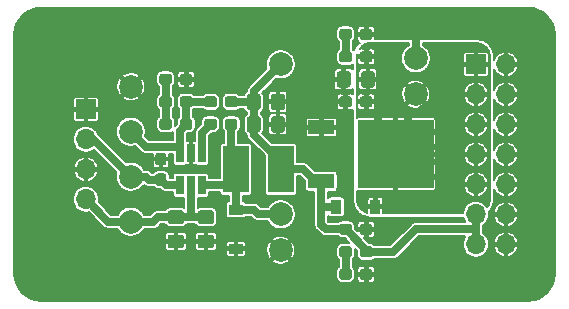
<source format=gbr>
%TF.GenerationSoftware,KiCad,Pcbnew,(5.1.2-1)-1*%
%TF.CreationDate,2019-06-22T13:14:17-07:00*%
%TF.ProjectId,Buck Converter SubBoard 0-2,4275636b-2043-46f6-9e76-657274657220,rev?*%
%TF.SameCoordinates,Original*%
%TF.FileFunction,Copper,L1,Top*%
%TF.FilePolarity,Positive*%
%FSLAX46Y46*%
G04 Gerber Fmt 4.6, Leading zero omitted, Abs format (unit mm)*
G04 Created by KiCad (PCBNEW (5.1.2-1)-1) date 2019-06-22 13:14:17*
%MOMM*%
%LPD*%
G04 APERTURE LIST*
%ADD10C,0.100000*%
%ADD11C,1.150000*%
%ADD12C,0.950000*%
%ADD13R,1.200000X0.900000*%
%ADD14R,1.700000X1.700000*%
%ADD15O,1.700000X1.700000*%
%ADD16R,2.200000X3.900000*%
%ADD17C,2.000000*%
%ADD18R,0.650000X1.560000*%
%ADD19R,2.200000X1.200000*%
%ADD20R,6.400000X5.800000*%
%ADD21R,0.900000X1.200000*%
%ADD22C,0.800000*%
%ADD23C,0.600000*%
%ADD24C,0.635000*%
%ADD25C,0.152400*%
G04 APERTURE END LIST*
D10*
G36*
X98264505Y-106351204D02*
G01*
X98288773Y-106354804D01*
X98312572Y-106360765D01*
X98335671Y-106369030D01*
X98357850Y-106379520D01*
X98378893Y-106392132D01*
X98398599Y-106406747D01*
X98416777Y-106423223D01*
X98433253Y-106441401D01*
X98447868Y-106461107D01*
X98460480Y-106482150D01*
X98470970Y-106504329D01*
X98479235Y-106527428D01*
X98485196Y-106551227D01*
X98488796Y-106575495D01*
X98490000Y-106599999D01*
X98490000Y-107250001D01*
X98488796Y-107274505D01*
X98485196Y-107298773D01*
X98479235Y-107322572D01*
X98470970Y-107345671D01*
X98460480Y-107367850D01*
X98447868Y-107388893D01*
X98433253Y-107408599D01*
X98416777Y-107426777D01*
X98398599Y-107443253D01*
X98378893Y-107457868D01*
X98357850Y-107470480D01*
X98335671Y-107480970D01*
X98312572Y-107489235D01*
X98288773Y-107495196D01*
X98264505Y-107498796D01*
X98240001Y-107500000D01*
X97339999Y-107500000D01*
X97315495Y-107498796D01*
X97291227Y-107495196D01*
X97267428Y-107489235D01*
X97244329Y-107480970D01*
X97222150Y-107470480D01*
X97201107Y-107457868D01*
X97181401Y-107443253D01*
X97163223Y-107426777D01*
X97146747Y-107408599D01*
X97132132Y-107388893D01*
X97119520Y-107367850D01*
X97109030Y-107345671D01*
X97100765Y-107322572D01*
X97094804Y-107298773D01*
X97091204Y-107274505D01*
X97090000Y-107250001D01*
X97090000Y-106599999D01*
X97091204Y-106575495D01*
X97094804Y-106551227D01*
X97100765Y-106527428D01*
X97109030Y-106504329D01*
X97119520Y-106482150D01*
X97132132Y-106461107D01*
X97146747Y-106441401D01*
X97163223Y-106423223D01*
X97181401Y-106406747D01*
X97201107Y-106392132D01*
X97222150Y-106379520D01*
X97244329Y-106369030D01*
X97267428Y-106360765D01*
X97291227Y-106354804D01*
X97315495Y-106351204D01*
X97339999Y-106350000D01*
X98240001Y-106350000D01*
X98264505Y-106351204D01*
X98264505Y-106351204D01*
G37*
D11*
X97790000Y-106925000D03*
D10*
G36*
X98264505Y-108401204D02*
G01*
X98288773Y-108404804D01*
X98312572Y-108410765D01*
X98335671Y-108419030D01*
X98357850Y-108429520D01*
X98378893Y-108442132D01*
X98398599Y-108456747D01*
X98416777Y-108473223D01*
X98433253Y-108491401D01*
X98447868Y-108511107D01*
X98460480Y-108532150D01*
X98470970Y-108554329D01*
X98479235Y-108577428D01*
X98485196Y-108601227D01*
X98488796Y-108625495D01*
X98490000Y-108649999D01*
X98490000Y-109300001D01*
X98488796Y-109324505D01*
X98485196Y-109348773D01*
X98479235Y-109372572D01*
X98470970Y-109395671D01*
X98460480Y-109417850D01*
X98447868Y-109438893D01*
X98433253Y-109458599D01*
X98416777Y-109476777D01*
X98398599Y-109493253D01*
X98378893Y-109507868D01*
X98357850Y-109520480D01*
X98335671Y-109530970D01*
X98312572Y-109539235D01*
X98288773Y-109545196D01*
X98264505Y-109548796D01*
X98240001Y-109550000D01*
X97339999Y-109550000D01*
X97315495Y-109548796D01*
X97291227Y-109545196D01*
X97267428Y-109539235D01*
X97244329Y-109530970D01*
X97222150Y-109520480D01*
X97201107Y-109507868D01*
X97181401Y-109493253D01*
X97163223Y-109476777D01*
X97146747Y-109458599D01*
X97132132Y-109438893D01*
X97119520Y-109417850D01*
X97109030Y-109395671D01*
X97100765Y-109372572D01*
X97094804Y-109348773D01*
X97091204Y-109324505D01*
X97090000Y-109300001D01*
X97090000Y-108649999D01*
X97091204Y-108625495D01*
X97094804Y-108601227D01*
X97100765Y-108577428D01*
X97109030Y-108554329D01*
X97119520Y-108532150D01*
X97132132Y-108511107D01*
X97146747Y-108491401D01*
X97163223Y-108473223D01*
X97181401Y-108456747D01*
X97201107Y-108442132D01*
X97222150Y-108429520D01*
X97244329Y-108419030D01*
X97267428Y-108410765D01*
X97291227Y-108404804D01*
X97315495Y-108401204D01*
X97339999Y-108400000D01*
X98240001Y-108400000D01*
X98264505Y-108401204D01*
X98264505Y-108401204D01*
G37*
D11*
X97790000Y-108975000D03*
D10*
G36*
X95724505Y-106351204D02*
G01*
X95748773Y-106354804D01*
X95772572Y-106360765D01*
X95795671Y-106369030D01*
X95817850Y-106379520D01*
X95838893Y-106392132D01*
X95858599Y-106406747D01*
X95876777Y-106423223D01*
X95893253Y-106441401D01*
X95907868Y-106461107D01*
X95920480Y-106482150D01*
X95930970Y-106504329D01*
X95939235Y-106527428D01*
X95945196Y-106551227D01*
X95948796Y-106575495D01*
X95950000Y-106599999D01*
X95950000Y-107250001D01*
X95948796Y-107274505D01*
X95945196Y-107298773D01*
X95939235Y-107322572D01*
X95930970Y-107345671D01*
X95920480Y-107367850D01*
X95907868Y-107388893D01*
X95893253Y-107408599D01*
X95876777Y-107426777D01*
X95858599Y-107443253D01*
X95838893Y-107457868D01*
X95817850Y-107470480D01*
X95795671Y-107480970D01*
X95772572Y-107489235D01*
X95748773Y-107495196D01*
X95724505Y-107498796D01*
X95700001Y-107500000D01*
X94799999Y-107500000D01*
X94775495Y-107498796D01*
X94751227Y-107495196D01*
X94727428Y-107489235D01*
X94704329Y-107480970D01*
X94682150Y-107470480D01*
X94661107Y-107457868D01*
X94641401Y-107443253D01*
X94623223Y-107426777D01*
X94606747Y-107408599D01*
X94592132Y-107388893D01*
X94579520Y-107367850D01*
X94569030Y-107345671D01*
X94560765Y-107322572D01*
X94554804Y-107298773D01*
X94551204Y-107274505D01*
X94550000Y-107250001D01*
X94550000Y-106599999D01*
X94551204Y-106575495D01*
X94554804Y-106551227D01*
X94560765Y-106527428D01*
X94569030Y-106504329D01*
X94579520Y-106482150D01*
X94592132Y-106461107D01*
X94606747Y-106441401D01*
X94623223Y-106423223D01*
X94641401Y-106406747D01*
X94661107Y-106392132D01*
X94682150Y-106379520D01*
X94704329Y-106369030D01*
X94727428Y-106360765D01*
X94751227Y-106354804D01*
X94775495Y-106351204D01*
X94799999Y-106350000D01*
X95700001Y-106350000D01*
X95724505Y-106351204D01*
X95724505Y-106351204D01*
G37*
D11*
X95250000Y-106925000D03*
D10*
G36*
X95724505Y-108401204D02*
G01*
X95748773Y-108404804D01*
X95772572Y-108410765D01*
X95795671Y-108419030D01*
X95817850Y-108429520D01*
X95838893Y-108442132D01*
X95858599Y-108456747D01*
X95876777Y-108473223D01*
X95893253Y-108491401D01*
X95907868Y-108511107D01*
X95920480Y-108532150D01*
X95930970Y-108554329D01*
X95939235Y-108577428D01*
X95945196Y-108601227D01*
X95948796Y-108625495D01*
X95950000Y-108649999D01*
X95950000Y-109300001D01*
X95948796Y-109324505D01*
X95945196Y-109348773D01*
X95939235Y-109372572D01*
X95930970Y-109395671D01*
X95920480Y-109417850D01*
X95907868Y-109438893D01*
X95893253Y-109458599D01*
X95876777Y-109476777D01*
X95858599Y-109493253D01*
X95838893Y-109507868D01*
X95817850Y-109520480D01*
X95795671Y-109530970D01*
X95772572Y-109539235D01*
X95748773Y-109545196D01*
X95724505Y-109548796D01*
X95700001Y-109550000D01*
X94799999Y-109550000D01*
X94775495Y-109548796D01*
X94751227Y-109545196D01*
X94727428Y-109539235D01*
X94704329Y-109530970D01*
X94682150Y-109520480D01*
X94661107Y-109507868D01*
X94641401Y-109493253D01*
X94623223Y-109476777D01*
X94606747Y-109458599D01*
X94592132Y-109438893D01*
X94579520Y-109417850D01*
X94569030Y-109395671D01*
X94560765Y-109372572D01*
X94554804Y-109348773D01*
X94551204Y-109324505D01*
X94550000Y-109300001D01*
X94550000Y-108649999D01*
X94551204Y-108625495D01*
X94554804Y-108601227D01*
X94560765Y-108577428D01*
X94569030Y-108554329D01*
X94579520Y-108532150D01*
X94592132Y-108511107D01*
X94606747Y-108491401D01*
X94623223Y-108473223D01*
X94641401Y-108456747D01*
X94661107Y-108442132D01*
X94682150Y-108429520D01*
X94704329Y-108419030D01*
X94727428Y-108410765D01*
X94751227Y-108404804D01*
X94775495Y-108401204D01*
X94799999Y-108400000D01*
X95700001Y-108400000D01*
X95724505Y-108401204D01*
X95724505Y-108401204D01*
G37*
D11*
X95250000Y-108975000D03*
D10*
G36*
X98495779Y-98586144D02*
G01*
X98518834Y-98589563D01*
X98541443Y-98595227D01*
X98563387Y-98603079D01*
X98584457Y-98613044D01*
X98604448Y-98625026D01*
X98623168Y-98638910D01*
X98640438Y-98654562D01*
X98656090Y-98671832D01*
X98669974Y-98690552D01*
X98681956Y-98710543D01*
X98691921Y-98731613D01*
X98699773Y-98753557D01*
X98705437Y-98776166D01*
X98708856Y-98799221D01*
X98710000Y-98822500D01*
X98710000Y-99297500D01*
X98708856Y-99320779D01*
X98705437Y-99343834D01*
X98699773Y-99366443D01*
X98691921Y-99388387D01*
X98681956Y-99409457D01*
X98669974Y-99429448D01*
X98656090Y-99448168D01*
X98640438Y-99465438D01*
X98623168Y-99481090D01*
X98604448Y-99494974D01*
X98584457Y-99506956D01*
X98563387Y-99516921D01*
X98541443Y-99524773D01*
X98518834Y-99530437D01*
X98495779Y-99533856D01*
X98472500Y-99535000D01*
X97897500Y-99535000D01*
X97874221Y-99533856D01*
X97851166Y-99530437D01*
X97828557Y-99524773D01*
X97806613Y-99516921D01*
X97785543Y-99506956D01*
X97765552Y-99494974D01*
X97746832Y-99481090D01*
X97729562Y-99465438D01*
X97713910Y-99448168D01*
X97700026Y-99429448D01*
X97688044Y-99409457D01*
X97678079Y-99388387D01*
X97670227Y-99366443D01*
X97664563Y-99343834D01*
X97661144Y-99320779D01*
X97660000Y-99297500D01*
X97660000Y-98822500D01*
X97661144Y-98799221D01*
X97664563Y-98776166D01*
X97670227Y-98753557D01*
X97678079Y-98731613D01*
X97688044Y-98710543D01*
X97700026Y-98690552D01*
X97713910Y-98671832D01*
X97729562Y-98654562D01*
X97746832Y-98638910D01*
X97765552Y-98625026D01*
X97785543Y-98613044D01*
X97806613Y-98603079D01*
X97828557Y-98595227D01*
X97851166Y-98589563D01*
X97874221Y-98586144D01*
X97897500Y-98585000D01*
X98472500Y-98585000D01*
X98495779Y-98586144D01*
X98495779Y-98586144D01*
G37*
D12*
X98185000Y-99060000D03*
D10*
G36*
X100245779Y-98586144D02*
G01*
X100268834Y-98589563D01*
X100291443Y-98595227D01*
X100313387Y-98603079D01*
X100334457Y-98613044D01*
X100354448Y-98625026D01*
X100373168Y-98638910D01*
X100390438Y-98654562D01*
X100406090Y-98671832D01*
X100419974Y-98690552D01*
X100431956Y-98710543D01*
X100441921Y-98731613D01*
X100449773Y-98753557D01*
X100455437Y-98776166D01*
X100458856Y-98799221D01*
X100460000Y-98822500D01*
X100460000Y-99297500D01*
X100458856Y-99320779D01*
X100455437Y-99343834D01*
X100449773Y-99366443D01*
X100441921Y-99388387D01*
X100431956Y-99409457D01*
X100419974Y-99429448D01*
X100406090Y-99448168D01*
X100390438Y-99465438D01*
X100373168Y-99481090D01*
X100354448Y-99494974D01*
X100334457Y-99506956D01*
X100313387Y-99516921D01*
X100291443Y-99524773D01*
X100268834Y-99530437D01*
X100245779Y-99533856D01*
X100222500Y-99535000D01*
X99647500Y-99535000D01*
X99624221Y-99533856D01*
X99601166Y-99530437D01*
X99578557Y-99524773D01*
X99556613Y-99516921D01*
X99535543Y-99506956D01*
X99515552Y-99494974D01*
X99496832Y-99481090D01*
X99479562Y-99465438D01*
X99463910Y-99448168D01*
X99450026Y-99429448D01*
X99438044Y-99409457D01*
X99428079Y-99388387D01*
X99420227Y-99366443D01*
X99414563Y-99343834D01*
X99411144Y-99320779D01*
X99410000Y-99297500D01*
X99410000Y-98822500D01*
X99411144Y-98799221D01*
X99414563Y-98776166D01*
X99420227Y-98753557D01*
X99428079Y-98731613D01*
X99438044Y-98710543D01*
X99450026Y-98690552D01*
X99463910Y-98671832D01*
X99479562Y-98654562D01*
X99496832Y-98638910D01*
X99515552Y-98625026D01*
X99535543Y-98613044D01*
X99556613Y-98603079D01*
X99578557Y-98595227D01*
X99601166Y-98589563D01*
X99624221Y-98586144D01*
X99647500Y-98585000D01*
X100222500Y-98585000D01*
X100245779Y-98586144D01*
X100245779Y-98586144D01*
G37*
D12*
X99935000Y-99060000D03*
D10*
G36*
X104244505Y-96456204D02*
G01*
X104268773Y-96459804D01*
X104292572Y-96465765D01*
X104315671Y-96474030D01*
X104337850Y-96484520D01*
X104358893Y-96497132D01*
X104378599Y-96511747D01*
X104396777Y-96528223D01*
X104413253Y-96546401D01*
X104427868Y-96566107D01*
X104440480Y-96587150D01*
X104450970Y-96609329D01*
X104459235Y-96632428D01*
X104465196Y-96656227D01*
X104468796Y-96680495D01*
X104470000Y-96704999D01*
X104470000Y-97605001D01*
X104468796Y-97629505D01*
X104465196Y-97653773D01*
X104459235Y-97677572D01*
X104450970Y-97700671D01*
X104440480Y-97722850D01*
X104427868Y-97743893D01*
X104413253Y-97763599D01*
X104396777Y-97781777D01*
X104378599Y-97798253D01*
X104358893Y-97812868D01*
X104337850Y-97825480D01*
X104315671Y-97835970D01*
X104292572Y-97844235D01*
X104268773Y-97850196D01*
X104244505Y-97853796D01*
X104220001Y-97855000D01*
X103569999Y-97855000D01*
X103545495Y-97853796D01*
X103521227Y-97850196D01*
X103497428Y-97844235D01*
X103474329Y-97835970D01*
X103452150Y-97825480D01*
X103431107Y-97812868D01*
X103411401Y-97798253D01*
X103393223Y-97781777D01*
X103376747Y-97763599D01*
X103362132Y-97743893D01*
X103349520Y-97722850D01*
X103339030Y-97700671D01*
X103330765Y-97677572D01*
X103324804Y-97653773D01*
X103321204Y-97629505D01*
X103320000Y-97605001D01*
X103320000Y-96704999D01*
X103321204Y-96680495D01*
X103324804Y-96656227D01*
X103330765Y-96632428D01*
X103339030Y-96609329D01*
X103349520Y-96587150D01*
X103362132Y-96566107D01*
X103376747Y-96546401D01*
X103393223Y-96528223D01*
X103411401Y-96511747D01*
X103431107Y-96497132D01*
X103452150Y-96484520D01*
X103474329Y-96474030D01*
X103497428Y-96465765D01*
X103521227Y-96459804D01*
X103545495Y-96456204D01*
X103569999Y-96455000D01*
X104220001Y-96455000D01*
X104244505Y-96456204D01*
X104244505Y-96456204D01*
G37*
D11*
X103895000Y-97155000D03*
D10*
G36*
X102194505Y-96456204D02*
G01*
X102218773Y-96459804D01*
X102242572Y-96465765D01*
X102265671Y-96474030D01*
X102287850Y-96484520D01*
X102308893Y-96497132D01*
X102328599Y-96511747D01*
X102346777Y-96528223D01*
X102363253Y-96546401D01*
X102377868Y-96566107D01*
X102390480Y-96587150D01*
X102400970Y-96609329D01*
X102409235Y-96632428D01*
X102415196Y-96656227D01*
X102418796Y-96680495D01*
X102420000Y-96704999D01*
X102420000Y-97605001D01*
X102418796Y-97629505D01*
X102415196Y-97653773D01*
X102409235Y-97677572D01*
X102400970Y-97700671D01*
X102390480Y-97722850D01*
X102377868Y-97743893D01*
X102363253Y-97763599D01*
X102346777Y-97781777D01*
X102328599Y-97798253D01*
X102308893Y-97812868D01*
X102287850Y-97825480D01*
X102265671Y-97835970D01*
X102242572Y-97844235D01*
X102218773Y-97850196D01*
X102194505Y-97853796D01*
X102170001Y-97855000D01*
X101519999Y-97855000D01*
X101495495Y-97853796D01*
X101471227Y-97850196D01*
X101447428Y-97844235D01*
X101424329Y-97835970D01*
X101402150Y-97825480D01*
X101381107Y-97812868D01*
X101361401Y-97798253D01*
X101343223Y-97781777D01*
X101326747Y-97763599D01*
X101312132Y-97743893D01*
X101299520Y-97722850D01*
X101289030Y-97700671D01*
X101280765Y-97677572D01*
X101274804Y-97653773D01*
X101271204Y-97629505D01*
X101270000Y-97605001D01*
X101270000Y-96704999D01*
X101271204Y-96680495D01*
X101274804Y-96656227D01*
X101280765Y-96632428D01*
X101289030Y-96609329D01*
X101299520Y-96587150D01*
X101312132Y-96566107D01*
X101326747Y-96546401D01*
X101343223Y-96528223D01*
X101361401Y-96511747D01*
X101381107Y-96497132D01*
X101402150Y-96484520D01*
X101424329Y-96474030D01*
X101447428Y-96465765D01*
X101471227Y-96459804D01*
X101495495Y-96456204D01*
X101519999Y-96455000D01*
X102170001Y-96455000D01*
X102194505Y-96456204D01*
X102194505Y-96456204D01*
G37*
D11*
X101845000Y-97155000D03*
D10*
G36*
X102194505Y-98361204D02*
G01*
X102218773Y-98364804D01*
X102242572Y-98370765D01*
X102265671Y-98379030D01*
X102287850Y-98389520D01*
X102308893Y-98402132D01*
X102328599Y-98416747D01*
X102346777Y-98433223D01*
X102363253Y-98451401D01*
X102377868Y-98471107D01*
X102390480Y-98492150D01*
X102400970Y-98514329D01*
X102409235Y-98537428D01*
X102415196Y-98561227D01*
X102418796Y-98585495D01*
X102420000Y-98609999D01*
X102420000Y-99510001D01*
X102418796Y-99534505D01*
X102415196Y-99558773D01*
X102409235Y-99582572D01*
X102400970Y-99605671D01*
X102390480Y-99627850D01*
X102377868Y-99648893D01*
X102363253Y-99668599D01*
X102346777Y-99686777D01*
X102328599Y-99703253D01*
X102308893Y-99717868D01*
X102287850Y-99730480D01*
X102265671Y-99740970D01*
X102242572Y-99749235D01*
X102218773Y-99755196D01*
X102194505Y-99758796D01*
X102170001Y-99760000D01*
X101519999Y-99760000D01*
X101495495Y-99758796D01*
X101471227Y-99755196D01*
X101447428Y-99749235D01*
X101424329Y-99740970D01*
X101402150Y-99730480D01*
X101381107Y-99717868D01*
X101361401Y-99703253D01*
X101343223Y-99686777D01*
X101326747Y-99668599D01*
X101312132Y-99648893D01*
X101299520Y-99627850D01*
X101289030Y-99605671D01*
X101280765Y-99582572D01*
X101274804Y-99558773D01*
X101271204Y-99534505D01*
X101270000Y-99510001D01*
X101270000Y-98609999D01*
X101271204Y-98585495D01*
X101274804Y-98561227D01*
X101280765Y-98537428D01*
X101289030Y-98514329D01*
X101299520Y-98492150D01*
X101312132Y-98471107D01*
X101326747Y-98451401D01*
X101343223Y-98433223D01*
X101361401Y-98416747D01*
X101381107Y-98402132D01*
X101402150Y-98389520D01*
X101424329Y-98379030D01*
X101447428Y-98370765D01*
X101471227Y-98364804D01*
X101495495Y-98361204D01*
X101519999Y-98360000D01*
X102170001Y-98360000D01*
X102194505Y-98361204D01*
X102194505Y-98361204D01*
G37*
D11*
X101845000Y-99060000D03*
D10*
G36*
X104244505Y-98361204D02*
G01*
X104268773Y-98364804D01*
X104292572Y-98370765D01*
X104315671Y-98379030D01*
X104337850Y-98389520D01*
X104358893Y-98402132D01*
X104378599Y-98416747D01*
X104396777Y-98433223D01*
X104413253Y-98451401D01*
X104427868Y-98471107D01*
X104440480Y-98492150D01*
X104450970Y-98514329D01*
X104459235Y-98537428D01*
X104465196Y-98561227D01*
X104468796Y-98585495D01*
X104470000Y-98609999D01*
X104470000Y-99510001D01*
X104468796Y-99534505D01*
X104465196Y-99558773D01*
X104459235Y-99582572D01*
X104450970Y-99605671D01*
X104440480Y-99627850D01*
X104427868Y-99648893D01*
X104413253Y-99668599D01*
X104396777Y-99686777D01*
X104378599Y-99703253D01*
X104358893Y-99717868D01*
X104337850Y-99730480D01*
X104315671Y-99740970D01*
X104292572Y-99749235D01*
X104268773Y-99755196D01*
X104244505Y-99758796D01*
X104220001Y-99760000D01*
X103569999Y-99760000D01*
X103545495Y-99758796D01*
X103521227Y-99755196D01*
X103497428Y-99749235D01*
X103474329Y-99740970D01*
X103452150Y-99730480D01*
X103431107Y-99717868D01*
X103411401Y-99703253D01*
X103393223Y-99686777D01*
X103376747Y-99668599D01*
X103362132Y-99648893D01*
X103349520Y-99627850D01*
X103339030Y-99605671D01*
X103330765Y-99582572D01*
X103324804Y-99558773D01*
X103321204Y-99534505D01*
X103320000Y-99510001D01*
X103320000Y-98609999D01*
X103321204Y-98585495D01*
X103324804Y-98561227D01*
X103330765Y-98537428D01*
X103339030Y-98514329D01*
X103349520Y-98492150D01*
X103362132Y-98471107D01*
X103376747Y-98451401D01*
X103393223Y-98433223D01*
X103411401Y-98416747D01*
X103431107Y-98402132D01*
X103452150Y-98389520D01*
X103474329Y-98379030D01*
X103497428Y-98370765D01*
X103521227Y-98364804D01*
X103545495Y-98361204D01*
X103569999Y-98360000D01*
X104220001Y-98360000D01*
X104244505Y-98361204D01*
X104244505Y-98361204D01*
G37*
D11*
X103895000Y-99060000D03*
D10*
G36*
X111675779Y-107476144D02*
G01*
X111698834Y-107479563D01*
X111721443Y-107485227D01*
X111743387Y-107493079D01*
X111764457Y-107503044D01*
X111784448Y-107515026D01*
X111803168Y-107528910D01*
X111820438Y-107544562D01*
X111836090Y-107561832D01*
X111849974Y-107580552D01*
X111861956Y-107600543D01*
X111871921Y-107621613D01*
X111879773Y-107643557D01*
X111885437Y-107666166D01*
X111888856Y-107689221D01*
X111890000Y-107712500D01*
X111890000Y-108187500D01*
X111888856Y-108210779D01*
X111885437Y-108233834D01*
X111879773Y-108256443D01*
X111871921Y-108278387D01*
X111861956Y-108299457D01*
X111849974Y-108319448D01*
X111836090Y-108338168D01*
X111820438Y-108355438D01*
X111803168Y-108371090D01*
X111784448Y-108384974D01*
X111764457Y-108396956D01*
X111743387Y-108406921D01*
X111721443Y-108414773D01*
X111698834Y-108420437D01*
X111675779Y-108423856D01*
X111652500Y-108425000D01*
X111077500Y-108425000D01*
X111054221Y-108423856D01*
X111031166Y-108420437D01*
X111008557Y-108414773D01*
X110986613Y-108406921D01*
X110965543Y-108396956D01*
X110945552Y-108384974D01*
X110926832Y-108371090D01*
X110909562Y-108355438D01*
X110893910Y-108338168D01*
X110880026Y-108319448D01*
X110868044Y-108299457D01*
X110858079Y-108278387D01*
X110850227Y-108256443D01*
X110844563Y-108233834D01*
X110841144Y-108210779D01*
X110840000Y-108187500D01*
X110840000Y-107712500D01*
X110841144Y-107689221D01*
X110844563Y-107666166D01*
X110850227Y-107643557D01*
X110858079Y-107621613D01*
X110868044Y-107600543D01*
X110880026Y-107580552D01*
X110893910Y-107561832D01*
X110909562Y-107544562D01*
X110926832Y-107528910D01*
X110945552Y-107515026D01*
X110965543Y-107503044D01*
X110986613Y-107493079D01*
X111008557Y-107485227D01*
X111031166Y-107479563D01*
X111054221Y-107476144D01*
X111077500Y-107475000D01*
X111652500Y-107475000D01*
X111675779Y-107476144D01*
X111675779Y-107476144D01*
G37*
D12*
X111365000Y-107950000D03*
D10*
G36*
X109925779Y-107476144D02*
G01*
X109948834Y-107479563D01*
X109971443Y-107485227D01*
X109993387Y-107493079D01*
X110014457Y-107503044D01*
X110034448Y-107515026D01*
X110053168Y-107528910D01*
X110070438Y-107544562D01*
X110086090Y-107561832D01*
X110099974Y-107580552D01*
X110111956Y-107600543D01*
X110121921Y-107621613D01*
X110129773Y-107643557D01*
X110135437Y-107666166D01*
X110138856Y-107689221D01*
X110140000Y-107712500D01*
X110140000Y-108187500D01*
X110138856Y-108210779D01*
X110135437Y-108233834D01*
X110129773Y-108256443D01*
X110121921Y-108278387D01*
X110111956Y-108299457D01*
X110099974Y-108319448D01*
X110086090Y-108338168D01*
X110070438Y-108355438D01*
X110053168Y-108371090D01*
X110034448Y-108384974D01*
X110014457Y-108396956D01*
X109993387Y-108406921D01*
X109971443Y-108414773D01*
X109948834Y-108420437D01*
X109925779Y-108423856D01*
X109902500Y-108425000D01*
X109327500Y-108425000D01*
X109304221Y-108423856D01*
X109281166Y-108420437D01*
X109258557Y-108414773D01*
X109236613Y-108406921D01*
X109215543Y-108396956D01*
X109195552Y-108384974D01*
X109176832Y-108371090D01*
X109159562Y-108355438D01*
X109143910Y-108338168D01*
X109130026Y-108319448D01*
X109118044Y-108299457D01*
X109108079Y-108278387D01*
X109100227Y-108256443D01*
X109094563Y-108233834D01*
X109091144Y-108210779D01*
X109090000Y-108187500D01*
X109090000Y-107712500D01*
X109091144Y-107689221D01*
X109094563Y-107666166D01*
X109100227Y-107643557D01*
X109108079Y-107621613D01*
X109118044Y-107600543D01*
X109130026Y-107580552D01*
X109143910Y-107561832D01*
X109159562Y-107544562D01*
X109176832Y-107528910D01*
X109195552Y-107515026D01*
X109215543Y-107503044D01*
X109236613Y-107493079D01*
X109258557Y-107485227D01*
X109281166Y-107479563D01*
X109304221Y-107476144D01*
X109327500Y-107475000D01*
X109902500Y-107475000D01*
X109925779Y-107476144D01*
X109925779Y-107476144D01*
G37*
D12*
X109615000Y-107950000D03*
D10*
G36*
X109814505Y-94551204D02*
G01*
X109838773Y-94554804D01*
X109862572Y-94560765D01*
X109885671Y-94569030D01*
X109907850Y-94579520D01*
X109928893Y-94592132D01*
X109948599Y-94606747D01*
X109966777Y-94623223D01*
X109983253Y-94641401D01*
X109997868Y-94661107D01*
X110010480Y-94682150D01*
X110020970Y-94704329D01*
X110029235Y-94727428D01*
X110035196Y-94751227D01*
X110038796Y-94775495D01*
X110040000Y-94799999D01*
X110040000Y-95700001D01*
X110038796Y-95724505D01*
X110035196Y-95748773D01*
X110029235Y-95772572D01*
X110020970Y-95795671D01*
X110010480Y-95817850D01*
X109997868Y-95838893D01*
X109983253Y-95858599D01*
X109966777Y-95876777D01*
X109948599Y-95893253D01*
X109928893Y-95907868D01*
X109907850Y-95920480D01*
X109885671Y-95930970D01*
X109862572Y-95939235D01*
X109838773Y-95945196D01*
X109814505Y-95948796D01*
X109790001Y-95950000D01*
X109139999Y-95950000D01*
X109115495Y-95948796D01*
X109091227Y-95945196D01*
X109067428Y-95939235D01*
X109044329Y-95930970D01*
X109022150Y-95920480D01*
X109001107Y-95907868D01*
X108981401Y-95893253D01*
X108963223Y-95876777D01*
X108946747Y-95858599D01*
X108932132Y-95838893D01*
X108919520Y-95817850D01*
X108909030Y-95795671D01*
X108900765Y-95772572D01*
X108894804Y-95748773D01*
X108891204Y-95724505D01*
X108890000Y-95700001D01*
X108890000Y-94799999D01*
X108891204Y-94775495D01*
X108894804Y-94751227D01*
X108900765Y-94727428D01*
X108909030Y-94704329D01*
X108919520Y-94682150D01*
X108932132Y-94661107D01*
X108946747Y-94641401D01*
X108963223Y-94623223D01*
X108981401Y-94606747D01*
X109001107Y-94592132D01*
X109022150Y-94579520D01*
X109044329Y-94569030D01*
X109067428Y-94560765D01*
X109091227Y-94554804D01*
X109115495Y-94551204D01*
X109139999Y-94550000D01*
X109790001Y-94550000D01*
X109814505Y-94551204D01*
X109814505Y-94551204D01*
G37*
D11*
X109465000Y-95250000D03*
D10*
G36*
X111864505Y-94551204D02*
G01*
X111888773Y-94554804D01*
X111912572Y-94560765D01*
X111935671Y-94569030D01*
X111957850Y-94579520D01*
X111978893Y-94592132D01*
X111998599Y-94606747D01*
X112016777Y-94623223D01*
X112033253Y-94641401D01*
X112047868Y-94661107D01*
X112060480Y-94682150D01*
X112070970Y-94704329D01*
X112079235Y-94727428D01*
X112085196Y-94751227D01*
X112088796Y-94775495D01*
X112090000Y-94799999D01*
X112090000Y-95700001D01*
X112088796Y-95724505D01*
X112085196Y-95748773D01*
X112079235Y-95772572D01*
X112070970Y-95795671D01*
X112060480Y-95817850D01*
X112047868Y-95838893D01*
X112033253Y-95858599D01*
X112016777Y-95876777D01*
X111998599Y-95893253D01*
X111978893Y-95907868D01*
X111957850Y-95920480D01*
X111935671Y-95930970D01*
X111912572Y-95939235D01*
X111888773Y-95945196D01*
X111864505Y-95948796D01*
X111840001Y-95950000D01*
X111189999Y-95950000D01*
X111165495Y-95948796D01*
X111141227Y-95945196D01*
X111117428Y-95939235D01*
X111094329Y-95930970D01*
X111072150Y-95920480D01*
X111051107Y-95907868D01*
X111031401Y-95893253D01*
X111013223Y-95876777D01*
X110996747Y-95858599D01*
X110982132Y-95838893D01*
X110969520Y-95817850D01*
X110959030Y-95795671D01*
X110950765Y-95772572D01*
X110944804Y-95748773D01*
X110941204Y-95724505D01*
X110940000Y-95700001D01*
X110940000Y-94799999D01*
X110941204Y-94775495D01*
X110944804Y-94751227D01*
X110950765Y-94727428D01*
X110959030Y-94704329D01*
X110969520Y-94682150D01*
X110982132Y-94661107D01*
X110996747Y-94641401D01*
X111013223Y-94623223D01*
X111031401Y-94606747D01*
X111051107Y-94592132D01*
X111072150Y-94579520D01*
X111094329Y-94569030D01*
X111117428Y-94560765D01*
X111141227Y-94554804D01*
X111165495Y-94551204D01*
X111189999Y-94550000D01*
X111840001Y-94550000D01*
X111864505Y-94551204D01*
X111864505Y-94551204D01*
G37*
D11*
X111515000Y-95250000D03*
D10*
G36*
X111675779Y-96681144D02*
G01*
X111698834Y-96684563D01*
X111721443Y-96690227D01*
X111743387Y-96698079D01*
X111764457Y-96708044D01*
X111784448Y-96720026D01*
X111803168Y-96733910D01*
X111820438Y-96749562D01*
X111836090Y-96766832D01*
X111849974Y-96785552D01*
X111861956Y-96805543D01*
X111871921Y-96826613D01*
X111879773Y-96848557D01*
X111885437Y-96871166D01*
X111888856Y-96894221D01*
X111890000Y-96917500D01*
X111890000Y-97392500D01*
X111888856Y-97415779D01*
X111885437Y-97438834D01*
X111879773Y-97461443D01*
X111871921Y-97483387D01*
X111861956Y-97504457D01*
X111849974Y-97524448D01*
X111836090Y-97543168D01*
X111820438Y-97560438D01*
X111803168Y-97576090D01*
X111784448Y-97589974D01*
X111764457Y-97601956D01*
X111743387Y-97611921D01*
X111721443Y-97619773D01*
X111698834Y-97625437D01*
X111675779Y-97628856D01*
X111652500Y-97630000D01*
X111077500Y-97630000D01*
X111054221Y-97628856D01*
X111031166Y-97625437D01*
X111008557Y-97619773D01*
X110986613Y-97611921D01*
X110965543Y-97601956D01*
X110945552Y-97589974D01*
X110926832Y-97576090D01*
X110909562Y-97560438D01*
X110893910Y-97543168D01*
X110880026Y-97524448D01*
X110868044Y-97504457D01*
X110858079Y-97483387D01*
X110850227Y-97461443D01*
X110844563Y-97438834D01*
X110841144Y-97415779D01*
X110840000Y-97392500D01*
X110840000Y-96917500D01*
X110841144Y-96894221D01*
X110844563Y-96871166D01*
X110850227Y-96848557D01*
X110858079Y-96826613D01*
X110868044Y-96805543D01*
X110880026Y-96785552D01*
X110893910Y-96766832D01*
X110909562Y-96749562D01*
X110926832Y-96733910D01*
X110945552Y-96720026D01*
X110965543Y-96708044D01*
X110986613Y-96698079D01*
X111008557Y-96690227D01*
X111031166Y-96684563D01*
X111054221Y-96681144D01*
X111077500Y-96680000D01*
X111652500Y-96680000D01*
X111675779Y-96681144D01*
X111675779Y-96681144D01*
G37*
D12*
X111365000Y-97155000D03*
D10*
G36*
X109925779Y-96681144D02*
G01*
X109948834Y-96684563D01*
X109971443Y-96690227D01*
X109993387Y-96698079D01*
X110014457Y-96708044D01*
X110034448Y-96720026D01*
X110053168Y-96733910D01*
X110070438Y-96749562D01*
X110086090Y-96766832D01*
X110099974Y-96785552D01*
X110111956Y-96805543D01*
X110121921Y-96826613D01*
X110129773Y-96848557D01*
X110135437Y-96871166D01*
X110138856Y-96894221D01*
X110140000Y-96917500D01*
X110140000Y-97392500D01*
X110138856Y-97415779D01*
X110135437Y-97438834D01*
X110129773Y-97461443D01*
X110121921Y-97483387D01*
X110111956Y-97504457D01*
X110099974Y-97524448D01*
X110086090Y-97543168D01*
X110070438Y-97560438D01*
X110053168Y-97576090D01*
X110034448Y-97589974D01*
X110014457Y-97601956D01*
X109993387Y-97611921D01*
X109971443Y-97619773D01*
X109948834Y-97625437D01*
X109925779Y-97628856D01*
X109902500Y-97630000D01*
X109327500Y-97630000D01*
X109304221Y-97628856D01*
X109281166Y-97625437D01*
X109258557Y-97619773D01*
X109236613Y-97611921D01*
X109215543Y-97601956D01*
X109195552Y-97589974D01*
X109176832Y-97576090D01*
X109159562Y-97560438D01*
X109143910Y-97543168D01*
X109130026Y-97524448D01*
X109118044Y-97504457D01*
X109108079Y-97483387D01*
X109100227Y-97461443D01*
X109094563Y-97438834D01*
X109091144Y-97415779D01*
X109090000Y-97392500D01*
X109090000Y-96917500D01*
X109091144Y-96894221D01*
X109094563Y-96871166D01*
X109100227Y-96848557D01*
X109108079Y-96826613D01*
X109118044Y-96805543D01*
X109130026Y-96785552D01*
X109143910Y-96766832D01*
X109159562Y-96749562D01*
X109176832Y-96733910D01*
X109195552Y-96720026D01*
X109215543Y-96708044D01*
X109236613Y-96698079D01*
X109258557Y-96690227D01*
X109281166Y-96684563D01*
X109304221Y-96681144D01*
X109327500Y-96680000D01*
X109902500Y-96680000D01*
X109925779Y-96681144D01*
X109925779Y-96681144D01*
G37*
D12*
X109615000Y-97155000D03*
D13*
X100330000Y-106300000D03*
X100330000Y-109600000D03*
D10*
G36*
X109925779Y-111286144D02*
G01*
X109948834Y-111289563D01*
X109971443Y-111295227D01*
X109993387Y-111303079D01*
X110014457Y-111313044D01*
X110034448Y-111325026D01*
X110053168Y-111338910D01*
X110070438Y-111354562D01*
X110086090Y-111371832D01*
X110099974Y-111390552D01*
X110111956Y-111410543D01*
X110121921Y-111431613D01*
X110129773Y-111453557D01*
X110135437Y-111476166D01*
X110138856Y-111499221D01*
X110140000Y-111522500D01*
X110140000Y-111997500D01*
X110138856Y-112020779D01*
X110135437Y-112043834D01*
X110129773Y-112066443D01*
X110121921Y-112088387D01*
X110111956Y-112109457D01*
X110099974Y-112129448D01*
X110086090Y-112148168D01*
X110070438Y-112165438D01*
X110053168Y-112181090D01*
X110034448Y-112194974D01*
X110014457Y-112206956D01*
X109993387Y-112216921D01*
X109971443Y-112224773D01*
X109948834Y-112230437D01*
X109925779Y-112233856D01*
X109902500Y-112235000D01*
X109327500Y-112235000D01*
X109304221Y-112233856D01*
X109281166Y-112230437D01*
X109258557Y-112224773D01*
X109236613Y-112216921D01*
X109215543Y-112206956D01*
X109195552Y-112194974D01*
X109176832Y-112181090D01*
X109159562Y-112165438D01*
X109143910Y-112148168D01*
X109130026Y-112129448D01*
X109118044Y-112109457D01*
X109108079Y-112088387D01*
X109100227Y-112066443D01*
X109094563Y-112043834D01*
X109091144Y-112020779D01*
X109090000Y-111997500D01*
X109090000Y-111522500D01*
X109091144Y-111499221D01*
X109094563Y-111476166D01*
X109100227Y-111453557D01*
X109108079Y-111431613D01*
X109118044Y-111410543D01*
X109130026Y-111390552D01*
X109143910Y-111371832D01*
X109159562Y-111354562D01*
X109176832Y-111338910D01*
X109195552Y-111325026D01*
X109215543Y-111313044D01*
X109236613Y-111303079D01*
X109258557Y-111295227D01*
X109281166Y-111289563D01*
X109304221Y-111286144D01*
X109327500Y-111285000D01*
X109902500Y-111285000D01*
X109925779Y-111286144D01*
X109925779Y-111286144D01*
G37*
D12*
X109615000Y-111760000D03*
D10*
G36*
X111675779Y-111286144D02*
G01*
X111698834Y-111289563D01*
X111721443Y-111295227D01*
X111743387Y-111303079D01*
X111764457Y-111313044D01*
X111784448Y-111325026D01*
X111803168Y-111338910D01*
X111820438Y-111354562D01*
X111836090Y-111371832D01*
X111849974Y-111390552D01*
X111861956Y-111410543D01*
X111871921Y-111431613D01*
X111879773Y-111453557D01*
X111885437Y-111476166D01*
X111888856Y-111499221D01*
X111890000Y-111522500D01*
X111890000Y-111997500D01*
X111888856Y-112020779D01*
X111885437Y-112043834D01*
X111879773Y-112066443D01*
X111871921Y-112088387D01*
X111861956Y-112109457D01*
X111849974Y-112129448D01*
X111836090Y-112148168D01*
X111820438Y-112165438D01*
X111803168Y-112181090D01*
X111784448Y-112194974D01*
X111764457Y-112206956D01*
X111743387Y-112216921D01*
X111721443Y-112224773D01*
X111698834Y-112230437D01*
X111675779Y-112233856D01*
X111652500Y-112235000D01*
X111077500Y-112235000D01*
X111054221Y-112233856D01*
X111031166Y-112230437D01*
X111008557Y-112224773D01*
X110986613Y-112216921D01*
X110965543Y-112206956D01*
X110945552Y-112194974D01*
X110926832Y-112181090D01*
X110909562Y-112165438D01*
X110893910Y-112148168D01*
X110880026Y-112129448D01*
X110868044Y-112109457D01*
X110858079Y-112088387D01*
X110850227Y-112066443D01*
X110844563Y-112043834D01*
X110841144Y-112020779D01*
X110840000Y-111997500D01*
X110840000Y-111522500D01*
X110841144Y-111499221D01*
X110844563Y-111476166D01*
X110850227Y-111453557D01*
X110858079Y-111431613D01*
X110868044Y-111410543D01*
X110880026Y-111390552D01*
X110893910Y-111371832D01*
X110909562Y-111354562D01*
X110926832Y-111338910D01*
X110945552Y-111325026D01*
X110965543Y-111313044D01*
X110986613Y-111303079D01*
X111008557Y-111295227D01*
X111031166Y-111289563D01*
X111054221Y-111286144D01*
X111077500Y-111285000D01*
X111652500Y-111285000D01*
X111675779Y-111286144D01*
X111675779Y-111286144D01*
G37*
D12*
X111365000Y-111760000D03*
D10*
G36*
X111675779Y-90966144D02*
G01*
X111698834Y-90969563D01*
X111721443Y-90975227D01*
X111743387Y-90983079D01*
X111764457Y-90993044D01*
X111784448Y-91005026D01*
X111803168Y-91018910D01*
X111820438Y-91034562D01*
X111836090Y-91051832D01*
X111849974Y-91070552D01*
X111861956Y-91090543D01*
X111871921Y-91111613D01*
X111879773Y-91133557D01*
X111885437Y-91156166D01*
X111888856Y-91179221D01*
X111890000Y-91202500D01*
X111890000Y-91677500D01*
X111888856Y-91700779D01*
X111885437Y-91723834D01*
X111879773Y-91746443D01*
X111871921Y-91768387D01*
X111861956Y-91789457D01*
X111849974Y-91809448D01*
X111836090Y-91828168D01*
X111820438Y-91845438D01*
X111803168Y-91861090D01*
X111784448Y-91874974D01*
X111764457Y-91886956D01*
X111743387Y-91896921D01*
X111721443Y-91904773D01*
X111698834Y-91910437D01*
X111675779Y-91913856D01*
X111652500Y-91915000D01*
X111077500Y-91915000D01*
X111054221Y-91913856D01*
X111031166Y-91910437D01*
X111008557Y-91904773D01*
X110986613Y-91896921D01*
X110965543Y-91886956D01*
X110945552Y-91874974D01*
X110926832Y-91861090D01*
X110909562Y-91845438D01*
X110893910Y-91828168D01*
X110880026Y-91809448D01*
X110868044Y-91789457D01*
X110858079Y-91768387D01*
X110850227Y-91746443D01*
X110844563Y-91723834D01*
X110841144Y-91700779D01*
X110840000Y-91677500D01*
X110840000Y-91202500D01*
X110841144Y-91179221D01*
X110844563Y-91156166D01*
X110850227Y-91133557D01*
X110858079Y-91111613D01*
X110868044Y-91090543D01*
X110880026Y-91070552D01*
X110893910Y-91051832D01*
X110909562Y-91034562D01*
X110926832Y-91018910D01*
X110945552Y-91005026D01*
X110965543Y-90993044D01*
X110986613Y-90983079D01*
X111008557Y-90975227D01*
X111031166Y-90969563D01*
X111054221Y-90966144D01*
X111077500Y-90965000D01*
X111652500Y-90965000D01*
X111675779Y-90966144D01*
X111675779Y-90966144D01*
G37*
D12*
X111365000Y-91440000D03*
D10*
G36*
X109925779Y-90966144D02*
G01*
X109948834Y-90969563D01*
X109971443Y-90975227D01*
X109993387Y-90983079D01*
X110014457Y-90993044D01*
X110034448Y-91005026D01*
X110053168Y-91018910D01*
X110070438Y-91034562D01*
X110086090Y-91051832D01*
X110099974Y-91070552D01*
X110111956Y-91090543D01*
X110121921Y-91111613D01*
X110129773Y-91133557D01*
X110135437Y-91156166D01*
X110138856Y-91179221D01*
X110140000Y-91202500D01*
X110140000Y-91677500D01*
X110138856Y-91700779D01*
X110135437Y-91723834D01*
X110129773Y-91746443D01*
X110121921Y-91768387D01*
X110111956Y-91789457D01*
X110099974Y-91809448D01*
X110086090Y-91828168D01*
X110070438Y-91845438D01*
X110053168Y-91861090D01*
X110034448Y-91874974D01*
X110014457Y-91886956D01*
X109993387Y-91896921D01*
X109971443Y-91904773D01*
X109948834Y-91910437D01*
X109925779Y-91913856D01*
X109902500Y-91915000D01*
X109327500Y-91915000D01*
X109304221Y-91913856D01*
X109281166Y-91910437D01*
X109258557Y-91904773D01*
X109236613Y-91896921D01*
X109215543Y-91886956D01*
X109195552Y-91874974D01*
X109176832Y-91861090D01*
X109159562Y-91845438D01*
X109143910Y-91828168D01*
X109130026Y-91809448D01*
X109118044Y-91789457D01*
X109108079Y-91768387D01*
X109100227Y-91746443D01*
X109094563Y-91723834D01*
X109091144Y-91700779D01*
X109090000Y-91677500D01*
X109090000Y-91202500D01*
X109091144Y-91179221D01*
X109094563Y-91156166D01*
X109100227Y-91133557D01*
X109108079Y-91111613D01*
X109118044Y-91090543D01*
X109130026Y-91070552D01*
X109143910Y-91051832D01*
X109159562Y-91034562D01*
X109176832Y-91018910D01*
X109195552Y-91005026D01*
X109215543Y-90993044D01*
X109236613Y-90983079D01*
X109258557Y-90975227D01*
X109281166Y-90969563D01*
X109304221Y-90966144D01*
X109327500Y-90965000D01*
X109902500Y-90965000D01*
X109925779Y-90966144D01*
X109925779Y-90966144D01*
G37*
D12*
X109615000Y-91440000D03*
D14*
X87630000Y-97790000D03*
D15*
X87630000Y-100330000D03*
X87630000Y-102870000D03*
X87630000Y-105410000D03*
D14*
X120650000Y-93980000D03*
D15*
X123190000Y-93980000D03*
X120650000Y-96520000D03*
X123190000Y-96520000D03*
X120650000Y-99060000D03*
X123190000Y-99060000D03*
X120650000Y-101600000D03*
X123190000Y-101600000D03*
X120650000Y-104140000D03*
X123190000Y-104140000D03*
X120650000Y-106680000D03*
X123190000Y-106680000D03*
X120650000Y-109220000D03*
X123190000Y-109220000D03*
D16*
X100335000Y-102870000D03*
X104135000Y-102870000D03*
D10*
G36*
X94240779Y-103221144D02*
G01*
X94263834Y-103224563D01*
X94286443Y-103230227D01*
X94308387Y-103238079D01*
X94329457Y-103248044D01*
X94349448Y-103260026D01*
X94368168Y-103273910D01*
X94385438Y-103289562D01*
X94401090Y-103306832D01*
X94414974Y-103325552D01*
X94426956Y-103345543D01*
X94436921Y-103366613D01*
X94444773Y-103388557D01*
X94450437Y-103411166D01*
X94453856Y-103434221D01*
X94455000Y-103457500D01*
X94455000Y-104032500D01*
X94453856Y-104055779D01*
X94450437Y-104078834D01*
X94444773Y-104101443D01*
X94436921Y-104123387D01*
X94426956Y-104144457D01*
X94414974Y-104164448D01*
X94401090Y-104183168D01*
X94385438Y-104200438D01*
X94368168Y-104216090D01*
X94349448Y-104229974D01*
X94329457Y-104241956D01*
X94308387Y-104251921D01*
X94286443Y-104259773D01*
X94263834Y-104265437D01*
X94240779Y-104268856D01*
X94217500Y-104270000D01*
X93742500Y-104270000D01*
X93719221Y-104268856D01*
X93696166Y-104265437D01*
X93673557Y-104259773D01*
X93651613Y-104251921D01*
X93630543Y-104241956D01*
X93610552Y-104229974D01*
X93591832Y-104216090D01*
X93574562Y-104200438D01*
X93558910Y-104183168D01*
X93545026Y-104164448D01*
X93533044Y-104144457D01*
X93523079Y-104123387D01*
X93515227Y-104101443D01*
X93509563Y-104078834D01*
X93506144Y-104055779D01*
X93505000Y-104032500D01*
X93505000Y-103457500D01*
X93506144Y-103434221D01*
X93509563Y-103411166D01*
X93515227Y-103388557D01*
X93523079Y-103366613D01*
X93533044Y-103345543D01*
X93545026Y-103325552D01*
X93558910Y-103306832D01*
X93574562Y-103289562D01*
X93591832Y-103273910D01*
X93610552Y-103260026D01*
X93630543Y-103248044D01*
X93651613Y-103238079D01*
X93673557Y-103230227D01*
X93696166Y-103224563D01*
X93719221Y-103221144D01*
X93742500Y-103220000D01*
X94217500Y-103220000D01*
X94240779Y-103221144D01*
X94240779Y-103221144D01*
G37*
D12*
X93980000Y-103745000D03*
D10*
G36*
X94240779Y-101471144D02*
G01*
X94263834Y-101474563D01*
X94286443Y-101480227D01*
X94308387Y-101488079D01*
X94329457Y-101498044D01*
X94349448Y-101510026D01*
X94368168Y-101523910D01*
X94385438Y-101539562D01*
X94401090Y-101556832D01*
X94414974Y-101575552D01*
X94426956Y-101595543D01*
X94436921Y-101616613D01*
X94444773Y-101638557D01*
X94450437Y-101661166D01*
X94453856Y-101684221D01*
X94455000Y-101707500D01*
X94455000Y-102282500D01*
X94453856Y-102305779D01*
X94450437Y-102328834D01*
X94444773Y-102351443D01*
X94436921Y-102373387D01*
X94426956Y-102394457D01*
X94414974Y-102414448D01*
X94401090Y-102433168D01*
X94385438Y-102450438D01*
X94368168Y-102466090D01*
X94349448Y-102479974D01*
X94329457Y-102491956D01*
X94308387Y-102501921D01*
X94286443Y-102509773D01*
X94263834Y-102515437D01*
X94240779Y-102518856D01*
X94217500Y-102520000D01*
X93742500Y-102520000D01*
X93719221Y-102518856D01*
X93696166Y-102515437D01*
X93673557Y-102509773D01*
X93651613Y-102501921D01*
X93630543Y-102491956D01*
X93610552Y-102479974D01*
X93591832Y-102466090D01*
X93574562Y-102450438D01*
X93558910Y-102433168D01*
X93545026Y-102414448D01*
X93533044Y-102394457D01*
X93523079Y-102373387D01*
X93515227Y-102351443D01*
X93509563Y-102328834D01*
X93506144Y-102305779D01*
X93505000Y-102282500D01*
X93505000Y-101707500D01*
X93506144Y-101684221D01*
X93509563Y-101661166D01*
X93515227Y-101638557D01*
X93523079Y-101616613D01*
X93533044Y-101595543D01*
X93545026Y-101575552D01*
X93558910Y-101556832D01*
X93574562Y-101539562D01*
X93591832Y-101523910D01*
X93610552Y-101510026D01*
X93630543Y-101498044D01*
X93651613Y-101488079D01*
X93673557Y-101480227D01*
X93696166Y-101474563D01*
X93719221Y-101471144D01*
X93742500Y-101470000D01*
X94217500Y-101470000D01*
X94240779Y-101471144D01*
X94240779Y-101471144D01*
G37*
D12*
X93980000Y-101995000D03*
D10*
G36*
X94685779Y-96681144D02*
G01*
X94708834Y-96684563D01*
X94731443Y-96690227D01*
X94753387Y-96698079D01*
X94774457Y-96708044D01*
X94794448Y-96720026D01*
X94813168Y-96733910D01*
X94830438Y-96749562D01*
X94846090Y-96766832D01*
X94859974Y-96785552D01*
X94871956Y-96805543D01*
X94881921Y-96826613D01*
X94889773Y-96848557D01*
X94895437Y-96871166D01*
X94898856Y-96894221D01*
X94900000Y-96917500D01*
X94900000Y-97392500D01*
X94898856Y-97415779D01*
X94895437Y-97438834D01*
X94889773Y-97461443D01*
X94881921Y-97483387D01*
X94871956Y-97504457D01*
X94859974Y-97524448D01*
X94846090Y-97543168D01*
X94830438Y-97560438D01*
X94813168Y-97576090D01*
X94794448Y-97589974D01*
X94774457Y-97601956D01*
X94753387Y-97611921D01*
X94731443Y-97619773D01*
X94708834Y-97625437D01*
X94685779Y-97628856D01*
X94662500Y-97630000D01*
X94087500Y-97630000D01*
X94064221Y-97628856D01*
X94041166Y-97625437D01*
X94018557Y-97619773D01*
X93996613Y-97611921D01*
X93975543Y-97601956D01*
X93955552Y-97589974D01*
X93936832Y-97576090D01*
X93919562Y-97560438D01*
X93903910Y-97543168D01*
X93890026Y-97524448D01*
X93878044Y-97504457D01*
X93868079Y-97483387D01*
X93860227Y-97461443D01*
X93854563Y-97438834D01*
X93851144Y-97415779D01*
X93850000Y-97392500D01*
X93850000Y-96917500D01*
X93851144Y-96894221D01*
X93854563Y-96871166D01*
X93860227Y-96848557D01*
X93868079Y-96826613D01*
X93878044Y-96805543D01*
X93890026Y-96785552D01*
X93903910Y-96766832D01*
X93919562Y-96749562D01*
X93936832Y-96733910D01*
X93955552Y-96720026D01*
X93975543Y-96708044D01*
X93996613Y-96698079D01*
X94018557Y-96690227D01*
X94041166Y-96684563D01*
X94064221Y-96681144D01*
X94087500Y-96680000D01*
X94662500Y-96680000D01*
X94685779Y-96681144D01*
X94685779Y-96681144D01*
G37*
D12*
X94375000Y-97155000D03*
D10*
G36*
X96435779Y-96681144D02*
G01*
X96458834Y-96684563D01*
X96481443Y-96690227D01*
X96503387Y-96698079D01*
X96524457Y-96708044D01*
X96544448Y-96720026D01*
X96563168Y-96733910D01*
X96580438Y-96749562D01*
X96596090Y-96766832D01*
X96609974Y-96785552D01*
X96621956Y-96805543D01*
X96631921Y-96826613D01*
X96639773Y-96848557D01*
X96645437Y-96871166D01*
X96648856Y-96894221D01*
X96650000Y-96917500D01*
X96650000Y-97392500D01*
X96648856Y-97415779D01*
X96645437Y-97438834D01*
X96639773Y-97461443D01*
X96631921Y-97483387D01*
X96621956Y-97504457D01*
X96609974Y-97524448D01*
X96596090Y-97543168D01*
X96580438Y-97560438D01*
X96563168Y-97576090D01*
X96544448Y-97589974D01*
X96524457Y-97601956D01*
X96503387Y-97611921D01*
X96481443Y-97619773D01*
X96458834Y-97625437D01*
X96435779Y-97628856D01*
X96412500Y-97630000D01*
X95837500Y-97630000D01*
X95814221Y-97628856D01*
X95791166Y-97625437D01*
X95768557Y-97619773D01*
X95746613Y-97611921D01*
X95725543Y-97601956D01*
X95705552Y-97589974D01*
X95686832Y-97576090D01*
X95669562Y-97560438D01*
X95653910Y-97543168D01*
X95640026Y-97524448D01*
X95628044Y-97504457D01*
X95618079Y-97483387D01*
X95610227Y-97461443D01*
X95604563Y-97438834D01*
X95601144Y-97415779D01*
X95600000Y-97392500D01*
X95600000Y-96917500D01*
X95601144Y-96894221D01*
X95604563Y-96871166D01*
X95610227Y-96848557D01*
X95618079Y-96826613D01*
X95628044Y-96805543D01*
X95640026Y-96785552D01*
X95653910Y-96766832D01*
X95669562Y-96749562D01*
X95686832Y-96733910D01*
X95705552Y-96720026D01*
X95725543Y-96708044D01*
X95746613Y-96698079D01*
X95768557Y-96690227D01*
X95791166Y-96684563D01*
X95814221Y-96681144D01*
X95837500Y-96680000D01*
X96412500Y-96680000D01*
X96435779Y-96681144D01*
X96435779Y-96681144D01*
G37*
D12*
X96125000Y-97155000D03*
D10*
G36*
X98495779Y-96681144D02*
G01*
X98518834Y-96684563D01*
X98541443Y-96690227D01*
X98563387Y-96698079D01*
X98584457Y-96708044D01*
X98604448Y-96720026D01*
X98623168Y-96733910D01*
X98640438Y-96749562D01*
X98656090Y-96766832D01*
X98669974Y-96785552D01*
X98681956Y-96805543D01*
X98691921Y-96826613D01*
X98699773Y-96848557D01*
X98705437Y-96871166D01*
X98708856Y-96894221D01*
X98710000Y-96917500D01*
X98710000Y-97392500D01*
X98708856Y-97415779D01*
X98705437Y-97438834D01*
X98699773Y-97461443D01*
X98691921Y-97483387D01*
X98681956Y-97504457D01*
X98669974Y-97524448D01*
X98656090Y-97543168D01*
X98640438Y-97560438D01*
X98623168Y-97576090D01*
X98604448Y-97589974D01*
X98584457Y-97601956D01*
X98563387Y-97611921D01*
X98541443Y-97619773D01*
X98518834Y-97625437D01*
X98495779Y-97628856D01*
X98472500Y-97630000D01*
X97897500Y-97630000D01*
X97874221Y-97628856D01*
X97851166Y-97625437D01*
X97828557Y-97619773D01*
X97806613Y-97611921D01*
X97785543Y-97601956D01*
X97765552Y-97589974D01*
X97746832Y-97576090D01*
X97729562Y-97560438D01*
X97713910Y-97543168D01*
X97700026Y-97524448D01*
X97688044Y-97504457D01*
X97678079Y-97483387D01*
X97670227Y-97461443D01*
X97664563Y-97438834D01*
X97661144Y-97415779D01*
X97660000Y-97392500D01*
X97660000Y-96917500D01*
X97661144Y-96894221D01*
X97664563Y-96871166D01*
X97670227Y-96848557D01*
X97678079Y-96826613D01*
X97688044Y-96805543D01*
X97700026Y-96785552D01*
X97713910Y-96766832D01*
X97729562Y-96749562D01*
X97746832Y-96733910D01*
X97765552Y-96720026D01*
X97785543Y-96708044D01*
X97806613Y-96698079D01*
X97828557Y-96690227D01*
X97851166Y-96684563D01*
X97874221Y-96681144D01*
X97897500Y-96680000D01*
X98472500Y-96680000D01*
X98495779Y-96681144D01*
X98495779Y-96681144D01*
G37*
D12*
X98185000Y-97155000D03*
D10*
G36*
X100245779Y-96681144D02*
G01*
X100268834Y-96684563D01*
X100291443Y-96690227D01*
X100313387Y-96698079D01*
X100334457Y-96708044D01*
X100354448Y-96720026D01*
X100373168Y-96733910D01*
X100390438Y-96749562D01*
X100406090Y-96766832D01*
X100419974Y-96785552D01*
X100431956Y-96805543D01*
X100441921Y-96826613D01*
X100449773Y-96848557D01*
X100455437Y-96871166D01*
X100458856Y-96894221D01*
X100460000Y-96917500D01*
X100460000Y-97392500D01*
X100458856Y-97415779D01*
X100455437Y-97438834D01*
X100449773Y-97461443D01*
X100441921Y-97483387D01*
X100431956Y-97504457D01*
X100419974Y-97524448D01*
X100406090Y-97543168D01*
X100390438Y-97560438D01*
X100373168Y-97576090D01*
X100354448Y-97589974D01*
X100334457Y-97601956D01*
X100313387Y-97611921D01*
X100291443Y-97619773D01*
X100268834Y-97625437D01*
X100245779Y-97628856D01*
X100222500Y-97630000D01*
X99647500Y-97630000D01*
X99624221Y-97628856D01*
X99601166Y-97625437D01*
X99578557Y-97619773D01*
X99556613Y-97611921D01*
X99535543Y-97601956D01*
X99515552Y-97589974D01*
X99496832Y-97576090D01*
X99479562Y-97560438D01*
X99463910Y-97543168D01*
X99450026Y-97524448D01*
X99438044Y-97504457D01*
X99428079Y-97483387D01*
X99420227Y-97461443D01*
X99414563Y-97438834D01*
X99411144Y-97415779D01*
X99410000Y-97392500D01*
X99410000Y-96917500D01*
X99411144Y-96894221D01*
X99414563Y-96871166D01*
X99420227Y-96848557D01*
X99428079Y-96826613D01*
X99438044Y-96805543D01*
X99450026Y-96785552D01*
X99463910Y-96766832D01*
X99479562Y-96749562D01*
X99496832Y-96733910D01*
X99515552Y-96720026D01*
X99535543Y-96708044D01*
X99556613Y-96698079D01*
X99578557Y-96690227D01*
X99601166Y-96684563D01*
X99624221Y-96681144D01*
X99647500Y-96680000D01*
X100222500Y-96680000D01*
X100245779Y-96681144D01*
X100245779Y-96681144D01*
G37*
D12*
X99935000Y-97155000D03*
D10*
G36*
X94685779Y-94776144D02*
G01*
X94708834Y-94779563D01*
X94731443Y-94785227D01*
X94753387Y-94793079D01*
X94774457Y-94803044D01*
X94794448Y-94815026D01*
X94813168Y-94828910D01*
X94830438Y-94844562D01*
X94846090Y-94861832D01*
X94859974Y-94880552D01*
X94871956Y-94900543D01*
X94881921Y-94921613D01*
X94889773Y-94943557D01*
X94895437Y-94966166D01*
X94898856Y-94989221D01*
X94900000Y-95012500D01*
X94900000Y-95487500D01*
X94898856Y-95510779D01*
X94895437Y-95533834D01*
X94889773Y-95556443D01*
X94881921Y-95578387D01*
X94871956Y-95599457D01*
X94859974Y-95619448D01*
X94846090Y-95638168D01*
X94830438Y-95655438D01*
X94813168Y-95671090D01*
X94794448Y-95684974D01*
X94774457Y-95696956D01*
X94753387Y-95706921D01*
X94731443Y-95714773D01*
X94708834Y-95720437D01*
X94685779Y-95723856D01*
X94662500Y-95725000D01*
X94087500Y-95725000D01*
X94064221Y-95723856D01*
X94041166Y-95720437D01*
X94018557Y-95714773D01*
X93996613Y-95706921D01*
X93975543Y-95696956D01*
X93955552Y-95684974D01*
X93936832Y-95671090D01*
X93919562Y-95655438D01*
X93903910Y-95638168D01*
X93890026Y-95619448D01*
X93878044Y-95599457D01*
X93868079Y-95578387D01*
X93860227Y-95556443D01*
X93854563Y-95533834D01*
X93851144Y-95510779D01*
X93850000Y-95487500D01*
X93850000Y-95012500D01*
X93851144Y-94989221D01*
X93854563Y-94966166D01*
X93860227Y-94943557D01*
X93868079Y-94921613D01*
X93878044Y-94900543D01*
X93890026Y-94880552D01*
X93903910Y-94861832D01*
X93919562Y-94844562D01*
X93936832Y-94828910D01*
X93955552Y-94815026D01*
X93975543Y-94803044D01*
X93996613Y-94793079D01*
X94018557Y-94785227D01*
X94041166Y-94779563D01*
X94064221Y-94776144D01*
X94087500Y-94775000D01*
X94662500Y-94775000D01*
X94685779Y-94776144D01*
X94685779Y-94776144D01*
G37*
D12*
X94375000Y-95250000D03*
D10*
G36*
X96435779Y-94776144D02*
G01*
X96458834Y-94779563D01*
X96481443Y-94785227D01*
X96503387Y-94793079D01*
X96524457Y-94803044D01*
X96544448Y-94815026D01*
X96563168Y-94828910D01*
X96580438Y-94844562D01*
X96596090Y-94861832D01*
X96609974Y-94880552D01*
X96621956Y-94900543D01*
X96631921Y-94921613D01*
X96639773Y-94943557D01*
X96645437Y-94966166D01*
X96648856Y-94989221D01*
X96650000Y-95012500D01*
X96650000Y-95487500D01*
X96648856Y-95510779D01*
X96645437Y-95533834D01*
X96639773Y-95556443D01*
X96631921Y-95578387D01*
X96621956Y-95599457D01*
X96609974Y-95619448D01*
X96596090Y-95638168D01*
X96580438Y-95655438D01*
X96563168Y-95671090D01*
X96544448Y-95684974D01*
X96524457Y-95696956D01*
X96503387Y-95706921D01*
X96481443Y-95714773D01*
X96458834Y-95720437D01*
X96435779Y-95723856D01*
X96412500Y-95725000D01*
X95837500Y-95725000D01*
X95814221Y-95723856D01*
X95791166Y-95720437D01*
X95768557Y-95714773D01*
X95746613Y-95706921D01*
X95725543Y-95696956D01*
X95705552Y-95684974D01*
X95686832Y-95671090D01*
X95669562Y-95655438D01*
X95653910Y-95638168D01*
X95640026Y-95619448D01*
X95628044Y-95599457D01*
X95618079Y-95578387D01*
X95610227Y-95556443D01*
X95604563Y-95533834D01*
X95601144Y-95510779D01*
X95600000Y-95487500D01*
X95600000Y-95012500D01*
X95601144Y-94989221D01*
X95604563Y-94966166D01*
X95610227Y-94943557D01*
X95618079Y-94921613D01*
X95628044Y-94900543D01*
X95640026Y-94880552D01*
X95653910Y-94861832D01*
X95669562Y-94844562D01*
X95686832Y-94828910D01*
X95705552Y-94815026D01*
X95725543Y-94803044D01*
X95746613Y-94793079D01*
X95768557Y-94785227D01*
X95791166Y-94779563D01*
X95814221Y-94776144D01*
X95837500Y-94775000D01*
X96412500Y-94775000D01*
X96435779Y-94776144D01*
X96435779Y-94776144D01*
G37*
D12*
X96125000Y-95250000D03*
D10*
G36*
X94685779Y-98586144D02*
G01*
X94708834Y-98589563D01*
X94731443Y-98595227D01*
X94753387Y-98603079D01*
X94774457Y-98613044D01*
X94794448Y-98625026D01*
X94813168Y-98638910D01*
X94830438Y-98654562D01*
X94846090Y-98671832D01*
X94859974Y-98690552D01*
X94871956Y-98710543D01*
X94881921Y-98731613D01*
X94889773Y-98753557D01*
X94895437Y-98776166D01*
X94898856Y-98799221D01*
X94900000Y-98822500D01*
X94900000Y-99297500D01*
X94898856Y-99320779D01*
X94895437Y-99343834D01*
X94889773Y-99366443D01*
X94881921Y-99388387D01*
X94871956Y-99409457D01*
X94859974Y-99429448D01*
X94846090Y-99448168D01*
X94830438Y-99465438D01*
X94813168Y-99481090D01*
X94794448Y-99494974D01*
X94774457Y-99506956D01*
X94753387Y-99516921D01*
X94731443Y-99524773D01*
X94708834Y-99530437D01*
X94685779Y-99533856D01*
X94662500Y-99535000D01*
X94087500Y-99535000D01*
X94064221Y-99533856D01*
X94041166Y-99530437D01*
X94018557Y-99524773D01*
X93996613Y-99516921D01*
X93975543Y-99506956D01*
X93955552Y-99494974D01*
X93936832Y-99481090D01*
X93919562Y-99465438D01*
X93903910Y-99448168D01*
X93890026Y-99429448D01*
X93878044Y-99409457D01*
X93868079Y-99388387D01*
X93860227Y-99366443D01*
X93854563Y-99343834D01*
X93851144Y-99320779D01*
X93850000Y-99297500D01*
X93850000Y-98822500D01*
X93851144Y-98799221D01*
X93854563Y-98776166D01*
X93860227Y-98753557D01*
X93868079Y-98731613D01*
X93878044Y-98710543D01*
X93890026Y-98690552D01*
X93903910Y-98671832D01*
X93919562Y-98654562D01*
X93936832Y-98638910D01*
X93955552Y-98625026D01*
X93975543Y-98613044D01*
X93996613Y-98603079D01*
X94018557Y-98595227D01*
X94041166Y-98589563D01*
X94064221Y-98586144D01*
X94087500Y-98585000D01*
X94662500Y-98585000D01*
X94685779Y-98586144D01*
X94685779Y-98586144D01*
G37*
D12*
X94375000Y-99060000D03*
D10*
G36*
X96435779Y-98586144D02*
G01*
X96458834Y-98589563D01*
X96481443Y-98595227D01*
X96503387Y-98603079D01*
X96524457Y-98613044D01*
X96544448Y-98625026D01*
X96563168Y-98638910D01*
X96580438Y-98654562D01*
X96596090Y-98671832D01*
X96609974Y-98690552D01*
X96621956Y-98710543D01*
X96631921Y-98731613D01*
X96639773Y-98753557D01*
X96645437Y-98776166D01*
X96648856Y-98799221D01*
X96650000Y-98822500D01*
X96650000Y-99297500D01*
X96648856Y-99320779D01*
X96645437Y-99343834D01*
X96639773Y-99366443D01*
X96631921Y-99388387D01*
X96621956Y-99409457D01*
X96609974Y-99429448D01*
X96596090Y-99448168D01*
X96580438Y-99465438D01*
X96563168Y-99481090D01*
X96544448Y-99494974D01*
X96524457Y-99506956D01*
X96503387Y-99516921D01*
X96481443Y-99524773D01*
X96458834Y-99530437D01*
X96435779Y-99533856D01*
X96412500Y-99535000D01*
X95837500Y-99535000D01*
X95814221Y-99533856D01*
X95791166Y-99530437D01*
X95768557Y-99524773D01*
X95746613Y-99516921D01*
X95725543Y-99506956D01*
X95705552Y-99494974D01*
X95686832Y-99481090D01*
X95669562Y-99465438D01*
X95653910Y-99448168D01*
X95640026Y-99429448D01*
X95628044Y-99409457D01*
X95618079Y-99388387D01*
X95610227Y-99366443D01*
X95604563Y-99343834D01*
X95601144Y-99320779D01*
X95600000Y-99297500D01*
X95600000Y-98822500D01*
X95601144Y-98799221D01*
X95604563Y-98776166D01*
X95610227Y-98753557D01*
X95618079Y-98731613D01*
X95628044Y-98710543D01*
X95640026Y-98690552D01*
X95653910Y-98671832D01*
X95669562Y-98654562D01*
X95686832Y-98638910D01*
X95705552Y-98625026D01*
X95725543Y-98613044D01*
X95746613Y-98603079D01*
X95768557Y-98595227D01*
X95791166Y-98589563D01*
X95814221Y-98586144D01*
X95837500Y-98585000D01*
X96412500Y-98585000D01*
X96435779Y-98586144D01*
X96435779Y-98586144D01*
G37*
D12*
X96125000Y-99060000D03*
D10*
G36*
X111675779Y-109381144D02*
G01*
X111698834Y-109384563D01*
X111721443Y-109390227D01*
X111743387Y-109398079D01*
X111764457Y-109408044D01*
X111784448Y-109420026D01*
X111803168Y-109433910D01*
X111820438Y-109449562D01*
X111836090Y-109466832D01*
X111849974Y-109485552D01*
X111861956Y-109505543D01*
X111871921Y-109526613D01*
X111879773Y-109548557D01*
X111885437Y-109571166D01*
X111888856Y-109594221D01*
X111890000Y-109617500D01*
X111890000Y-110092500D01*
X111888856Y-110115779D01*
X111885437Y-110138834D01*
X111879773Y-110161443D01*
X111871921Y-110183387D01*
X111861956Y-110204457D01*
X111849974Y-110224448D01*
X111836090Y-110243168D01*
X111820438Y-110260438D01*
X111803168Y-110276090D01*
X111784448Y-110289974D01*
X111764457Y-110301956D01*
X111743387Y-110311921D01*
X111721443Y-110319773D01*
X111698834Y-110325437D01*
X111675779Y-110328856D01*
X111652500Y-110330000D01*
X111077500Y-110330000D01*
X111054221Y-110328856D01*
X111031166Y-110325437D01*
X111008557Y-110319773D01*
X110986613Y-110311921D01*
X110965543Y-110301956D01*
X110945552Y-110289974D01*
X110926832Y-110276090D01*
X110909562Y-110260438D01*
X110893910Y-110243168D01*
X110880026Y-110224448D01*
X110868044Y-110204457D01*
X110858079Y-110183387D01*
X110850227Y-110161443D01*
X110844563Y-110138834D01*
X110841144Y-110115779D01*
X110840000Y-110092500D01*
X110840000Y-109617500D01*
X110841144Y-109594221D01*
X110844563Y-109571166D01*
X110850227Y-109548557D01*
X110858079Y-109526613D01*
X110868044Y-109505543D01*
X110880026Y-109485552D01*
X110893910Y-109466832D01*
X110909562Y-109449562D01*
X110926832Y-109433910D01*
X110945552Y-109420026D01*
X110965543Y-109408044D01*
X110986613Y-109398079D01*
X111008557Y-109390227D01*
X111031166Y-109384563D01*
X111054221Y-109381144D01*
X111077500Y-109380000D01*
X111652500Y-109380000D01*
X111675779Y-109381144D01*
X111675779Y-109381144D01*
G37*
D12*
X111365000Y-109855000D03*
D10*
G36*
X109925779Y-109381144D02*
G01*
X109948834Y-109384563D01*
X109971443Y-109390227D01*
X109993387Y-109398079D01*
X110014457Y-109408044D01*
X110034448Y-109420026D01*
X110053168Y-109433910D01*
X110070438Y-109449562D01*
X110086090Y-109466832D01*
X110099974Y-109485552D01*
X110111956Y-109505543D01*
X110121921Y-109526613D01*
X110129773Y-109548557D01*
X110135437Y-109571166D01*
X110138856Y-109594221D01*
X110140000Y-109617500D01*
X110140000Y-110092500D01*
X110138856Y-110115779D01*
X110135437Y-110138834D01*
X110129773Y-110161443D01*
X110121921Y-110183387D01*
X110111956Y-110204457D01*
X110099974Y-110224448D01*
X110086090Y-110243168D01*
X110070438Y-110260438D01*
X110053168Y-110276090D01*
X110034448Y-110289974D01*
X110014457Y-110301956D01*
X109993387Y-110311921D01*
X109971443Y-110319773D01*
X109948834Y-110325437D01*
X109925779Y-110328856D01*
X109902500Y-110330000D01*
X109327500Y-110330000D01*
X109304221Y-110328856D01*
X109281166Y-110325437D01*
X109258557Y-110319773D01*
X109236613Y-110311921D01*
X109215543Y-110301956D01*
X109195552Y-110289974D01*
X109176832Y-110276090D01*
X109159562Y-110260438D01*
X109143910Y-110243168D01*
X109130026Y-110224448D01*
X109118044Y-110204457D01*
X109108079Y-110183387D01*
X109100227Y-110161443D01*
X109094563Y-110138834D01*
X109091144Y-110115779D01*
X109090000Y-110092500D01*
X109090000Y-109617500D01*
X109091144Y-109594221D01*
X109094563Y-109571166D01*
X109100227Y-109548557D01*
X109108079Y-109526613D01*
X109118044Y-109505543D01*
X109130026Y-109485552D01*
X109143910Y-109466832D01*
X109159562Y-109449562D01*
X109176832Y-109433910D01*
X109195552Y-109420026D01*
X109215543Y-109408044D01*
X109236613Y-109398079D01*
X109258557Y-109390227D01*
X109281166Y-109384563D01*
X109304221Y-109381144D01*
X109327500Y-109380000D01*
X109902500Y-109380000D01*
X109925779Y-109381144D01*
X109925779Y-109381144D01*
G37*
D12*
X109615000Y-109855000D03*
D10*
G36*
X109925779Y-92871144D02*
G01*
X109948834Y-92874563D01*
X109971443Y-92880227D01*
X109993387Y-92888079D01*
X110014457Y-92898044D01*
X110034448Y-92910026D01*
X110053168Y-92923910D01*
X110070438Y-92939562D01*
X110086090Y-92956832D01*
X110099974Y-92975552D01*
X110111956Y-92995543D01*
X110121921Y-93016613D01*
X110129773Y-93038557D01*
X110135437Y-93061166D01*
X110138856Y-93084221D01*
X110140000Y-93107500D01*
X110140000Y-93582500D01*
X110138856Y-93605779D01*
X110135437Y-93628834D01*
X110129773Y-93651443D01*
X110121921Y-93673387D01*
X110111956Y-93694457D01*
X110099974Y-93714448D01*
X110086090Y-93733168D01*
X110070438Y-93750438D01*
X110053168Y-93766090D01*
X110034448Y-93779974D01*
X110014457Y-93791956D01*
X109993387Y-93801921D01*
X109971443Y-93809773D01*
X109948834Y-93815437D01*
X109925779Y-93818856D01*
X109902500Y-93820000D01*
X109327500Y-93820000D01*
X109304221Y-93818856D01*
X109281166Y-93815437D01*
X109258557Y-93809773D01*
X109236613Y-93801921D01*
X109215543Y-93791956D01*
X109195552Y-93779974D01*
X109176832Y-93766090D01*
X109159562Y-93750438D01*
X109143910Y-93733168D01*
X109130026Y-93714448D01*
X109118044Y-93694457D01*
X109108079Y-93673387D01*
X109100227Y-93651443D01*
X109094563Y-93628834D01*
X109091144Y-93605779D01*
X109090000Y-93582500D01*
X109090000Y-93107500D01*
X109091144Y-93084221D01*
X109094563Y-93061166D01*
X109100227Y-93038557D01*
X109108079Y-93016613D01*
X109118044Y-92995543D01*
X109130026Y-92975552D01*
X109143910Y-92956832D01*
X109159562Y-92939562D01*
X109176832Y-92923910D01*
X109195552Y-92910026D01*
X109215543Y-92898044D01*
X109236613Y-92888079D01*
X109258557Y-92880227D01*
X109281166Y-92874563D01*
X109304221Y-92871144D01*
X109327500Y-92870000D01*
X109902500Y-92870000D01*
X109925779Y-92871144D01*
X109925779Y-92871144D01*
G37*
D12*
X109615000Y-93345000D03*
D10*
G36*
X111675779Y-92871144D02*
G01*
X111698834Y-92874563D01*
X111721443Y-92880227D01*
X111743387Y-92888079D01*
X111764457Y-92898044D01*
X111784448Y-92910026D01*
X111803168Y-92923910D01*
X111820438Y-92939562D01*
X111836090Y-92956832D01*
X111849974Y-92975552D01*
X111861956Y-92995543D01*
X111871921Y-93016613D01*
X111879773Y-93038557D01*
X111885437Y-93061166D01*
X111888856Y-93084221D01*
X111890000Y-93107500D01*
X111890000Y-93582500D01*
X111888856Y-93605779D01*
X111885437Y-93628834D01*
X111879773Y-93651443D01*
X111871921Y-93673387D01*
X111861956Y-93694457D01*
X111849974Y-93714448D01*
X111836090Y-93733168D01*
X111820438Y-93750438D01*
X111803168Y-93766090D01*
X111784448Y-93779974D01*
X111764457Y-93791956D01*
X111743387Y-93801921D01*
X111721443Y-93809773D01*
X111698834Y-93815437D01*
X111675779Y-93818856D01*
X111652500Y-93820000D01*
X111077500Y-93820000D01*
X111054221Y-93818856D01*
X111031166Y-93815437D01*
X111008557Y-93809773D01*
X110986613Y-93801921D01*
X110965543Y-93791956D01*
X110945552Y-93779974D01*
X110926832Y-93766090D01*
X110909562Y-93750438D01*
X110893910Y-93733168D01*
X110880026Y-93714448D01*
X110868044Y-93694457D01*
X110858079Y-93673387D01*
X110850227Y-93651443D01*
X110844563Y-93628834D01*
X110841144Y-93605779D01*
X110840000Y-93582500D01*
X110840000Y-93107500D01*
X110841144Y-93084221D01*
X110844563Y-93061166D01*
X110850227Y-93038557D01*
X110858079Y-93016613D01*
X110868044Y-92995543D01*
X110880026Y-92975552D01*
X110893910Y-92956832D01*
X110909562Y-92939562D01*
X110926832Y-92923910D01*
X110945552Y-92910026D01*
X110965543Y-92898044D01*
X110986613Y-92888079D01*
X111008557Y-92880227D01*
X111031166Y-92874563D01*
X111054221Y-92871144D01*
X111077500Y-92870000D01*
X111652500Y-92870000D01*
X111675779Y-92871144D01*
X111675779Y-92871144D01*
G37*
D12*
X111365000Y-93345000D03*
D17*
X91440000Y-107315000D03*
X91440000Y-103505000D03*
X104140000Y-106680000D03*
X91440000Y-99695000D03*
X104140000Y-93980000D03*
X115570000Y-96520000D03*
D18*
X97470000Y-101520000D03*
X96520000Y-101520000D03*
X95570000Y-101520000D03*
X95570000Y-104220000D03*
X97470000Y-104220000D03*
X96520000Y-104220000D03*
D19*
X107560000Y-99320000D03*
X107560000Y-103880000D03*
D20*
X113860000Y-101600000D03*
D17*
X91440000Y-95885000D03*
X115570000Y-93472000D03*
X104140000Y-109728000D03*
D21*
X108840000Y-106045000D03*
X112140000Y-106045000D03*
D22*
X96520000Y-107950000D03*
X94615000Y-110490000D03*
X95885000Y-110490000D03*
X97155000Y-110490000D03*
X98425000Y-110490000D03*
X99695000Y-107950000D03*
X100965000Y-107950000D03*
X97790000Y-95250000D03*
X105410000Y-96520000D03*
X105410000Y-97790000D03*
X105410000Y-99060000D03*
X105410000Y-100330000D03*
X106680000Y-97790000D03*
X107950000Y-97790000D03*
X107950000Y-96520000D03*
X106680000Y-96520000D03*
X107950000Y-95250000D03*
X106680000Y-95250000D03*
X102235000Y-107950000D03*
X102235000Y-109220000D03*
X102235000Y-110490000D03*
D23*
X96520000Y-102870000D03*
X97409000Y-102870000D03*
X95504000Y-102870000D03*
D22*
X118745000Y-92710000D03*
X117475000Y-93345000D03*
X117475000Y-95885000D03*
X118745000Y-96520000D03*
X118745000Y-97790000D03*
X118745000Y-99060000D03*
X118745000Y-100330000D03*
X118745000Y-101600000D03*
X118745000Y-102870000D03*
X118745000Y-104140000D03*
X118745000Y-105410000D03*
X117475000Y-106045000D03*
X117475000Y-104775000D03*
X117475000Y-103505000D03*
X117475000Y-102235000D03*
X117475000Y-100965000D03*
X117475000Y-99695000D03*
X117475000Y-98425000D03*
X117475000Y-97155000D03*
X116205000Y-105410000D03*
X114935000Y-106045000D03*
X113665000Y-105410000D03*
X114935000Y-98425000D03*
X113665000Y-97790000D03*
X112395000Y-98425000D03*
X116205000Y-97790000D03*
X117475000Y-94615000D03*
X118745000Y-95250000D03*
X118745000Y-93980000D03*
D24*
X96520000Y-104220000D02*
X96520000Y-106925000D01*
X95250000Y-106925000D02*
X96520000Y-106925000D01*
X96520000Y-106925000D02*
X97790000Y-106925000D01*
X89535000Y-107315000D02*
X87630000Y-105410000D01*
X91440000Y-107315000D02*
X89535000Y-107315000D01*
X93345000Y-107315000D02*
X91440000Y-107315000D01*
X95250000Y-106925000D02*
X93735000Y-106925000D01*
X93735000Y-106925000D02*
X93345000Y-107315000D01*
X115570000Y-93472000D02*
X115570000Y-92057787D01*
X115570000Y-92057787D02*
X115570000Y-91313000D01*
X97470000Y-99775000D02*
X98185000Y-99060000D01*
X97470000Y-101520000D02*
X97470000Y-99775000D01*
X100250000Y-104220000D02*
X97470000Y-104220000D01*
X100335000Y-102870000D02*
X100335000Y-104135000D01*
X100335000Y-104135000D02*
X100250000Y-104220000D01*
X99935000Y-101840000D02*
X99935000Y-99060000D01*
X100335000Y-102870000D02*
X100335000Y-102240000D01*
X100335000Y-102240000D02*
X99935000Y-101840000D01*
X100330000Y-102875000D02*
X100335000Y-102870000D01*
X100330000Y-106300000D02*
X100330000Y-102875000D01*
X100330000Y-106300000D02*
X101855000Y-106300000D01*
X102235000Y-106680000D02*
X104140000Y-106680000D01*
X101855000Y-106300000D02*
X102235000Y-106680000D01*
X99935000Y-97155000D02*
X101845000Y-97155000D01*
X101845000Y-97155000D02*
X101845000Y-99060000D01*
X101845000Y-99940000D02*
X101845000Y-99060000D01*
X104135000Y-102870000D02*
X104135000Y-102230000D01*
X104135000Y-102230000D02*
X101845000Y-99940000D01*
X107560000Y-103880000D02*
X107055000Y-103880000D01*
X106045000Y-102870000D02*
X104135000Y-102870000D01*
X107055000Y-103880000D02*
X106045000Y-102870000D01*
X107560000Y-104004000D02*
X107560000Y-103880000D01*
X101845000Y-96275000D02*
X104140000Y-93980000D01*
X101845000Y-97155000D02*
X101845000Y-96275000D01*
X107950000Y-107950000D02*
X109615000Y-107950000D01*
X107560000Y-107560000D02*
X107950000Y-107950000D01*
X108840000Y-106045000D02*
X107560000Y-106045000D01*
X107560000Y-103880000D02*
X107560000Y-106045000D01*
X107560000Y-106045000D02*
X107560000Y-107560000D01*
X111365000Y-109700000D02*
X109615000Y-107950000D01*
X111365000Y-109855000D02*
X111365000Y-109700000D01*
X120650000Y-106680000D02*
X120650000Y-107950000D01*
X120650000Y-107950000D02*
X120650000Y-109220000D01*
X115570000Y-107950000D02*
X120650000Y-107950000D01*
X111365000Y-109855000D02*
X113665000Y-109855000D01*
X113665000Y-109855000D02*
X115570000Y-107950000D01*
X109615000Y-109855000D02*
X109615000Y-111760000D01*
X109615000Y-91440000D02*
X109615000Y-93345000D01*
X94455000Y-104220000D02*
X93980000Y-103745000D01*
X95570000Y-104220000D02*
X94455000Y-104220000D01*
X88265000Y-100330000D02*
X87630000Y-100330000D01*
X91440000Y-103505000D02*
X88265000Y-100330000D01*
X92710000Y-103505000D02*
X91440000Y-103505000D01*
X93980000Y-103745000D02*
X92950000Y-103745000D01*
X92950000Y-103745000D02*
X92710000Y-103505000D01*
X94375000Y-99060000D02*
X94375000Y-97155000D01*
X94375000Y-97155000D02*
X94375000Y-95250000D01*
X96125000Y-97155000D02*
X96125000Y-99060000D01*
X96125000Y-97155000D02*
X98185000Y-97155000D01*
X95570000Y-99615000D02*
X96125000Y-99060000D01*
X95570000Y-101520000D02*
X95570000Y-100330000D01*
X95570000Y-100330000D02*
X95570000Y-99615000D01*
X95570000Y-100965000D02*
X95570000Y-100330000D01*
X93417254Y-100965000D02*
X93429764Y-100952490D01*
X93429764Y-100952490D02*
X94530236Y-100952490D01*
X92710000Y-100965000D02*
X93417254Y-100965000D01*
X94530236Y-100952490D02*
X94542746Y-100965000D01*
X91440000Y-99695000D02*
X92710000Y-100965000D01*
X94542746Y-100965000D02*
X95570000Y-100965000D01*
D25*
G36*
X125529104Y-89247620D02*
G01*
X125946668Y-89373690D01*
X126331802Y-89578469D01*
X126669817Y-89854147D01*
X126947853Y-90190236D01*
X127155313Y-90573926D01*
X127284295Y-90990600D01*
X127331394Y-91438711D01*
X127331400Y-91440489D01*
X127331401Y-111745142D01*
X127287380Y-112194104D01*
X127161309Y-112611671D01*
X126956531Y-112996802D01*
X126680853Y-113334817D01*
X126344762Y-113612854D01*
X125961078Y-113820311D01*
X125544400Y-113949295D01*
X125096289Y-113996394D01*
X125094510Y-113996400D01*
X83834848Y-113996400D01*
X83385896Y-113952380D01*
X82968329Y-113826309D01*
X82583198Y-113621531D01*
X82245183Y-113345853D01*
X81967146Y-113009762D01*
X81759689Y-112626078D01*
X81630705Y-112209400D01*
X81583606Y-111761289D01*
X81583600Y-111759510D01*
X81583600Y-110637434D01*
X103392211Y-110637434D01*
X103509940Y-110789662D01*
X103729167Y-110892181D01*
X103964181Y-110949960D01*
X104205952Y-110960781D01*
X104445188Y-110924227D01*
X104672696Y-110841703D01*
X104770060Y-110789662D01*
X104887789Y-110637434D01*
X104140000Y-109889645D01*
X103392211Y-110637434D01*
X81583600Y-110637434D01*
X81583600Y-110050000D01*
X99500294Y-110050000D01*
X99504708Y-110094813D01*
X99517779Y-110137905D01*
X99539006Y-110177618D01*
X99567573Y-110212427D01*
X99602382Y-110240994D01*
X99642095Y-110262221D01*
X99685187Y-110275292D01*
X99730000Y-110279706D01*
X100158550Y-110278600D01*
X100215700Y-110221450D01*
X100215700Y-109714300D01*
X100444300Y-109714300D01*
X100444300Y-110221450D01*
X100501450Y-110278600D01*
X100930000Y-110279706D01*
X100974813Y-110275292D01*
X101017905Y-110262221D01*
X101057618Y-110240994D01*
X101092427Y-110212427D01*
X101120994Y-110177618D01*
X101142221Y-110137905D01*
X101155292Y-110094813D01*
X101159706Y-110050000D01*
X101158690Y-109793952D01*
X102907219Y-109793952D01*
X102943773Y-110033188D01*
X103026297Y-110260696D01*
X103078338Y-110358060D01*
X103230566Y-110475789D01*
X103978355Y-109728000D01*
X104301645Y-109728000D01*
X105049434Y-110475789D01*
X105201662Y-110358060D01*
X105304181Y-110138833D01*
X105361960Y-109903819D01*
X105372781Y-109662048D01*
X105336227Y-109422812D01*
X105253703Y-109195304D01*
X105201662Y-109097940D01*
X105049434Y-108980211D01*
X104301645Y-109728000D01*
X103978355Y-109728000D01*
X103230566Y-108980211D01*
X103078338Y-109097940D01*
X102975819Y-109317167D01*
X102918040Y-109552181D01*
X102907219Y-109793952D01*
X101158690Y-109793952D01*
X101158600Y-109771450D01*
X101101450Y-109714300D01*
X100444300Y-109714300D01*
X100215700Y-109714300D01*
X99558550Y-109714300D01*
X99501400Y-109771450D01*
X99500294Y-110050000D01*
X81583600Y-110050000D01*
X81583600Y-109550000D01*
X94320294Y-109550000D01*
X94324708Y-109594813D01*
X94337779Y-109637905D01*
X94359006Y-109677618D01*
X94387573Y-109712427D01*
X94422382Y-109740994D01*
X94462095Y-109762221D01*
X94505187Y-109775292D01*
X94550000Y-109779706D01*
X95078550Y-109778600D01*
X95135700Y-109721450D01*
X95135700Y-109089300D01*
X95364300Y-109089300D01*
X95364300Y-109721450D01*
X95421450Y-109778600D01*
X95950000Y-109779706D01*
X95994813Y-109775292D01*
X96037905Y-109762221D01*
X96077618Y-109740994D01*
X96112427Y-109712427D01*
X96140994Y-109677618D01*
X96162221Y-109637905D01*
X96175292Y-109594813D01*
X96179706Y-109550000D01*
X96860294Y-109550000D01*
X96864708Y-109594813D01*
X96877779Y-109637905D01*
X96899006Y-109677618D01*
X96927573Y-109712427D01*
X96962382Y-109740994D01*
X97002095Y-109762221D01*
X97045187Y-109775292D01*
X97090000Y-109779706D01*
X97618550Y-109778600D01*
X97675700Y-109721450D01*
X97675700Y-109089300D01*
X97904300Y-109089300D01*
X97904300Y-109721450D01*
X97961450Y-109778600D01*
X98490000Y-109779706D01*
X98534813Y-109775292D01*
X98577905Y-109762221D01*
X98617618Y-109740994D01*
X98652427Y-109712427D01*
X98680994Y-109677618D01*
X98702221Y-109637905D01*
X98715292Y-109594813D01*
X98719706Y-109550000D01*
X98718610Y-109150000D01*
X99500294Y-109150000D01*
X99501400Y-109428550D01*
X99558550Y-109485700D01*
X100215700Y-109485700D01*
X100215700Y-108978550D01*
X100444300Y-108978550D01*
X100444300Y-109485700D01*
X101101450Y-109485700D01*
X101158600Y-109428550D01*
X101159706Y-109150000D01*
X101155292Y-109105187D01*
X101142221Y-109062095D01*
X101120994Y-109022382D01*
X101092427Y-108987573D01*
X101057618Y-108959006D01*
X101017905Y-108937779D01*
X100974813Y-108924708D01*
X100930000Y-108920294D01*
X100501450Y-108921400D01*
X100444300Y-108978550D01*
X100215700Y-108978550D01*
X100158550Y-108921400D01*
X99730000Y-108920294D01*
X99685187Y-108924708D01*
X99642095Y-108937779D01*
X99602382Y-108959006D01*
X99567573Y-108987573D01*
X99539006Y-109022382D01*
X99517779Y-109062095D01*
X99504708Y-109105187D01*
X99500294Y-109150000D01*
X98718610Y-109150000D01*
X98718600Y-109146450D01*
X98661450Y-109089300D01*
X97904300Y-109089300D01*
X97675700Y-109089300D01*
X96918550Y-109089300D01*
X96861400Y-109146450D01*
X96860294Y-109550000D01*
X96179706Y-109550000D01*
X96178600Y-109146450D01*
X96121450Y-109089300D01*
X95364300Y-109089300D01*
X95135700Y-109089300D01*
X94378550Y-109089300D01*
X94321400Y-109146450D01*
X94320294Y-109550000D01*
X81583600Y-109550000D01*
X81583600Y-103150673D01*
X86588558Y-103150673D01*
X86608134Y-103215225D01*
X86695119Y-103407948D01*
X86818031Y-103579998D01*
X86972147Y-103724763D01*
X87151543Y-103836680D01*
X87349326Y-103911448D01*
X87515700Y-103885383D01*
X87515700Y-102984300D01*
X87744300Y-102984300D01*
X87744300Y-103885383D01*
X87910674Y-103911448D01*
X88108457Y-103836680D01*
X88287853Y-103724763D01*
X88441969Y-103579998D01*
X88564881Y-103407948D01*
X88651866Y-103215225D01*
X88671442Y-103150673D01*
X88645035Y-102984300D01*
X87744300Y-102984300D01*
X87515700Y-102984300D01*
X86614965Y-102984300D01*
X86588558Y-103150673D01*
X81583600Y-103150673D01*
X81583600Y-102589327D01*
X86588558Y-102589327D01*
X86614965Y-102755700D01*
X87515700Y-102755700D01*
X87515700Y-101854617D01*
X87744300Y-101854617D01*
X87744300Y-102755700D01*
X88645035Y-102755700D01*
X88671442Y-102589327D01*
X88651866Y-102524775D01*
X88564881Y-102332052D01*
X88441969Y-102160002D01*
X88287853Y-102015237D01*
X88108457Y-101903320D01*
X87910674Y-101828552D01*
X87744300Y-101854617D01*
X87515700Y-101854617D01*
X87349326Y-101828552D01*
X87151543Y-101903320D01*
X86972147Y-102015237D01*
X86818031Y-102160002D01*
X86695119Y-102332052D01*
X86608134Y-102524775D01*
X86588558Y-102589327D01*
X81583600Y-102589327D01*
X81583600Y-100330000D01*
X86498351Y-100330000D01*
X86520095Y-100550774D01*
X86584493Y-100763063D01*
X86689068Y-100958710D01*
X86829803Y-101130197D01*
X87001290Y-101270932D01*
X87196937Y-101375507D01*
X87409226Y-101439905D01*
X87574675Y-101456200D01*
X87685325Y-101456200D01*
X87850774Y-101439905D01*
X88063063Y-101375507D01*
X88258710Y-101270932D01*
X88317811Y-101222429D01*
X90217320Y-103121939D01*
X90212844Y-103132746D01*
X90163800Y-103379305D01*
X90163800Y-103630695D01*
X90212844Y-103877254D01*
X90309046Y-104109507D01*
X90448711Y-104318530D01*
X90626470Y-104496289D01*
X90835493Y-104635954D01*
X91067746Y-104732156D01*
X91314305Y-104781200D01*
X91565695Y-104781200D01*
X91812254Y-104732156D01*
X92044507Y-104635954D01*
X92253530Y-104496289D01*
X92431289Y-104318530D01*
X92531057Y-104169217D01*
X92618562Y-104241031D01*
X92721702Y-104296161D01*
X92833615Y-104330109D01*
X92920840Y-104338700D01*
X92920849Y-104338700D01*
X92949999Y-104341571D01*
X92979149Y-104338700D01*
X93330727Y-104338700D01*
X93378315Y-104396685D01*
X93456361Y-104460737D01*
X93545404Y-104508331D01*
X93642021Y-104537640D01*
X93742500Y-104547536D01*
X93942917Y-104547536D01*
X94014574Y-104619193D01*
X94033160Y-104641840D01*
X94055807Y-104660426D01*
X94055809Y-104660428D01*
X94087165Y-104686161D01*
X94123562Y-104716031D01*
X94226702Y-104771161D01*
X94338615Y-104805109D01*
X94425840Y-104813700D01*
X94425849Y-104813700D01*
X94454999Y-104816571D01*
X94484149Y-104813700D01*
X94967464Y-104813700D01*
X94967464Y-105000000D01*
X94972797Y-105054145D01*
X94988590Y-105106208D01*
X95014237Y-105154191D01*
X95048752Y-105196248D01*
X95090809Y-105230763D01*
X95138792Y-105256410D01*
X95190855Y-105272203D01*
X95245000Y-105277536D01*
X95895000Y-105277536D01*
X95926300Y-105274453D01*
X95926301Y-106125673D01*
X95901880Y-106112620D01*
X95802918Y-106082600D01*
X95700001Y-106072464D01*
X94799999Y-106072464D01*
X94697082Y-106082600D01*
X94598120Y-106112620D01*
X94506916Y-106161370D01*
X94426975Y-106226975D01*
X94361370Y-106306916D01*
X94348336Y-106331300D01*
X93764149Y-106331300D01*
X93734999Y-106328429D01*
X93705849Y-106331300D01*
X93705840Y-106331300D01*
X93618615Y-106339891D01*
X93506702Y-106373839D01*
X93403562Y-106428969D01*
X93313160Y-106503160D01*
X93294570Y-106525812D01*
X93099082Y-106721300D01*
X92575430Y-106721300D01*
X92570954Y-106710493D01*
X92431289Y-106501470D01*
X92253530Y-106323711D01*
X92044507Y-106184046D01*
X91812254Y-106087844D01*
X91565695Y-106038800D01*
X91314305Y-106038800D01*
X91067746Y-106087844D01*
X90835493Y-106184046D01*
X90626470Y-106323711D01*
X90448711Y-106501470D01*
X90309046Y-106710493D01*
X90304570Y-106721300D01*
X89780918Y-106721300D01*
X88728381Y-105668763D01*
X88739905Y-105630774D01*
X88761649Y-105410000D01*
X88739905Y-105189226D01*
X88675507Y-104976937D01*
X88570932Y-104781290D01*
X88430197Y-104609803D01*
X88258710Y-104469068D01*
X88063063Y-104364493D01*
X87850774Y-104300095D01*
X87685325Y-104283800D01*
X87574675Y-104283800D01*
X87409226Y-104300095D01*
X87196937Y-104364493D01*
X87001290Y-104469068D01*
X86829803Y-104609803D01*
X86689068Y-104781290D01*
X86584493Y-104976937D01*
X86520095Y-105189226D01*
X86498351Y-105410000D01*
X86520095Y-105630774D01*
X86584493Y-105843063D01*
X86689068Y-106038710D01*
X86829803Y-106210197D01*
X87001290Y-106350932D01*
X87196937Y-106455507D01*
X87409226Y-106519905D01*
X87574675Y-106536200D01*
X87685325Y-106536200D01*
X87850774Y-106519905D01*
X87888763Y-106508381D01*
X89094570Y-107714188D01*
X89113160Y-107736840D01*
X89203562Y-107811031D01*
X89306702Y-107866161D01*
X89418615Y-107900109D01*
X89505840Y-107908700D01*
X89505848Y-107908700D01*
X89535000Y-107911571D01*
X89564152Y-107908700D01*
X90304570Y-107908700D01*
X90309046Y-107919507D01*
X90448711Y-108128530D01*
X90626470Y-108306289D01*
X90835493Y-108445954D01*
X91067746Y-108542156D01*
X91314305Y-108591200D01*
X91565695Y-108591200D01*
X91812254Y-108542156D01*
X92044507Y-108445954D01*
X92113281Y-108400000D01*
X94320294Y-108400000D01*
X94321400Y-108803550D01*
X94378550Y-108860700D01*
X95135700Y-108860700D01*
X95135700Y-108228550D01*
X95364300Y-108228550D01*
X95364300Y-108860700D01*
X96121450Y-108860700D01*
X96178600Y-108803550D01*
X96179706Y-108400000D01*
X96860294Y-108400000D01*
X96861400Y-108803550D01*
X96918550Y-108860700D01*
X97675700Y-108860700D01*
X97675700Y-108228550D01*
X97904300Y-108228550D01*
X97904300Y-108860700D01*
X98661450Y-108860700D01*
X98703584Y-108818566D01*
X103392211Y-108818566D01*
X104140000Y-109566355D01*
X104887789Y-108818566D01*
X104770060Y-108666338D01*
X104550833Y-108563819D01*
X104315819Y-108506040D01*
X104074048Y-108495219D01*
X103834812Y-108531773D01*
X103607304Y-108614297D01*
X103509940Y-108666338D01*
X103392211Y-108818566D01*
X98703584Y-108818566D01*
X98718600Y-108803550D01*
X98719706Y-108400000D01*
X98715292Y-108355187D01*
X98702221Y-108312095D01*
X98680994Y-108272382D01*
X98652427Y-108237573D01*
X98617618Y-108209006D01*
X98577905Y-108187779D01*
X98534813Y-108174708D01*
X98490000Y-108170294D01*
X97961450Y-108171400D01*
X97904300Y-108228550D01*
X97675700Y-108228550D01*
X97618550Y-108171400D01*
X97090000Y-108170294D01*
X97045187Y-108174708D01*
X97002095Y-108187779D01*
X96962382Y-108209006D01*
X96927573Y-108237573D01*
X96899006Y-108272382D01*
X96877779Y-108312095D01*
X96864708Y-108355187D01*
X96860294Y-108400000D01*
X96179706Y-108400000D01*
X96175292Y-108355187D01*
X96162221Y-108312095D01*
X96140994Y-108272382D01*
X96112427Y-108237573D01*
X96077618Y-108209006D01*
X96037905Y-108187779D01*
X95994813Y-108174708D01*
X95950000Y-108170294D01*
X95421450Y-108171400D01*
X95364300Y-108228550D01*
X95135700Y-108228550D01*
X95078550Y-108171400D01*
X94550000Y-108170294D01*
X94505187Y-108174708D01*
X94462095Y-108187779D01*
X94422382Y-108209006D01*
X94387573Y-108237573D01*
X94359006Y-108272382D01*
X94337779Y-108312095D01*
X94324708Y-108355187D01*
X94320294Y-108400000D01*
X92113281Y-108400000D01*
X92253530Y-108306289D01*
X92431289Y-108128530D01*
X92570954Y-107919507D01*
X92575430Y-107908700D01*
X93315851Y-107908700D01*
X93345000Y-107911571D01*
X93374149Y-107908700D01*
X93374160Y-107908700D01*
X93461385Y-107900109D01*
X93573298Y-107866161D01*
X93676438Y-107811031D01*
X93766840Y-107736840D01*
X93785430Y-107714188D01*
X93980918Y-107518700D01*
X94348336Y-107518700D01*
X94361370Y-107543084D01*
X94426975Y-107623025D01*
X94506916Y-107688630D01*
X94598120Y-107737380D01*
X94697082Y-107767400D01*
X94799999Y-107777536D01*
X95700001Y-107777536D01*
X95802918Y-107767400D01*
X95901880Y-107737380D01*
X95993084Y-107688630D01*
X96073025Y-107623025D01*
X96138630Y-107543084D01*
X96151664Y-107518700D01*
X96490841Y-107518700D01*
X96520000Y-107521572D01*
X96549160Y-107518700D01*
X96888336Y-107518700D01*
X96901370Y-107543084D01*
X96966975Y-107623025D01*
X97046916Y-107688630D01*
X97138120Y-107737380D01*
X97237082Y-107767400D01*
X97339999Y-107777536D01*
X98240001Y-107777536D01*
X98342918Y-107767400D01*
X98441880Y-107737380D01*
X98533084Y-107688630D01*
X98613025Y-107623025D01*
X98678630Y-107543084D01*
X98727380Y-107451880D01*
X98757400Y-107352918D01*
X98767536Y-107250001D01*
X98767536Y-106599999D01*
X98757400Y-106497082D01*
X98727380Y-106398120D01*
X98678630Y-106306916D01*
X98613025Y-106226975D01*
X98533084Y-106161370D01*
X98441880Y-106112620D01*
X98342918Y-106082600D01*
X98240001Y-106072464D01*
X97339999Y-106072464D01*
X97237082Y-106082600D01*
X97138120Y-106112620D01*
X97113700Y-106125673D01*
X97113700Y-105274453D01*
X97145000Y-105277536D01*
X97795000Y-105277536D01*
X97849145Y-105272203D01*
X97901208Y-105256410D01*
X97949191Y-105230763D01*
X97991248Y-105196248D01*
X98025763Y-105154191D01*
X98051410Y-105106208D01*
X98067203Y-105054145D01*
X98072536Y-105000000D01*
X98072536Y-104813700D01*
X98957464Y-104813700D01*
X98957464Y-104820000D01*
X98962797Y-104874145D01*
X98978590Y-104926208D01*
X99004237Y-104974191D01*
X99038752Y-105016248D01*
X99080809Y-105050763D01*
X99128792Y-105076410D01*
X99180855Y-105092203D01*
X99235000Y-105097536D01*
X99736300Y-105097536D01*
X99736300Y-105572464D01*
X99730000Y-105572464D01*
X99675855Y-105577797D01*
X99623792Y-105593590D01*
X99575809Y-105619237D01*
X99533752Y-105653752D01*
X99499237Y-105695809D01*
X99473590Y-105743792D01*
X99457797Y-105795855D01*
X99452464Y-105850000D01*
X99452464Y-106750000D01*
X99457797Y-106804145D01*
X99473590Y-106856208D01*
X99499237Y-106904191D01*
X99533752Y-106946248D01*
X99575809Y-106980763D01*
X99623792Y-107006410D01*
X99675855Y-107022203D01*
X99730000Y-107027536D01*
X100930000Y-107027536D01*
X100984145Y-107022203D01*
X101036208Y-107006410D01*
X101084191Y-106980763D01*
X101126248Y-106946248D01*
X101160763Y-106904191D01*
X101166370Y-106893700D01*
X101609082Y-106893700D01*
X101794570Y-107079188D01*
X101813160Y-107101840D01*
X101835810Y-107120428D01*
X101903561Y-107176031D01*
X101943660Y-107197464D01*
X102006702Y-107231161D01*
X102118615Y-107265109D01*
X102205840Y-107273700D01*
X102205850Y-107273700D01*
X102234999Y-107276571D01*
X102264149Y-107273700D01*
X103004570Y-107273700D01*
X103009046Y-107284507D01*
X103148711Y-107493530D01*
X103326470Y-107671289D01*
X103535493Y-107810954D01*
X103767746Y-107907156D01*
X104014305Y-107956200D01*
X104265695Y-107956200D01*
X104512254Y-107907156D01*
X104744507Y-107810954D01*
X104953530Y-107671289D01*
X105131289Y-107493530D01*
X105270954Y-107284507D01*
X105367156Y-107052254D01*
X105416200Y-106805695D01*
X105416200Y-106554305D01*
X105367156Y-106307746D01*
X105270954Y-106075493D01*
X105131289Y-105866470D01*
X104953530Y-105688711D01*
X104744507Y-105549046D01*
X104512254Y-105452844D01*
X104265695Y-105403800D01*
X104014305Y-105403800D01*
X103767746Y-105452844D01*
X103535493Y-105549046D01*
X103326470Y-105688711D01*
X103148711Y-105866470D01*
X103009046Y-106075493D01*
X103004570Y-106086300D01*
X102480918Y-106086300D01*
X102295430Y-105900812D01*
X102276840Y-105878160D01*
X102186438Y-105803969D01*
X102083298Y-105748839D01*
X101971385Y-105714891D01*
X101884160Y-105706300D01*
X101884149Y-105706300D01*
X101855000Y-105703429D01*
X101825851Y-105706300D01*
X101166370Y-105706300D01*
X101160763Y-105695809D01*
X101126248Y-105653752D01*
X101084191Y-105619237D01*
X101036208Y-105593590D01*
X100984145Y-105577797D01*
X100930000Y-105572464D01*
X100923700Y-105572464D01*
X100923700Y-105097536D01*
X101435000Y-105097536D01*
X101489145Y-105092203D01*
X101541208Y-105076410D01*
X101589191Y-105050763D01*
X101631248Y-105016248D01*
X101665763Y-104974191D01*
X101691410Y-104926208D01*
X101707203Y-104874145D01*
X101712536Y-104820000D01*
X101712536Y-100920000D01*
X101707203Y-100865855D01*
X101691410Y-100813792D01*
X101665763Y-100765809D01*
X101631248Y-100723752D01*
X101589191Y-100689237D01*
X101541208Y-100663590D01*
X101489145Y-100647797D01*
X101435000Y-100642464D01*
X100528700Y-100642464D01*
X100528700Y-99709273D01*
X100586685Y-99661685D01*
X100650737Y-99583639D01*
X100698331Y-99494596D01*
X100727640Y-99397979D01*
X100737536Y-99297500D01*
X100737536Y-98822500D01*
X100727640Y-98722021D01*
X100698331Y-98625404D01*
X100650737Y-98536361D01*
X100586685Y-98458315D01*
X100508639Y-98394263D01*
X100419596Y-98346669D01*
X100322979Y-98317360D01*
X100222500Y-98307464D01*
X99647500Y-98307464D01*
X99547021Y-98317360D01*
X99450404Y-98346669D01*
X99361361Y-98394263D01*
X99283315Y-98458315D01*
X99219263Y-98536361D01*
X99171669Y-98625404D01*
X99142360Y-98722021D01*
X99132464Y-98822500D01*
X99132464Y-99297500D01*
X99142360Y-99397979D01*
X99171669Y-99494596D01*
X99219263Y-99583639D01*
X99283315Y-99661685D01*
X99341301Y-99709274D01*
X99341300Y-100642464D01*
X99235000Y-100642464D01*
X99180855Y-100647797D01*
X99128792Y-100663590D01*
X99080809Y-100689237D01*
X99038752Y-100723752D01*
X99004237Y-100765809D01*
X98978590Y-100813792D01*
X98962797Y-100865855D01*
X98957464Y-100920000D01*
X98957464Y-103626300D01*
X98072536Y-103626300D01*
X98072536Y-103440000D01*
X98067203Y-103385855D01*
X98051410Y-103333792D01*
X98025763Y-103285809D01*
X97991248Y-103243752D01*
X97949191Y-103209237D01*
X97901208Y-103183590D01*
X97849145Y-103167797D01*
X97795000Y-103162464D01*
X97145000Y-103162464D01*
X97090855Y-103167797D01*
X97038792Y-103183590D01*
X96995000Y-103206997D01*
X96951208Y-103183590D01*
X96899145Y-103167797D01*
X96845000Y-103162464D01*
X96195000Y-103162464D01*
X96140855Y-103167797D01*
X96088792Y-103183590D01*
X96045000Y-103206997D01*
X96001208Y-103183590D01*
X95949145Y-103167797D01*
X95895000Y-103162464D01*
X95245000Y-103162464D01*
X95190855Y-103167797D01*
X95138792Y-103183590D01*
X95090809Y-103209237D01*
X95048752Y-103243752D01*
X95014237Y-103285809D01*
X94988590Y-103333792D01*
X94972797Y-103385855D01*
X94967464Y-103440000D01*
X94967464Y-103626300D01*
X94732536Y-103626300D01*
X94732536Y-103457500D01*
X94722640Y-103357021D01*
X94693331Y-103260404D01*
X94645737Y-103171361D01*
X94581685Y-103093315D01*
X94503639Y-103029263D01*
X94414596Y-102981669D01*
X94317979Y-102952360D01*
X94217500Y-102942464D01*
X93742500Y-102942464D01*
X93642021Y-102952360D01*
X93545404Y-102981669D01*
X93456361Y-103029263D01*
X93378315Y-103093315D01*
X93330727Y-103151300D01*
X93195918Y-103151300D01*
X93150430Y-103105812D01*
X93131840Y-103083160D01*
X93041438Y-103008969D01*
X92938298Y-102953839D01*
X92826385Y-102919891D01*
X92739160Y-102911300D01*
X92739149Y-102911300D01*
X92710000Y-102908429D01*
X92680851Y-102911300D01*
X92575430Y-102911300D01*
X92570954Y-102900493D01*
X92431289Y-102691470D01*
X92259819Y-102520000D01*
X93275294Y-102520000D01*
X93279708Y-102564813D01*
X93292779Y-102607905D01*
X93314006Y-102647618D01*
X93342573Y-102682427D01*
X93377382Y-102710994D01*
X93417095Y-102732221D01*
X93460187Y-102745292D01*
X93505000Y-102749706D01*
X93808550Y-102748600D01*
X93865700Y-102691450D01*
X93865700Y-102109300D01*
X94094300Y-102109300D01*
X94094300Y-102691450D01*
X94151450Y-102748600D01*
X94455000Y-102749706D01*
X94499813Y-102745292D01*
X94542905Y-102732221D01*
X94582618Y-102710994D01*
X94617427Y-102682427D01*
X94645994Y-102647618D01*
X94667221Y-102607905D01*
X94680292Y-102564813D01*
X94684706Y-102520000D01*
X94683600Y-102166450D01*
X94626450Y-102109300D01*
X94094300Y-102109300D01*
X93865700Y-102109300D01*
X93333550Y-102109300D01*
X93276400Y-102166450D01*
X93275294Y-102520000D01*
X92259819Y-102520000D01*
X92253530Y-102513711D01*
X92044507Y-102374046D01*
X91812254Y-102277844D01*
X91565695Y-102228800D01*
X91314305Y-102228800D01*
X91067746Y-102277844D01*
X91056939Y-102282320D01*
X88705430Y-99930812D01*
X88686840Y-99908160D01*
X88676283Y-99899496D01*
X88675507Y-99896937D01*
X88570932Y-99701290D01*
X88462616Y-99569305D01*
X90163800Y-99569305D01*
X90163800Y-99820695D01*
X90212844Y-100067254D01*
X90309046Y-100299507D01*
X90448711Y-100508530D01*
X90626470Y-100686289D01*
X90835493Y-100825954D01*
X91067746Y-100922156D01*
X91314305Y-100971200D01*
X91565695Y-100971200D01*
X91812254Y-100922156D01*
X91823061Y-100917680D01*
X92269574Y-101364193D01*
X92288160Y-101386840D01*
X92310807Y-101405426D01*
X92310809Y-101405428D01*
X92378561Y-101461031D01*
X92424714Y-101485700D01*
X92481702Y-101516161D01*
X92593615Y-101550109D01*
X92680840Y-101558700D01*
X92680850Y-101558700D01*
X92709999Y-101561571D01*
X92739149Y-101558700D01*
X93275571Y-101558700D01*
X93276400Y-101823550D01*
X93333550Y-101880700D01*
X93865700Y-101880700D01*
X93865700Y-101860700D01*
X94094300Y-101860700D01*
X94094300Y-101880700D01*
X94626450Y-101880700D01*
X94683600Y-101823550D01*
X94684429Y-101558700D01*
X94967464Y-101558700D01*
X94967464Y-102300000D01*
X94972797Y-102354145D01*
X94988590Y-102406208D01*
X95014237Y-102454191D01*
X95048752Y-102496248D01*
X95090809Y-102530763D01*
X95138792Y-102556410D01*
X95190855Y-102572203D01*
X95245000Y-102577536D01*
X95895000Y-102577536D01*
X95949145Y-102572203D01*
X96001208Y-102556410D01*
X96049191Y-102530763D01*
X96085712Y-102500791D01*
X96107095Y-102512221D01*
X96150187Y-102525292D01*
X96195000Y-102529706D01*
X96348550Y-102528600D01*
X96405700Y-102471450D01*
X96405700Y-101634300D01*
X96385700Y-101634300D01*
X96385700Y-101405700D01*
X96405700Y-101405700D01*
X96405700Y-100568550D01*
X96634300Y-100568550D01*
X96634300Y-101405700D01*
X96654300Y-101405700D01*
X96654300Y-101634300D01*
X96634300Y-101634300D01*
X96634300Y-102471450D01*
X96691450Y-102528600D01*
X96845000Y-102529706D01*
X96889813Y-102525292D01*
X96932905Y-102512221D01*
X96954288Y-102500791D01*
X96990809Y-102530763D01*
X97038792Y-102556410D01*
X97090855Y-102572203D01*
X97145000Y-102577536D01*
X97795000Y-102577536D01*
X97849145Y-102572203D01*
X97901208Y-102556410D01*
X97949191Y-102530763D01*
X97991248Y-102496248D01*
X98025763Y-102454191D01*
X98051410Y-102406208D01*
X98067203Y-102354145D01*
X98072536Y-102300000D01*
X98072536Y-100740000D01*
X98067203Y-100685855D01*
X98063700Y-100674307D01*
X98063700Y-100020918D01*
X98272082Y-99812536D01*
X98472500Y-99812536D01*
X98572979Y-99802640D01*
X98669596Y-99773331D01*
X98758639Y-99725737D01*
X98836685Y-99661685D01*
X98900737Y-99583639D01*
X98948331Y-99494596D01*
X98977640Y-99397979D01*
X98987536Y-99297500D01*
X98987536Y-98822500D01*
X98977640Y-98722021D01*
X98948331Y-98625404D01*
X98900737Y-98536361D01*
X98836685Y-98458315D01*
X98758639Y-98394263D01*
X98669596Y-98346669D01*
X98572979Y-98317360D01*
X98472500Y-98307464D01*
X97897500Y-98307464D01*
X97797021Y-98317360D01*
X97700404Y-98346669D01*
X97611361Y-98394263D01*
X97533315Y-98458315D01*
X97469263Y-98536361D01*
X97421669Y-98625404D01*
X97392360Y-98722021D01*
X97382464Y-98822500D01*
X97382464Y-99022918D01*
X97070808Y-99334574D01*
X97048161Y-99353160D01*
X97029575Y-99375807D01*
X97029572Y-99375810D01*
X96973969Y-99443563D01*
X96945000Y-99497760D01*
X96918840Y-99546702D01*
X96884892Y-99658615D01*
X96876394Y-99744892D01*
X96873429Y-99775000D01*
X96876301Y-99804159D01*
X96876301Y-100513377D01*
X96845000Y-100510294D01*
X96691450Y-100511400D01*
X96634300Y-100568550D01*
X96405700Y-100568550D01*
X96348550Y-100511400D01*
X96195000Y-100510294D01*
X96163700Y-100513377D01*
X96163700Y-99860918D01*
X96212082Y-99812536D01*
X96412500Y-99812536D01*
X96512979Y-99802640D01*
X96609596Y-99773331D01*
X96698639Y-99725737D01*
X96776685Y-99661685D01*
X96840737Y-99583639D01*
X96888331Y-99494596D01*
X96917640Y-99397979D01*
X96927536Y-99297500D01*
X96927536Y-98822500D01*
X96917640Y-98722021D01*
X96888331Y-98625404D01*
X96840737Y-98536361D01*
X96776685Y-98458315D01*
X96718700Y-98410727D01*
X96718700Y-97804273D01*
X96776685Y-97756685D01*
X96783238Y-97748700D01*
X97526762Y-97748700D01*
X97533315Y-97756685D01*
X97611361Y-97820737D01*
X97700404Y-97868331D01*
X97797021Y-97897640D01*
X97897500Y-97907536D01*
X98472500Y-97907536D01*
X98572979Y-97897640D01*
X98669596Y-97868331D01*
X98758639Y-97820737D01*
X98836685Y-97756685D01*
X98900737Y-97678639D01*
X98948331Y-97589596D01*
X98977640Y-97492979D01*
X98987536Y-97392500D01*
X98987536Y-96917500D01*
X99132464Y-96917500D01*
X99132464Y-97392500D01*
X99142360Y-97492979D01*
X99171669Y-97589596D01*
X99219263Y-97678639D01*
X99283315Y-97756685D01*
X99361361Y-97820737D01*
X99450404Y-97868331D01*
X99547021Y-97897640D01*
X99647500Y-97907536D01*
X100222500Y-97907536D01*
X100322979Y-97897640D01*
X100419596Y-97868331D01*
X100508639Y-97820737D01*
X100586685Y-97756685D01*
X100593238Y-97748700D01*
X101014971Y-97748700D01*
X101032620Y-97806880D01*
X101081370Y-97898084D01*
X101146975Y-97978025D01*
X101226916Y-98043630D01*
X101251300Y-98056664D01*
X101251301Y-98158336D01*
X101226916Y-98171370D01*
X101146975Y-98236975D01*
X101081370Y-98316916D01*
X101032620Y-98408120D01*
X101002600Y-98507082D01*
X100992464Y-98609999D01*
X100992464Y-99510001D01*
X101002600Y-99612918D01*
X101032620Y-99711880D01*
X101081370Y-99803084D01*
X101146975Y-99883025D01*
X101226916Y-99948630D01*
X101250522Y-99961248D01*
X101251300Y-99969149D01*
X101251300Y-99969159D01*
X101259891Y-100056384D01*
X101293839Y-100168297D01*
X101348969Y-100271437D01*
X101423160Y-100361840D01*
X101445812Y-100380430D01*
X102757464Y-101692083D01*
X102757464Y-104820000D01*
X102762797Y-104874145D01*
X102778590Y-104926208D01*
X102804237Y-104974191D01*
X102838752Y-105016248D01*
X102880809Y-105050763D01*
X102928792Y-105076410D01*
X102980855Y-105092203D01*
X103035000Y-105097536D01*
X105235000Y-105097536D01*
X105289145Y-105092203D01*
X105341208Y-105076410D01*
X105389191Y-105050763D01*
X105431248Y-105016248D01*
X105465763Y-104974191D01*
X105491410Y-104926208D01*
X105507203Y-104874145D01*
X105512536Y-104820000D01*
X105512536Y-103463700D01*
X105799082Y-103463700D01*
X106182464Y-103847082D01*
X106182464Y-104480000D01*
X106187797Y-104534145D01*
X106203590Y-104586208D01*
X106229237Y-104634191D01*
X106263752Y-104676248D01*
X106305809Y-104710763D01*
X106353792Y-104736410D01*
X106405855Y-104752203D01*
X106460000Y-104757536D01*
X106966300Y-104757536D01*
X106966301Y-106015830D01*
X106963428Y-106045000D01*
X106966300Y-106074160D01*
X106966301Y-107530841D01*
X106963429Y-107560000D01*
X106966301Y-107589159D01*
X106966301Y-107589160D01*
X106974892Y-107676385D01*
X106998869Y-107755428D01*
X107008840Y-107788298D01*
X107063969Y-107891437D01*
X107119572Y-107959190D01*
X107119575Y-107959193D01*
X107138161Y-107981840D01*
X107160808Y-108000426D01*
X107509570Y-108349188D01*
X107528160Y-108371840D01*
X107618562Y-108446031D01*
X107721702Y-108501161D01*
X107833615Y-108535109D01*
X107920840Y-108543700D01*
X107920849Y-108543700D01*
X107949999Y-108546571D01*
X107979149Y-108543700D01*
X108956762Y-108543700D01*
X108963315Y-108551685D01*
X109041361Y-108615737D01*
X109130404Y-108663331D01*
X109227021Y-108692640D01*
X109327500Y-108702536D01*
X109527918Y-108702536D01*
X109930615Y-109105233D01*
X109902500Y-109102464D01*
X109327500Y-109102464D01*
X109227021Y-109112360D01*
X109130404Y-109141669D01*
X109041361Y-109189263D01*
X108963315Y-109253315D01*
X108899263Y-109331361D01*
X108851669Y-109420404D01*
X108822360Y-109517021D01*
X108812464Y-109617500D01*
X108812464Y-110092500D01*
X108822360Y-110192979D01*
X108851669Y-110289596D01*
X108899263Y-110378639D01*
X108963315Y-110456685D01*
X109021300Y-110504273D01*
X109021301Y-111110726D01*
X108963315Y-111158315D01*
X108899263Y-111236361D01*
X108851669Y-111325404D01*
X108822360Y-111422021D01*
X108812464Y-111522500D01*
X108812464Y-111997500D01*
X108822360Y-112097979D01*
X108851669Y-112194596D01*
X108899263Y-112283639D01*
X108963315Y-112361685D01*
X109041361Y-112425737D01*
X109130404Y-112473331D01*
X109227021Y-112502640D01*
X109327500Y-112512536D01*
X109902500Y-112512536D01*
X110002979Y-112502640D01*
X110099596Y-112473331D01*
X110188639Y-112425737D01*
X110266685Y-112361685D01*
X110330737Y-112283639D01*
X110356734Y-112235000D01*
X110610294Y-112235000D01*
X110614708Y-112279813D01*
X110627779Y-112322905D01*
X110649006Y-112362618D01*
X110677573Y-112397427D01*
X110712382Y-112425994D01*
X110752095Y-112447221D01*
X110795187Y-112460292D01*
X110840000Y-112464706D01*
X111193550Y-112463600D01*
X111250700Y-112406450D01*
X111250700Y-111874300D01*
X111479300Y-111874300D01*
X111479300Y-112406450D01*
X111536450Y-112463600D01*
X111890000Y-112464706D01*
X111934813Y-112460292D01*
X111977905Y-112447221D01*
X112017618Y-112425994D01*
X112052427Y-112397427D01*
X112080994Y-112362618D01*
X112102221Y-112322905D01*
X112115292Y-112279813D01*
X112119706Y-112235000D01*
X112118600Y-111931450D01*
X112061450Y-111874300D01*
X111479300Y-111874300D01*
X111250700Y-111874300D01*
X110668550Y-111874300D01*
X110611400Y-111931450D01*
X110610294Y-112235000D01*
X110356734Y-112235000D01*
X110378331Y-112194596D01*
X110407640Y-112097979D01*
X110417536Y-111997500D01*
X110417536Y-111522500D01*
X110407640Y-111422021D01*
X110378331Y-111325404D01*
X110356735Y-111285000D01*
X110610294Y-111285000D01*
X110611400Y-111588550D01*
X110668550Y-111645700D01*
X111250700Y-111645700D01*
X111250700Y-111113550D01*
X111479300Y-111113550D01*
X111479300Y-111645700D01*
X112061450Y-111645700D01*
X112118600Y-111588550D01*
X112119706Y-111285000D01*
X112115292Y-111240187D01*
X112102221Y-111197095D01*
X112080994Y-111157382D01*
X112052427Y-111122573D01*
X112017618Y-111094006D01*
X111977905Y-111072779D01*
X111934813Y-111059708D01*
X111890000Y-111055294D01*
X111536450Y-111056400D01*
X111479300Y-111113550D01*
X111250700Y-111113550D01*
X111193550Y-111056400D01*
X110840000Y-111055294D01*
X110795187Y-111059708D01*
X110752095Y-111072779D01*
X110712382Y-111094006D01*
X110677573Y-111122573D01*
X110649006Y-111157382D01*
X110627779Y-111197095D01*
X110614708Y-111240187D01*
X110610294Y-111285000D01*
X110356735Y-111285000D01*
X110330737Y-111236361D01*
X110266685Y-111158315D01*
X110208700Y-111110727D01*
X110208700Y-110504273D01*
X110266685Y-110456685D01*
X110330737Y-110378639D01*
X110378331Y-110289596D01*
X110407640Y-110192979D01*
X110417536Y-110092500D01*
X110417536Y-109617500D01*
X110414767Y-109589385D01*
X110562464Y-109737082D01*
X110562464Y-110092500D01*
X110572360Y-110192979D01*
X110601669Y-110289596D01*
X110649263Y-110378639D01*
X110713315Y-110456685D01*
X110791361Y-110520737D01*
X110880404Y-110568331D01*
X110977021Y-110597640D01*
X111077500Y-110607536D01*
X111652500Y-110607536D01*
X111752979Y-110597640D01*
X111849596Y-110568331D01*
X111938639Y-110520737D01*
X112016685Y-110456685D01*
X112023238Y-110448700D01*
X113635851Y-110448700D01*
X113665000Y-110451571D01*
X113694149Y-110448700D01*
X113694160Y-110448700D01*
X113781385Y-110440109D01*
X113893298Y-110406161D01*
X113996438Y-110351031D01*
X114086840Y-110276840D01*
X114105430Y-110254188D01*
X115815918Y-108543700D01*
X119748124Y-108543700D01*
X119709068Y-108591290D01*
X119604493Y-108786937D01*
X119540095Y-108999226D01*
X119518351Y-109220000D01*
X119540095Y-109440774D01*
X119604493Y-109653063D01*
X119709068Y-109848710D01*
X119849803Y-110020197D01*
X120021290Y-110160932D01*
X120216937Y-110265507D01*
X120429226Y-110329905D01*
X120594675Y-110346200D01*
X120705325Y-110346200D01*
X120870774Y-110329905D01*
X121083063Y-110265507D01*
X121278710Y-110160932D01*
X121450197Y-110020197D01*
X121590932Y-109848710D01*
X121695507Y-109653063D01*
X121741734Y-109500673D01*
X122148558Y-109500673D01*
X122168134Y-109565225D01*
X122255119Y-109757948D01*
X122378031Y-109929998D01*
X122532147Y-110074763D01*
X122711543Y-110186680D01*
X122909326Y-110261448D01*
X123075700Y-110235383D01*
X123075700Y-109334300D01*
X123304300Y-109334300D01*
X123304300Y-110235383D01*
X123470674Y-110261448D01*
X123668457Y-110186680D01*
X123847853Y-110074763D01*
X124001969Y-109929998D01*
X124124881Y-109757948D01*
X124211866Y-109565225D01*
X124231442Y-109500673D01*
X124205035Y-109334300D01*
X123304300Y-109334300D01*
X123075700Y-109334300D01*
X122174965Y-109334300D01*
X122148558Y-109500673D01*
X121741734Y-109500673D01*
X121759905Y-109440774D01*
X121781649Y-109220000D01*
X121759905Y-108999226D01*
X121741735Y-108939327D01*
X122148558Y-108939327D01*
X122174965Y-109105700D01*
X123075700Y-109105700D01*
X123075700Y-108204617D01*
X123304300Y-108204617D01*
X123304300Y-109105700D01*
X124205035Y-109105700D01*
X124231442Y-108939327D01*
X124211866Y-108874775D01*
X124124881Y-108682052D01*
X124001969Y-108510002D01*
X123847853Y-108365237D01*
X123668457Y-108253320D01*
X123470674Y-108178552D01*
X123304300Y-108204617D01*
X123075700Y-108204617D01*
X122909326Y-108178552D01*
X122711543Y-108253320D01*
X122532147Y-108365237D01*
X122378031Y-108510002D01*
X122255119Y-108682052D01*
X122168134Y-108874775D01*
X122148558Y-108939327D01*
X121741735Y-108939327D01*
X121695507Y-108786937D01*
X121590932Y-108591290D01*
X121450197Y-108419803D01*
X121278710Y-108279068D01*
X121243700Y-108260355D01*
X121243700Y-107979160D01*
X121246572Y-107950000D01*
X121243700Y-107920840D01*
X121243700Y-107639645D01*
X121278710Y-107620932D01*
X121450197Y-107480197D01*
X121590932Y-107308710D01*
X121695507Y-107113063D01*
X121741734Y-106960673D01*
X122148558Y-106960673D01*
X122168134Y-107025225D01*
X122255119Y-107217948D01*
X122378031Y-107389998D01*
X122532147Y-107534763D01*
X122711543Y-107646680D01*
X122909326Y-107721448D01*
X123075700Y-107695383D01*
X123075700Y-106794300D01*
X123304300Y-106794300D01*
X123304300Y-107695383D01*
X123470674Y-107721448D01*
X123668457Y-107646680D01*
X123847853Y-107534763D01*
X124001969Y-107389998D01*
X124124881Y-107217948D01*
X124211866Y-107025225D01*
X124231442Y-106960673D01*
X124205035Y-106794300D01*
X123304300Y-106794300D01*
X123075700Y-106794300D01*
X122174965Y-106794300D01*
X122148558Y-106960673D01*
X121741734Y-106960673D01*
X121759905Y-106900774D01*
X121781649Y-106680000D01*
X121762007Y-106480569D01*
X121777678Y-106461474D01*
X121819203Y-106399327D01*
X122148558Y-106399327D01*
X122174965Y-106565700D01*
X123075700Y-106565700D01*
X123075700Y-105664617D01*
X123304300Y-105664617D01*
X123304300Y-106565700D01*
X124205035Y-106565700D01*
X124231442Y-106399327D01*
X124211866Y-106334775D01*
X124124881Y-106142052D01*
X124001969Y-105970002D01*
X123847853Y-105825237D01*
X123668457Y-105713320D01*
X123470674Y-105638552D01*
X123304300Y-105664617D01*
X123075700Y-105664617D01*
X122909326Y-105638552D01*
X122711543Y-105713320D01*
X122532147Y-105825237D01*
X122378031Y-105970002D01*
X122255119Y-106142052D01*
X122168134Y-106334775D01*
X122148558Y-106399327D01*
X121819203Y-106399327D01*
X122052979Y-106049456D01*
X122078503Y-106001705D01*
X122094220Y-105949892D01*
X122190893Y-105463884D01*
X122196200Y-105410000D01*
X122196200Y-104547408D01*
X122255119Y-104677948D01*
X122378031Y-104849998D01*
X122532147Y-104994763D01*
X122711543Y-105106680D01*
X122909326Y-105181448D01*
X123075700Y-105155383D01*
X123075700Y-104254300D01*
X123304300Y-104254300D01*
X123304300Y-105155383D01*
X123470674Y-105181448D01*
X123668457Y-105106680D01*
X123847853Y-104994763D01*
X124001969Y-104849998D01*
X124124881Y-104677948D01*
X124211866Y-104485225D01*
X124231442Y-104420673D01*
X124205035Y-104254300D01*
X123304300Y-104254300D01*
X123075700Y-104254300D01*
X123055700Y-104254300D01*
X123055700Y-104025700D01*
X123075700Y-104025700D01*
X123075700Y-103124617D01*
X123304300Y-103124617D01*
X123304300Y-104025700D01*
X124205035Y-104025700D01*
X124231442Y-103859327D01*
X124211866Y-103794775D01*
X124124881Y-103602052D01*
X124001969Y-103430002D01*
X123847853Y-103285237D01*
X123668457Y-103173320D01*
X123470674Y-103098552D01*
X123304300Y-103124617D01*
X123075700Y-103124617D01*
X122909326Y-103098552D01*
X122711543Y-103173320D01*
X122532147Y-103285237D01*
X122378031Y-103430002D01*
X122255119Y-103602052D01*
X122196200Y-103732592D01*
X122196200Y-102007408D01*
X122255119Y-102137948D01*
X122378031Y-102309998D01*
X122532147Y-102454763D01*
X122711543Y-102566680D01*
X122909326Y-102641448D01*
X123075700Y-102615383D01*
X123075700Y-101714300D01*
X123304300Y-101714300D01*
X123304300Y-102615383D01*
X123470674Y-102641448D01*
X123668457Y-102566680D01*
X123847853Y-102454763D01*
X124001969Y-102309998D01*
X124124881Y-102137948D01*
X124211866Y-101945225D01*
X124231442Y-101880673D01*
X124205035Y-101714300D01*
X123304300Y-101714300D01*
X123075700Y-101714300D01*
X123055700Y-101714300D01*
X123055700Y-101485700D01*
X123075700Y-101485700D01*
X123075700Y-100584617D01*
X123304300Y-100584617D01*
X123304300Y-101485700D01*
X124205035Y-101485700D01*
X124231442Y-101319327D01*
X124211866Y-101254775D01*
X124124881Y-101062052D01*
X124001969Y-100890002D01*
X123847853Y-100745237D01*
X123668457Y-100633320D01*
X123470674Y-100558552D01*
X123304300Y-100584617D01*
X123075700Y-100584617D01*
X122909326Y-100558552D01*
X122711543Y-100633320D01*
X122532147Y-100745237D01*
X122378031Y-100890002D01*
X122255119Y-101062052D01*
X122196200Y-101192592D01*
X122196200Y-99467408D01*
X122255119Y-99597948D01*
X122378031Y-99769998D01*
X122532147Y-99914763D01*
X122711543Y-100026680D01*
X122909326Y-100101448D01*
X123075700Y-100075383D01*
X123075700Y-99174300D01*
X123304300Y-99174300D01*
X123304300Y-100075383D01*
X123470674Y-100101448D01*
X123668457Y-100026680D01*
X123847853Y-99914763D01*
X124001969Y-99769998D01*
X124124881Y-99597948D01*
X124211866Y-99405225D01*
X124231442Y-99340673D01*
X124205035Y-99174300D01*
X123304300Y-99174300D01*
X123075700Y-99174300D01*
X123055700Y-99174300D01*
X123055700Y-98945700D01*
X123075700Y-98945700D01*
X123075700Y-98044617D01*
X123304300Y-98044617D01*
X123304300Y-98945700D01*
X124205035Y-98945700D01*
X124231442Y-98779327D01*
X124211866Y-98714775D01*
X124124881Y-98522052D01*
X124001969Y-98350002D01*
X123847853Y-98205237D01*
X123668457Y-98093320D01*
X123470674Y-98018552D01*
X123304300Y-98044617D01*
X123075700Y-98044617D01*
X122909326Y-98018552D01*
X122711543Y-98093320D01*
X122532147Y-98205237D01*
X122378031Y-98350002D01*
X122255119Y-98522052D01*
X122196200Y-98652592D01*
X122196200Y-96927408D01*
X122255119Y-97057948D01*
X122378031Y-97229998D01*
X122532147Y-97374763D01*
X122711543Y-97486680D01*
X122909326Y-97561448D01*
X123075700Y-97535383D01*
X123075700Y-96634300D01*
X123304300Y-96634300D01*
X123304300Y-97535383D01*
X123470674Y-97561448D01*
X123668457Y-97486680D01*
X123847853Y-97374763D01*
X124001969Y-97229998D01*
X124124881Y-97057948D01*
X124211866Y-96865225D01*
X124231442Y-96800673D01*
X124205035Y-96634300D01*
X123304300Y-96634300D01*
X123075700Y-96634300D01*
X123055700Y-96634300D01*
X123055700Y-96405700D01*
X123075700Y-96405700D01*
X123075700Y-95504617D01*
X123304300Y-95504617D01*
X123304300Y-96405700D01*
X124205035Y-96405700D01*
X124231442Y-96239327D01*
X124211866Y-96174775D01*
X124124881Y-95982052D01*
X124001969Y-95810002D01*
X123847853Y-95665237D01*
X123668457Y-95553320D01*
X123470674Y-95478552D01*
X123304300Y-95504617D01*
X123075700Y-95504617D01*
X122909326Y-95478552D01*
X122711543Y-95553320D01*
X122532147Y-95665237D01*
X122378031Y-95810002D01*
X122255119Y-95982052D01*
X122196200Y-96112592D01*
X122196200Y-94387408D01*
X122255119Y-94517948D01*
X122378031Y-94689998D01*
X122532147Y-94834763D01*
X122711543Y-94946680D01*
X122909326Y-95021448D01*
X123075700Y-94995383D01*
X123075700Y-94094300D01*
X123304300Y-94094300D01*
X123304300Y-94995383D01*
X123470674Y-95021448D01*
X123668457Y-94946680D01*
X123847853Y-94834763D01*
X124001969Y-94689998D01*
X124124881Y-94517948D01*
X124211866Y-94325225D01*
X124231442Y-94260673D01*
X124205035Y-94094300D01*
X123304300Y-94094300D01*
X123075700Y-94094300D01*
X123055700Y-94094300D01*
X123055700Y-93865700D01*
X123075700Y-93865700D01*
X123075700Y-92964617D01*
X123304300Y-92964617D01*
X123304300Y-93865700D01*
X124205035Y-93865700D01*
X124231442Y-93699327D01*
X124211866Y-93634775D01*
X124124881Y-93442052D01*
X124001969Y-93270002D01*
X123847853Y-93125237D01*
X123668457Y-93013320D01*
X123470674Y-92938552D01*
X123304300Y-92964617D01*
X123075700Y-92964617D01*
X122909326Y-92938552D01*
X122711543Y-93013320D01*
X122532147Y-93125237D01*
X122378031Y-93270002D01*
X122255119Y-93442052D01*
X122196200Y-93572592D01*
X122196200Y-93345000D01*
X122190893Y-93291116D01*
X122094220Y-92805108D01*
X122078503Y-92753295D01*
X122052979Y-92705544D01*
X121777678Y-92293526D01*
X121743329Y-92251671D01*
X121701474Y-92217322D01*
X121289456Y-91942021D01*
X121241705Y-91916497D01*
X121189892Y-91900780D01*
X120703884Y-91804107D01*
X120650000Y-91798800D01*
X112119283Y-91798800D01*
X112118600Y-91611450D01*
X112061450Y-91554300D01*
X111479300Y-91554300D01*
X111479300Y-91574300D01*
X111250700Y-91574300D01*
X111250700Y-91554300D01*
X110668550Y-91554300D01*
X110611400Y-91611450D01*
X110610294Y-91915000D01*
X110614708Y-91959813D01*
X110627779Y-92002905D01*
X110649006Y-92042618D01*
X110677573Y-92077427D01*
X110712382Y-92105994D01*
X110752095Y-92127221D01*
X110795187Y-92140292D01*
X110820133Y-92142749D01*
X110708526Y-92217322D01*
X110666671Y-92251671D01*
X110632322Y-92293526D01*
X110357021Y-92705544D01*
X110331497Y-92753295D01*
X110316217Y-92803668D01*
X110266685Y-92743315D01*
X110208700Y-92695727D01*
X110208700Y-92089273D01*
X110266685Y-92041685D01*
X110330737Y-91963639D01*
X110378331Y-91874596D01*
X110407640Y-91777979D01*
X110417536Y-91677500D01*
X110417536Y-91202500D01*
X110407640Y-91102021D01*
X110378331Y-91005404D01*
X110356735Y-90965000D01*
X110610294Y-90965000D01*
X110611400Y-91268550D01*
X110668550Y-91325700D01*
X111250700Y-91325700D01*
X111250700Y-90793550D01*
X111479300Y-90793550D01*
X111479300Y-91325700D01*
X112061450Y-91325700D01*
X112118600Y-91268550D01*
X112119706Y-90965000D01*
X112115292Y-90920187D01*
X112102221Y-90877095D01*
X112080994Y-90837382D01*
X112052427Y-90802573D01*
X112017618Y-90774006D01*
X111977905Y-90752779D01*
X111934813Y-90739708D01*
X111890000Y-90735294D01*
X111536450Y-90736400D01*
X111479300Y-90793550D01*
X111250700Y-90793550D01*
X111193550Y-90736400D01*
X110840000Y-90735294D01*
X110795187Y-90739708D01*
X110752095Y-90752779D01*
X110712382Y-90774006D01*
X110677573Y-90802573D01*
X110649006Y-90837382D01*
X110627779Y-90877095D01*
X110614708Y-90920187D01*
X110610294Y-90965000D01*
X110356735Y-90965000D01*
X110330737Y-90916361D01*
X110266685Y-90838315D01*
X110188639Y-90774263D01*
X110099596Y-90726669D01*
X110002979Y-90697360D01*
X109902500Y-90687464D01*
X109327500Y-90687464D01*
X109227021Y-90697360D01*
X109130404Y-90726669D01*
X109041361Y-90774263D01*
X108963315Y-90838315D01*
X108899263Y-90916361D01*
X108851669Y-91005404D01*
X108822360Y-91102021D01*
X108812464Y-91202500D01*
X108812464Y-91677500D01*
X108822360Y-91777979D01*
X108851669Y-91874596D01*
X108899263Y-91963639D01*
X108963315Y-92041685D01*
X109021300Y-92089273D01*
X109021301Y-92695726D01*
X108963315Y-92743315D01*
X108899263Y-92821361D01*
X108851669Y-92910404D01*
X108822360Y-93007021D01*
X108812464Y-93107500D01*
X108812464Y-93582500D01*
X108822360Y-93682979D01*
X108851669Y-93779596D01*
X108899263Y-93868639D01*
X108963315Y-93946685D01*
X109041361Y-94010737D01*
X109130404Y-94058331D01*
X109227021Y-94087640D01*
X109327500Y-94097536D01*
X109902500Y-94097536D01*
X110002979Y-94087640D01*
X110099596Y-94058331D01*
X110188639Y-94010737D01*
X110213800Y-93990087D01*
X110213800Y-94401431D01*
X110202427Y-94387573D01*
X110167618Y-94359006D01*
X110127905Y-94337779D01*
X110084813Y-94324708D01*
X110040000Y-94320294D01*
X109636450Y-94321400D01*
X109579300Y-94378550D01*
X109579300Y-95135700D01*
X109599300Y-95135700D01*
X109599300Y-95364300D01*
X109579300Y-95364300D01*
X109579300Y-96121450D01*
X109636450Y-96178600D01*
X110040000Y-96179706D01*
X110084813Y-96175292D01*
X110127905Y-96162221D01*
X110167618Y-96140994D01*
X110202427Y-96112427D01*
X110213800Y-96098569D01*
X110213800Y-96463501D01*
X110184813Y-96454708D01*
X110140000Y-96450294D01*
X109786450Y-96451400D01*
X109729300Y-96508550D01*
X109729300Y-97040700D01*
X109749300Y-97040700D01*
X109749300Y-97269300D01*
X109729300Y-97269300D01*
X109729300Y-97801450D01*
X109786450Y-97858600D01*
X110140000Y-97859706D01*
X110184813Y-97855292D01*
X110213800Y-97846499D01*
X110213800Y-105410000D01*
X110219107Y-105463884D01*
X110315780Y-105949892D01*
X110331497Y-106001705D01*
X110357021Y-106049456D01*
X110632322Y-106461474D01*
X110666671Y-106503329D01*
X110708526Y-106537678D01*
X111120544Y-106812979D01*
X111168295Y-106838503D01*
X111220108Y-106854220D01*
X111706116Y-106950893D01*
X111760000Y-106956200D01*
X119556909Y-106956200D01*
X119604493Y-107113063D01*
X119709068Y-107308710D01*
X119748124Y-107356300D01*
X115599152Y-107356300D01*
X115570000Y-107353429D01*
X115540848Y-107356300D01*
X115540840Y-107356300D01*
X115453615Y-107364891D01*
X115341702Y-107398839D01*
X115238562Y-107453969D01*
X115148160Y-107528160D01*
X115129572Y-107550810D01*
X113419082Y-109261300D01*
X112023238Y-109261300D01*
X112016685Y-109253315D01*
X111938639Y-109189263D01*
X111849596Y-109141669D01*
X111752979Y-109112360D01*
X111652500Y-109102464D01*
X111607082Y-109102464D01*
X111158328Y-108653710D01*
X111193550Y-108653600D01*
X111250700Y-108596450D01*
X111250700Y-108064300D01*
X111479300Y-108064300D01*
X111479300Y-108596450D01*
X111536450Y-108653600D01*
X111890000Y-108654706D01*
X111934813Y-108650292D01*
X111977905Y-108637221D01*
X112017618Y-108615994D01*
X112052427Y-108587427D01*
X112080994Y-108552618D01*
X112102221Y-108512905D01*
X112115292Y-108469813D01*
X112119706Y-108425000D01*
X112118600Y-108121450D01*
X112061450Y-108064300D01*
X111479300Y-108064300D01*
X111250700Y-108064300D01*
X110668550Y-108064300D01*
X110618734Y-108114116D01*
X110417536Y-107912918D01*
X110417536Y-107712500D01*
X110407640Y-107612021D01*
X110378331Y-107515404D01*
X110356735Y-107475000D01*
X110610294Y-107475000D01*
X110611400Y-107778550D01*
X110668550Y-107835700D01*
X111250700Y-107835700D01*
X111250700Y-107303550D01*
X111479300Y-107303550D01*
X111479300Y-107835700D01*
X112061450Y-107835700D01*
X112118600Y-107778550D01*
X112119706Y-107475000D01*
X112115292Y-107430187D01*
X112102221Y-107387095D01*
X112080994Y-107347382D01*
X112052427Y-107312573D01*
X112017618Y-107284006D01*
X111977905Y-107262779D01*
X111934813Y-107249708D01*
X111890000Y-107245294D01*
X111536450Y-107246400D01*
X111479300Y-107303550D01*
X111250700Y-107303550D01*
X111193550Y-107246400D01*
X110840000Y-107245294D01*
X110795187Y-107249708D01*
X110752095Y-107262779D01*
X110712382Y-107284006D01*
X110677573Y-107312573D01*
X110649006Y-107347382D01*
X110627779Y-107387095D01*
X110614708Y-107430187D01*
X110610294Y-107475000D01*
X110356735Y-107475000D01*
X110330737Y-107426361D01*
X110266685Y-107348315D01*
X110188639Y-107284263D01*
X110099596Y-107236669D01*
X110002979Y-107207360D01*
X109902500Y-107197464D01*
X109327500Y-107197464D01*
X109227021Y-107207360D01*
X109130404Y-107236669D01*
X109041361Y-107284263D01*
X108963315Y-107348315D01*
X108956762Y-107356300D01*
X108195918Y-107356300D01*
X108153700Y-107314082D01*
X108153700Y-106788832D01*
X108159237Y-106799191D01*
X108193752Y-106841248D01*
X108235809Y-106875763D01*
X108283792Y-106901410D01*
X108335855Y-106917203D01*
X108390000Y-106922536D01*
X109290000Y-106922536D01*
X109344145Y-106917203D01*
X109396208Y-106901410D01*
X109444191Y-106875763D01*
X109486248Y-106841248D01*
X109520763Y-106799191D01*
X109546410Y-106751208D01*
X109562203Y-106699145D01*
X109567536Y-106645000D01*
X109567536Y-105445000D01*
X109562203Y-105390855D01*
X109546410Y-105338792D01*
X109520763Y-105290809D01*
X109486248Y-105248752D01*
X109444191Y-105214237D01*
X109396208Y-105188590D01*
X109344145Y-105172797D01*
X109290000Y-105167464D01*
X108390000Y-105167464D01*
X108335855Y-105172797D01*
X108283792Y-105188590D01*
X108235809Y-105214237D01*
X108193752Y-105248752D01*
X108159237Y-105290809D01*
X108153700Y-105301168D01*
X108153700Y-104757536D01*
X108660000Y-104757536D01*
X108714145Y-104752203D01*
X108766208Y-104736410D01*
X108814191Y-104710763D01*
X108856248Y-104676248D01*
X108890763Y-104634191D01*
X108916410Y-104586208D01*
X108932203Y-104534145D01*
X108937536Y-104480000D01*
X108937536Y-103280000D01*
X108932203Y-103225855D01*
X108916410Y-103173792D01*
X108890763Y-103125809D01*
X108856248Y-103083752D01*
X108814191Y-103049237D01*
X108766208Y-103023590D01*
X108714145Y-103007797D01*
X108660000Y-103002464D01*
X107017082Y-103002464D01*
X106485430Y-102470812D01*
X106466840Y-102448160D01*
X106376438Y-102373969D01*
X106273298Y-102318839D01*
X106161385Y-102284891D01*
X106074160Y-102276300D01*
X106074149Y-102276300D01*
X106045000Y-102273429D01*
X106015851Y-102276300D01*
X105512536Y-102276300D01*
X105512536Y-100920000D01*
X105507203Y-100865855D01*
X105491410Y-100813792D01*
X105465763Y-100765809D01*
X105431248Y-100723752D01*
X105389191Y-100689237D01*
X105341208Y-100663590D01*
X105289145Y-100647797D01*
X105235000Y-100642464D01*
X103387082Y-100642464D01*
X102581167Y-99836549D01*
X102608630Y-99803084D01*
X102631659Y-99760000D01*
X103090294Y-99760000D01*
X103094708Y-99804813D01*
X103107779Y-99847905D01*
X103129006Y-99887618D01*
X103157573Y-99922427D01*
X103192382Y-99950994D01*
X103232095Y-99972221D01*
X103275187Y-99985292D01*
X103320000Y-99989706D01*
X103723550Y-99988600D01*
X103780700Y-99931450D01*
X103780700Y-99174300D01*
X104009300Y-99174300D01*
X104009300Y-99931450D01*
X104066450Y-99988600D01*
X104470000Y-99989706D01*
X104514813Y-99985292D01*
X104557905Y-99972221D01*
X104597618Y-99950994D01*
X104632427Y-99922427D01*
X104634418Y-99920000D01*
X106230294Y-99920000D01*
X106234708Y-99964813D01*
X106247779Y-100007905D01*
X106269006Y-100047618D01*
X106297573Y-100082427D01*
X106332382Y-100110994D01*
X106372095Y-100132221D01*
X106415187Y-100145292D01*
X106460000Y-100149706D01*
X107388550Y-100148600D01*
X107445700Y-100091450D01*
X107445700Y-99434300D01*
X107674300Y-99434300D01*
X107674300Y-100091450D01*
X107731450Y-100148600D01*
X108660000Y-100149706D01*
X108704813Y-100145292D01*
X108747905Y-100132221D01*
X108787618Y-100110994D01*
X108822427Y-100082427D01*
X108850994Y-100047618D01*
X108872221Y-100007905D01*
X108885292Y-99964813D01*
X108889706Y-99920000D01*
X108888600Y-99491450D01*
X108831450Y-99434300D01*
X107674300Y-99434300D01*
X107445700Y-99434300D01*
X106288550Y-99434300D01*
X106231400Y-99491450D01*
X106230294Y-99920000D01*
X104634418Y-99920000D01*
X104660994Y-99887618D01*
X104682221Y-99847905D01*
X104695292Y-99804813D01*
X104699706Y-99760000D01*
X104698600Y-99231450D01*
X104641450Y-99174300D01*
X104009300Y-99174300D01*
X103780700Y-99174300D01*
X103148550Y-99174300D01*
X103091400Y-99231450D01*
X103090294Y-99760000D01*
X102631659Y-99760000D01*
X102657380Y-99711880D01*
X102687400Y-99612918D01*
X102697536Y-99510001D01*
X102697536Y-98609999D01*
X102687400Y-98507082D01*
X102657380Y-98408120D01*
X102631660Y-98360000D01*
X103090294Y-98360000D01*
X103091400Y-98888550D01*
X103148550Y-98945700D01*
X103780700Y-98945700D01*
X103780700Y-98188550D01*
X104009300Y-98188550D01*
X104009300Y-98945700D01*
X104641450Y-98945700D01*
X104698600Y-98888550D01*
X104698952Y-98720000D01*
X106230294Y-98720000D01*
X106231400Y-99148550D01*
X106288550Y-99205700D01*
X107445700Y-99205700D01*
X107445700Y-98548550D01*
X107674300Y-98548550D01*
X107674300Y-99205700D01*
X108831450Y-99205700D01*
X108888600Y-99148550D01*
X108889706Y-98720000D01*
X108885292Y-98675187D01*
X108872221Y-98632095D01*
X108850994Y-98592382D01*
X108822427Y-98557573D01*
X108787618Y-98529006D01*
X108747905Y-98507779D01*
X108704813Y-98494708D01*
X108660000Y-98490294D01*
X107731450Y-98491400D01*
X107674300Y-98548550D01*
X107445700Y-98548550D01*
X107388550Y-98491400D01*
X106460000Y-98490294D01*
X106415187Y-98494708D01*
X106372095Y-98507779D01*
X106332382Y-98529006D01*
X106297573Y-98557573D01*
X106269006Y-98592382D01*
X106247779Y-98632095D01*
X106234708Y-98675187D01*
X106230294Y-98720000D01*
X104698952Y-98720000D01*
X104699706Y-98360000D01*
X104695292Y-98315187D01*
X104682221Y-98272095D01*
X104660994Y-98232382D01*
X104632427Y-98197573D01*
X104597618Y-98169006D01*
X104557905Y-98147779D01*
X104514813Y-98134708D01*
X104470000Y-98130294D01*
X104066450Y-98131400D01*
X104009300Y-98188550D01*
X103780700Y-98188550D01*
X103723550Y-98131400D01*
X103320000Y-98130294D01*
X103275187Y-98134708D01*
X103232095Y-98147779D01*
X103192382Y-98169006D01*
X103157573Y-98197573D01*
X103129006Y-98232382D01*
X103107779Y-98272095D01*
X103094708Y-98315187D01*
X103090294Y-98360000D01*
X102631660Y-98360000D01*
X102608630Y-98316916D01*
X102543025Y-98236975D01*
X102463084Y-98171370D01*
X102438700Y-98158336D01*
X102438700Y-98056664D01*
X102463084Y-98043630D01*
X102543025Y-97978025D01*
X102608630Y-97898084D01*
X102631659Y-97855000D01*
X103090294Y-97855000D01*
X103094708Y-97899813D01*
X103107779Y-97942905D01*
X103129006Y-97982618D01*
X103157573Y-98017427D01*
X103192382Y-98045994D01*
X103232095Y-98067221D01*
X103275187Y-98080292D01*
X103320000Y-98084706D01*
X103723550Y-98083600D01*
X103780700Y-98026450D01*
X103780700Y-97269300D01*
X104009300Y-97269300D01*
X104009300Y-98026450D01*
X104066450Y-98083600D01*
X104470000Y-98084706D01*
X104514813Y-98080292D01*
X104557905Y-98067221D01*
X104597618Y-98045994D01*
X104632427Y-98017427D01*
X104660994Y-97982618D01*
X104682221Y-97942905D01*
X104695292Y-97899813D01*
X104699706Y-97855000D01*
X104699236Y-97630000D01*
X108860294Y-97630000D01*
X108864708Y-97674813D01*
X108877779Y-97717905D01*
X108899006Y-97757618D01*
X108927573Y-97792427D01*
X108962382Y-97820994D01*
X109002095Y-97842221D01*
X109045187Y-97855292D01*
X109090000Y-97859706D01*
X109443550Y-97858600D01*
X109500700Y-97801450D01*
X109500700Y-97269300D01*
X108918550Y-97269300D01*
X108861400Y-97326450D01*
X108860294Y-97630000D01*
X104699236Y-97630000D01*
X104698600Y-97326450D01*
X104641450Y-97269300D01*
X104009300Y-97269300D01*
X103780700Y-97269300D01*
X103148550Y-97269300D01*
X103091400Y-97326450D01*
X103090294Y-97855000D01*
X102631659Y-97855000D01*
X102657380Y-97806880D01*
X102687400Y-97707918D01*
X102697536Y-97605001D01*
X102697536Y-96704999D01*
X102687400Y-96602082D01*
X102657380Y-96503120D01*
X102631660Y-96455000D01*
X103090294Y-96455000D01*
X103091400Y-96983550D01*
X103148550Y-97040700D01*
X103780700Y-97040700D01*
X103780700Y-96283550D01*
X104009300Y-96283550D01*
X104009300Y-97040700D01*
X104641450Y-97040700D01*
X104698600Y-96983550D01*
X104699235Y-96680000D01*
X108860294Y-96680000D01*
X108861400Y-96983550D01*
X108918550Y-97040700D01*
X109500700Y-97040700D01*
X109500700Y-96508550D01*
X109443550Y-96451400D01*
X109090000Y-96450294D01*
X109045187Y-96454708D01*
X109002095Y-96467779D01*
X108962382Y-96489006D01*
X108927573Y-96517573D01*
X108899006Y-96552382D01*
X108877779Y-96592095D01*
X108864708Y-96635187D01*
X108860294Y-96680000D01*
X104699235Y-96680000D01*
X104699706Y-96455000D01*
X104695292Y-96410187D01*
X104682221Y-96367095D01*
X104660994Y-96327382D01*
X104632427Y-96292573D01*
X104597618Y-96264006D01*
X104557905Y-96242779D01*
X104514813Y-96229708D01*
X104470000Y-96225294D01*
X104066450Y-96226400D01*
X104009300Y-96283550D01*
X103780700Y-96283550D01*
X103723550Y-96226400D01*
X103320000Y-96225294D01*
X103275187Y-96229708D01*
X103232095Y-96242779D01*
X103192382Y-96264006D01*
X103157573Y-96292573D01*
X103129006Y-96327382D01*
X103107779Y-96367095D01*
X103094708Y-96410187D01*
X103090294Y-96455000D01*
X102631660Y-96455000D01*
X102608630Y-96411916D01*
X102581167Y-96378451D01*
X103009618Y-95950000D01*
X108660294Y-95950000D01*
X108664708Y-95994813D01*
X108677779Y-96037905D01*
X108699006Y-96077618D01*
X108727573Y-96112427D01*
X108762382Y-96140994D01*
X108802095Y-96162221D01*
X108845187Y-96175292D01*
X108890000Y-96179706D01*
X109293550Y-96178600D01*
X109350700Y-96121450D01*
X109350700Y-95364300D01*
X108718550Y-95364300D01*
X108661400Y-95421450D01*
X108660294Y-95950000D01*
X103009618Y-95950000D01*
X103756939Y-95202680D01*
X103767746Y-95207156D01*
X104014305Y-95256200D01*
X104265695Y-95256200D01*
X104512254Y-95207156D01*
X104744507Y-95110954D01*
X104953530Y-94971289D01*
X105131289Y-94793530D01*
X105270954Y-94584507D01*
X105285247Y-94550000D01*
X108660294Y-94550000D01*
X108661400Y-95078550D01*
X108718550Y-95135700D01*
X109350700Y-95135700D01*
X109350700Y-94378550D01*
X109293550Y-94321400D01*
X108890000Y-94320294D01*
X108845187Y-94324708D01*
X108802095Y-94337779D01*
X108762382Y-94359006D01*
X108727573Y-94387573D01*
X108699006Y-94422382D01*
X108677779Y-94462095D01*
X108664708Y-94505187D01*
X108660294Y-94550000D01*
X105285247Y-94550000D01*
X105367156Y-94352254D01*
X105416200Y-94105695D01*
X105416200Y-93854305D01*
X105367156Y-93607746D01*
X105270954Y-93375493D01*
X105131289Y-93166470D01*
X104953530Y-92988711D01*
X104744507Y-92849046D01*
X104512254Y-92752844D01*
X104265695Y-92703800D01*
X104014305Y-92703800D01*
X103767746Y-92752844D01*
X103535493Y-92849046D01*
X103326470Y-92988711D01*
X103148711Y-93166470D01*
X103009046Y-93375493D01*
X102912844Y-93607746D01*
X102863800Y-93854305D01*
X102863800Y-94105695D01*
X102912844Y-94352254D01*
X102917320Y-94363061D01*
X101445807Y-95834575D01*
X101423161Y-95853160D01*
X101404575Y-95875807D01*
X101404572Y-95875810D01*
X101348969Y-95943563D01*
X101317447Y-96002536D01*
X101293840Y-96046702D01*
X101259892Y-96158615D01*
X101251300Y-96245840D01*
X101251300Y-96245851D01*
X101250522Y-96253752D01*
X101226916Y-96266370D01*
X101146975Y-96331975D01*
X101081370Y-96411916D01*
X101032620Y-96503120D01*
X101014971Y-96561300D01*
X100593238Y-96561300D01*
X100586685Y-96553315D01*
X100508639Y-96489263D01*
X100419596Y-96441669D01*
X100322979Y-96412360D01*
X100222500Y-96402464D01*
X99647500Y-96402464D01*
X99547021Y-96412360D01*
X99450404Y-96441669D01*
X99361361Y-96489263D01*
X99283315Y-96553315D01*
X99219263Y-96631361D01*
X99171669Y-96720404D01*
X99142360Y-96817021D01*
X99132464Y-96917500D01*
X98987536Y-96917500D01*
X98977640Y-96817021D01*
X98948331Y-96720404D01*
X98900737Y-96631361D01*
X98836685Y-96553315D01*
X98758639Y-96489263D01*
X98669596Y-96441669D01*
X98572979Y-96412360D01*
X98472500Y-96402464D01*
X97897500Y-96402464D01*
X97797021Y-96412360D01*
X97700404Y-96441669D01*
X97611361Y-96489263D01*
X97533315Y-96553315D01*
X97526762Y-96561300D01*
X96783238Y-96561300D01*
X96776685Y-96553315D01*
X96698639Y-96489263D01*
X96609596Y-96441669D01*
X96512979Y-96412360D01*
X96412500Y-96402464D01*
X95837500Y-96402464D01*
X95737021Y-96412360D01*
X95640404Y-96441669D01*
X95551361Y-96489263D01*
X95473315Y-96553315D01*
X95409263Y-96631361D01*
X95361669Y-96720404D01*
X95332360Y-96817021D01*
X95322464Y-96917500D01*
X95322464Y-97392500D01*
X95332360Y-97492979D01*
X95361669Y-97589596D01*
X95409263Y-97678639D01*
X95473315Y-97756685D01*
X95531300Y-97804273D01*
X95531301Y-98410726D01*
X95473315Y-98458315D01*
X95409263Y-98536361D01*
X95361669Y-98625404D01*
X95332360Y-98722021D01*
X95322464Y-98822500D01*
X95322464Y-99022918D01*
X95177536Y-99167846D01*
X95177536Y-98822500D01*
X95167640Y-98722021D01*
X95138331Y-98625404D01*
X95090737Y-98536361D01*
X95026685Y-98458315D01*
X94968700Y-98410727D01*
X94968700Y-97804273D01*
X95026685Y-97756685D01*
X95090737Y-97678639D01*
X95138331Y-97589596D01*
X95167640Y-97492979D01*
X95177536Y-97392500D01*
X95177536Y-96917500D01*
X95167640Y-96817021D01*
X95138331Y-96720404D01*
X95090737Y-96631361D01*
X95026685Y-96553315D01*
X94968700Y-96505727D01*
X94968700Y-95899273D01*
X95026685Y-95851685D01*
X95090737Y-95773639D01*
X95116734Y-95725000D01*
X95370294Y-95725000D01*
X95374708Y-95769813D01*
X95387779Y-95812905D01*
X95409006Y-95852618D01*
X95437573Y-95887427D01*
X95472382Y-95915994D01*
X95512095Y-95937221D01*
X95555187Y-95950292D01*
X95600000Y-95954706D01*
X95953550Y-95953600D01*
X96010700Y-95896450D01*
X96010700Y-95364300D01*
X96239300Y-95364300D01*
X96239300Y-95896450D01*
X96296450Y-95953600D01*
X96650000Y-95954706D01*
X96694813Y-95950292D01*
X96737905Y-95937221D01*
X96777618Y-95915994D01*
X96812427Y-95887427D01*
X96840994Y-95852618D01*
X96862221Y-95812905D01*
X96875292Y-95769813D01*
X96879706Y-95725000D01*
X96878600Y-95421450D01*
X96821450Y-95364300D01*
X96239300Y-95364300D01*
X96010700Y-95364300D01*
X95428550Y-95364300D01*
X95371400Y-95421450D01*
X95370294Y-95725000D01*
X95116734Y-95725000D01*
X95138331Y-95684596D01*
X95167640Y-95587979D01*
X95177536Y-95487500D01*
X95177536Y-95012500D01*
X95167640Y-94912021D01*
X95138331Y-94815404D01*
X95116735Y-94775000D01*
X95370294Y-94775000D01*
X95371400Y-95078550D01*
X95428550Y-95135700D01*
X96010700Y-95135700D01*
X96010700Y-94603550D01*
X96239300Y-94603550D01*
X96239300Y-95135700D01*
X96821450Y-95135700D01*
X96878600Y-95078550D01*
X96879706Y-94775000D01*
X96875292Y-94730187D01*
X96862221Y-94687095D01*
X96840994Y-94647382D01*
X96812427Y-94612573D01*
X96777618Y-94584006D01*
X96737905Y-94562779D01*
X96694813Y-94549708D01*
X96650000Y-94545294D01*
X96296450Y-94546400D01*
X96239300Y-94603550D01*
X96010700Y-94603550D01*
X95953550Y-94546400D01*
X95600000Y-94545294D01*
X95555187Y-94549708D01*
X95512095Y-94562779D01*
X95472382Y-94584006D01*
X95437573Y-94612573D01*
X95409006Y-94647382D01*
X95387779Y-94687095D01*
X95374708Y-94730187D01*
X95370294Y-94775000D01*
X95116735Y-94775000D01*
X95090737Y-94726361D01*
X95026685Y-94648315D01*
X94948639Y-94584263D01*
X94859596Y-94536669D01*
X94762979Y-94507360D01*
X94662500Y-94497464D01*
X94087500Y-94497464D01*
X93987021Y-94507360D01*
X93890404Y-94536669D01*
X93801361Y-94584263D01*
X93723315Y-94648315D01*
X93659263Y-94726361D01*
X93611669Y-94815404D01*
X93582360Y-94912021D01*
X93572464Y-95012500D01*
X93572464Y-95487500D01*
X93582360Y-95587979D01*
X93611669Y-95684596D01*
X93659263Y-95773639D01*
X93723315Y-95851685D01*
X93781301Y-95899274D01*
X93781300Y-96505727D01*
X93723315Y-96553315D01*
X93659263Y-96631361D01*
X93611669Y-96720404D01*
X93582360Y-96817021D01*
X93572464Y-96917500D01*
X93572464Y-97392500D01*
X93582360Y-97492979D01*
X93611669Y-97589596D01*
X93659263Y-97678639D01*
X93723315Y-97756685D01*
X93781301Y-97804274D01*
X93781300Y-98410727D01*
X93723315Y-98458315D01*
X93659263Y-98536361D01*
X93611669Y-98625404D01*
X93582360Y-98722021D01*
X93572464Y-98822500D01*
X93572464Y-99297500D01*
X93582360Y-99397979D01*
X93611669Y-99494596D01*
X93659263Y-99583639D01*
X93723315Y-99661685D01*
X93801361Y-99725737D01*
X93890404Y-99773331D01*
X93987021Y-99802640D01*
X94087500Y-99812536D01*
X94662500Y-99812536D01*
X94762979Y-99802640D01*
X94859596Y-99773331D01*
X94948639Y-99725737D01*
X94976300Y-99703036D01*
X94976300Y-100371300D01*
X94659540Y-100371300D01*
X94646621Y-100367381D01*
X94559396Y-100358790D01*
X94559385Y-100358790D01*
X94530236Y-100355919D01*
X94501087Y-100358790D01*
X93458916Y-100358790D01*
X93429764Y-100355919D01*
X93400612Y-100358790D01*
X93400604Y-100358790D01*
X93313379Y-100367381D01*
X93300460Y-100371300D01*
X92955919Y-100371300D01*
X92662680Y-100078061D01*
X92667156Y-100067254D01*
X92716200Y-99820695D01*
X92716200Y-99569305D01*
X92667156Y-99322746D01*
X92570954Y-99090493D01*
X92431289Y-98881470D01*
X92253530Y-98703711D01*
X92044507Y-98564046D01*
X91812254Y-98467844D01*
X91565695Y-98418800D01*
X91314305Y-98418800D01*
X91067746Y-98467844D01*
X90835493Y-98564046D01*
X90626470Y-98703711D01*
X90448711Y-98881470D01*
X90309046Y-99090493D01*
X90212844Y-99322746D01*
X90163800Y-99569305D01*
X88462616Y-99569305D01*
X88430197Y-99529803D01*
X88258710Y-99389068D01*
X88063063Y-99284493D01*
X87850774Y-99220095D01*
X87685325Y-99203800D01*
X87574675Y-99203800D01*
X87409226Y-99220095D01*
X87196937Y-99284493D01*
X87001290Y-99389068D01*
X86829803Y-99529803D01*
X86689068Y-99701290D01*
X86584493Y-99896937D01*
X86520095Y-100109226D01*
X86498351Y-100330000D01*
X81583600Y-100330000D01*
X81583600Y-98640000D01*
X86550294Y-98640000D01*
X86554708Y-98684813D01*
X86567779Y-98727905D01*
X86589006Y-98767618D01*
X86617573Y-98802427D01*
X86652382Y-98830994D01*
X86692095Y-98852221D01*
X86735187Y-98865292D01*
X86780000Y-98869706D01*
X87458550Y-98868600D01*
X87515700Y-98811450D01*
X87515700Y-97904300D01*
X87744300Y-97904300D01*
X87744300Y-98811450D01*
X87801450Y-98868600D01*
X88480000Y-98869706D01*
X88524813Y-98865292D01*
X88567905Y-98852221D01*
X88607618Y-98830994D01*
X88642427Y-98802427D01*
X88670994Y-98767618D01*
X88692221Y-98727905D01*
X88705292Y-98684813D01*
X88709706Y-98640000D01*
X88708600Y-97961450D01*
X88651450Y-97904300D01*
X87744300Y-97904300D01*
X87515700Y-97904300D01*
X86608550Y-97904300D01*
X86551400Y-97961450D01*
X86550294Y-98640000D01*
X81583600Y-98640000D01*
X81583600Y-96940000D01*
X86550294Y-96940000D01*
X86551400Y-97618550D01*
X86608550Y-97675700D01*
X87515700Y-97675700D01*
X87515700Y-96768550D01*
X87744300Y-96768550D01*
X87744300Y-97675700D01*
X88651450Y-97675700D01*
X88708600Y-97618550D01*
X88709706Y-96940000D01*
X88705292Y-96895187D01*
X88692221Y-96852095D01*
X88670994Y-96812382D01*
X88656265Y-96794434D01*
X90692211Y-96794434D01*
X90809940Y-96946662D01*
X91029167Y-97049181D01*
X91264181Y-97106960D01*
X91505952Y-97117781D01*
X91745188Y-97081227D01*
X91972696Y-96998703D01*
X92070060Y-96946662D01*
X92187789Y-96794434D01*
X91440000Y-96046645D01*
X90692211Y-96794434D01*
X88656265Y-96794434D01*
X88642427Y-96777573D01*
X88607618Y-96749006D01*
X88567905Y-96727779D01*
X88524813Y-96714708D01*
X88480000Y-96710294D01*
X87801450Y-96711400D01*
X87744300Y-96768550D01*
X87515700Y-96768550D01*
X87458550Y-96711400D01*
X86780000Y-96710294D01*
X86735187Y-96714708D01*
X86692095Y-96727779D01*
X86652382Y-96749006D01*
X86617573Y-96777573D01*
X86589006Y-96812382D01*
X86567779Y-96852095D01*
X86554708Y-96895187D01*
X86550294Y-96940000D01*
X81583600Y-96940000D01*
X81583600Y-95950952D01*
X90207219Y-95950952D01*
X90243773Y-96190188D01*
X90326297Y-96417696D01*
X90378338Y-96515060D01*
X90530566Y-96632789D01*
X91278355Y-95885000D01*
X91601645Y-95885000D01*
X92349434Y-96632789D01*
X92501662Y-96515060D01*
X92604181Y-96295833D01*
X92661960Y-96060819D01*
X92672781Y-95819048D01*
X92636227Y-95579812D01*
X92553703Y-95352304D01*
X92501662Y-95254940D01*
X92349434Y-95137211D01*
X91601645Y-95885000D01*
X91278355Y-95885000D01*
X90530566Y-95137211D01*
X90378338Y-95254940D01*
X90275819Y-95474167D01*
X90218040Y-95709181D01*
X90207219Y-95950952D01*
X81583600Y-95950952D01*
X81583600Y-94975566D01*
X90692211Y-94975566D01*
X91440000Y-95723355D01*
X92187789Y-94975566D01*
X92070060Y-94823338D01*
X91850833Y-94720819D01*
X91615819Y-94663040D01*
X91374048Y-94652219D01*
X91134812Y-94688773D01*
X90907304Y-94771297D01*
X90809940Y-94823338D01*
X90692211Y-94975566D01*
X81583600Y-94975566D01*
X81583600Y-91454848D01*
X81627620Y-91005896D01*
X81753690Y-90588332D01*
X81958469Y-90203198D01*
X82234147Y-89865183D01*
X82570236Y-89587147D01*
X82953926Y-89379687D01*
X83370600Y-89250705D01*
X83818711Y-89203606D01*
X83820489Y-89203600D01*
X125080152Y-89203600D01*
X125529104Y-89247620D01*
X125529104Y-89247620D01*
G37*
X125529104Y-89247620D02*
X125946668Y-89373690D01*
X126331802Y-89578469D01*
X126669817Y-89854147D01*
X126947853Y-90190236D01*
X127155313Y-90573926D01*
X127284295Y-90990600D01*
X127331394Y-91438711D01*
X127331400Y-91440489D01*
X127331401Y-111745142D01*
X127287380Y-112194104D01*
X127161309Y-112611671D01*
X126956531Y-112996802D01*
X126680853Y-113334817D01*
X126344762Y-113612854D01*
X125961078Y-113820311D01*
X125544400Y-113949295D01*
X125096289Y-113996394D01*
X125094510Y-113996400D01*
X83834848Y-113996400D01*
X83385896Y-113952380D01*
X82968329Y-113826309D01*
X82583198Y-113621531D01*
X82245183Y-113345853D01*
X81967146Y-113009762D01*
X81759689Y-112626078D01*
X81630705Y-112209400D01*
X81583606Y-111761289D01*
X81583600Y-111759510D01*
X81583600Y-110637434D01*
X103392211Y-110637434D01*
X103509940Y-110789662D01*
X103729167Y-110892181D01*
X103964181Y-110949960D01*
X104205952Y-110960781D01*
X104445188Y-110924227D01*
X104672696Y-110841703D01*
X104770060Y-110789662D01*
X104887789Y-110637434D01*
X104140000Y-109889645D01*
X103392211Y-110637434D01*
X81583600Y-110637434D01*
X81583600Y-110050000D01*
X99500294Y-110050000D01*
X99504708Y-110094813D01*
X99517779Y-110137905D01*
X99539006Y-110177618D01*
X99567573Y-110212427D01*
X99602382Y-110240994D01*
X99642095Y-110262221D01*
X99685187Y-110275292D01*
X99730000Y-110279706D01*
X100158550Y-110278600D01*
X100215700Y-110221450D01*
X100215700Y-109714300D01*
X100444300Y-109714300D01*
X100444300Y-110221450D01*
X100501450Y-110278600D01*
X100930000Y-110279706D01*
X100974813Y-110275292D01*
X101017905Y-110262221D01*
X101057618Y-110240994D01*
X101092427Y-110212427D01*
X101120994Y-110177618D01*
X101142221Y-110137905D01*
X101155292Y-110094813D01*
X101159706Y-110050000D01*
X101158690Y-109793952D01*
X102907219Y-109793952D01*
X102943773Y-110033188D01*
X103026297Y-110260696D01*
X103078338Y-110358060D01*
X103230566Y-110475789D01*
X103978355Y-109728000D01*
X104301645Y-109728000D01*
X105049434Y-110475789D01*
X105201662Y-110358060D01*
X105304181Y-110138833D01*
X105361960Y-109903819D01*
X105372781Y-109662048D01*
X105336227Y-109422812D01*
X105253703Y-109195304D01*
X105201662Y-109097940D01*
X105049434Y-108980211D01*
X104301645Y-109728000D01*
X103978355Y-109728000D01*
X103230566Y-108980211D01*
X103078338Y-109097940D01*
X102975819Y-109317167D01*
X102918040Y-109552181D01*
X102907219Y-109793952D01*
X101158690Y-109793952D01*
X101158600Y-109771450D01*
X101101450Y-109714300D01*
X100444300Y-109714300D01*
X100215700Y-109714300D01*
X99558550Y-109714300D01*
X99501400Y-109771450D01*
X99500294Y-110050000D01*
X81583600Y-110050000D01*
X81583600Y-109550000D01*
X94320294Y-109550000D01*
X94324708Y-109594813D01*
X94337779Y-109637905D01*
X94359006Y-109677618D01*
X94387573Y-109712427D01*
X94422382Y-109740994D01*
X94462095Y-109762221D01*
X94505187Y-109775292D01*
X94550000Y-109779706D01*
X95078550Y-109778600D01*
X95135700Y-109721450D01*
X95135700Y-109089300D01*
X95364300Y-109089300D01*
X95364300Y-109721450D01*
X95421450Y-109778600D01*
X95950000Y-109779706D01*
X95994813Y-109775292D01*
X96037905Y-109762221D01*
X96077618Y-109740994D01*
X96112427Y-109712427D01*
X96140994Y-109677618D01*
X96162221Y-109637905D01*
X96175292Y-109594813D01*
X96179706Y-109550000D01*
X96860294Y-109550000D01*
X96864708Y-109594813D01*
X96877779Y-109637905D01*
X96899006Y-109677618D01*
X96927573Y-109712427D01*
X96962382Y-109740994D01*
X97002095Y-109762221D01*
X97045187Y-109775292D01*
X97090000Y-109779706D01*
X97618550Y-109778600D01*
X97675700Y-109721450D01*
X97675700Y-109089300D01*
X97904300Y-109089300D01*
X97904300Y-109721450D01*
X97961450Y-109778600D01*
X98490000Y-109779706D01*
X98534813Y-109775292D01*
X98577905Y-109762221D01*
X98617618Y-109740994D01*
X98652427Y-109712427D01*
X98680994Y-109677618D01*
X98702221Y-109637905D01*
X98715292Y-109594813D01*
X98719706Y-109550000D01*
X98718610Y-109150000D01*
X99500294Y-109150000D01*
X99501400Y-109428550D01*
X99558550Y-109485700D01*
X100215700Y-109485700D01*
X100215700Y-108978550D01*
X100444300Y-108978550D01*
X100444300Y-109485700D01*
X101101450Y-109485700D01*
X101158600Y-109428550D01*
X101159706Y-109150000D01*
X101155292Y-109105187D01*
X101142221Y-109062095D01*
X101120994Y-109022382D01*
X101092427Y-108987573D01*
X101057618Y-108959006D01*
X101017905Y-108937779D01*
X100974813Y-108924708D01*
X100930000Y-108920294D01*
X100501450Y-108921400D01*
X100444300Y-108978550D01*
X100215700Y-108978550D01*
X100158550Y-108921400D01*
X99730000Y-108920294D01*
X99685187Y-108924708D01*
X99642095Y-108937779D01*
X99602382Y-108959006D01*
X99567573Y-108987573D01*
X99539006Y-109022382D01*
X99517779Y-109062095D01*
X99504708Y-109105187D01*
X99500294Y-109150000D01*
X98718610Y-109150000D01*
X98718600Y-109146450D01*
X98661450Y-109089300D01*
X97904300Y-109089300D01*
X97675700Y-109089300D01*
X96918550Y-109089300D01*
X96861400Y-109146450D01*
X96860294Y-109550000D01*
X96179706Y-109550000D01*
X96178600Y-109146450D01*
X96121450Y-109089300D01*
X95364300Y-109089300D01*
X95135700Y-109089300D01*
X94378550Y-109089300D01*
X94321400Y-109146450D01*
X94320294Y-109550000D01*
X81583600Y-109550000D01*
X81583600Y-103150673D01*
X86588558Y-103150673D01*
X86608134Y-103215225D01*
X86695119Y-103407948D01*
X86818031Y-103579998D01*
X86972147Y-103724763D01*
X87151543Y-103836680D01*
X87349326Y-103911448D01*
X87515700Y-103885383D01*
X87515700Y-102984300D01*
X87744300Y-102984300D01*
X87744300Y-103885383D01*
X87910674Y-103911448D01*
X88108457Y-103836680D01*
X88287853Y-103724763D01*
X88441969Y-103579998D01*
X88564881Y-103407948D01*
X88651866Y-103215225D01*
X88671442Y-103150673D01*
X88645035Y-102984300D01*
X87744300Y-102984300D01*
X87515700Y-102984300D01*
X86614965Y-102984300D01*
X86588558Y-103150673D01*
X81583600Y-103150673D01*
X81583600Y-102589327D01*
X86588558Y-102589327D01*
X86614965Y-102755700D01*
X87515700Y-102755700D01*
X87515700Y-101854617D01*
X87744300Y-101854617D01*
X87744300Y-102755700D01*
X88645035Y-102755700D01*
X88671442Y-102589327D01*
X88651866Y-102524775D01*
X88564881Y-102332052D01*
X88441969Y-102160002D01*
X88287853Y-102015237D01*
X88108457Y-101903320D01*
X87910674Y-101828552D01*
X87744300Y-101854617D01*
X87515700Y-101854617D01*
X87349326Y-101828552D01*
X87151543Y-101903320D01*
X86972147Y-102015237D01*
X86818031Y-102160002D01*
X86695119Y-102332052D01*
X86608134Y-102524775D01*
X86588558Y-102589327D01*
X81583600Y-102589327D01*
X81583600Y-100330000D01*
X86498351Y-100330000D01*
X86520095Y-100550774D01*
X86584493Y-100763063D01*
X86689068Y-100958710D01*
X86829803Y-101130197D01*
X87001290Y-101270932D01*
X87196937Y-101375507D01*
X87409226Y-101439905D01*
X87574675Y-101456200D01*
X87685325Y-101456200D01*
X87850774Y-101439905D01*
X88063063Y-101375507D01*
X88258710Y-101270932D01*
X88317811Y-101222429D01*
X90217320Y-103121939D01*
X90212844Y-103132746D01*
X90163800Y-103379305D01*
X90163800Y-103630695D01*
X90212844Y-103877254D01*
X90309046Y-104109507D01*
X90448711Y-104318530D01*
X90626470Y-104496289D01*
X90835493Y-104635954D01*
X91067746Y-104732156D01*
X91314305Y-104781200D01*
X91565695Y-104781200D01*
X91812254Y-104732156D01*
X92044507Y-104635954D01*
X92253530Y-104496289D01*
X92431289Y-104318530D01*
X92531057Y-104169217D01*
X92618562Y-104241031D01*
X92721702Y-104296161D01*
X92833615Y-104330109D01*
X92920840Y-104338700D01*
X92920849Y-104338700D01*
X92949999Y-104341571D01*
X92979149Y-104338700D01*
X93330727Y-104338700D01*
X93378315Y-104396685D01*
X93456361Y-104460737D01*
X93545404Y-104508331D01*
X93642021Y-104537640D01*
X93742500Y-104547536D01*
X93942917Y-104547536D01*
X94014574Y-104619193D01*
X94033160Y-104641840D01*
X94055807Y-104660426D01*
X94055809Y-104660428D01*
X94087165Y-104686161D01*
X94123562Y-104716031D01*
X94226702Y-104771161D01*
X94338615Y-104805109D01*
X94425840Y-104813700D01*
X94425849Y-104813700D01*
X94454999Y-104816571D01*
X94484149Y-104813700D01*
X94967464Y-104813700D01*
X94967464Y-105000000D01*
X94972797Y-105054145D01*
X94988590Y-105106208D01*
X95014237Y-105154191D01*
X95048752Y-105196248D01*
X95090809Y-105230763D01*
X95138792Y-105256410D01*
X95190855Y-105272203D01*
X95245000Y-105277536D01*
X95895000Y-105277536D01*
X95926300Y-105274453D01*
X95926301Y-106125673D01*
X95901880Y-106112620D01*
X95802918Y-106082600D01*
X95700001Y-106072464D01*
X94799999Y-106072464D01*
X94697082Y-106082600D01*
X94598120Y-106112620D01*
X94506916Y-106161370D01*
X94426975Y-106226975D01*
X94361370Y-106306916D01*
X94348336Y-106331300D01*
X93764149Y-106331300D01*
X93734999Y-106328429D01*
X93705849Y-106331300D01*
X93705840Y-106331300D01*
X93618615Y-106339891D01*
X93506702Y-106373839D01*
X93403562Y-106428969D01*
X93313160Y-106503160D01*
X93294570Y-106525812D01*
X93099082Y-106721300D01*
X92575430Y-106721300D01*
X92570954Y-106710493D01*
X92431289Y-106501470D01*
X92253530Y-106323711D01*
X92044507Y-106184046D01*
X91812254Y-106087844D01*
X91565695Y-106038800D01*
X91314305Y-106038800D01*
X91067746Y-106087844D01*
X90835493Y-106184046D01*
X90626470Y-106323711D01*
X90448711Y-106501470D01*
X90309046Y-106710493D01*
X90304570Y-106721300D01*
X89780918Y-106721300D01*
X88728381Y-105668763D01*
X88739905Y-105630774D01*
X88761649Y-105410000D01*
X88739905Y-105189226D01*
X88675507Y-104976937D01*
X88570932Y-104781290D01*
X88430197Y-104609803D01*
X88258710Y-104469068D01*
X88063063Y-104364493D01*
X87850774Y-104300095D01*
X87685325Y-104283800D01*
X87574675Y-104283800D01*
X87409226Y-104300095D01*
X87196937Y-104364493D01*
X87001290Y-104469068D01*
X86829803Y-104609803D01*
X86689068Y-104781290D01*
X86584493Y-104976937D01*
X86520095Y-105189226D01*
X86498351Y-105410000D01*
X86520095Y-105630774D01*
X86584493Y-105843063D01*
X86689068Y-106038710D01*
X86829803Y-106210197D01*
X87001290Y-106350932D01*
X87196937Y-106455507D01*
X87409226Y-106519905D01*
X87574675Y-106536200D01*
X87685325Y-106536200D01*
X87850774Y-106519905D01*
X87888763Y-106508381D01*
X89094570Y-107714188D01*
X89113160Y-107736840D01*
X89203562Y-107811031D01*
X89306702Y-107866161D01*
X89418615Y-107900109D01*
X89505840Y-107908700D01*
X89505848Y-107908700D01*
X89535000Y-107911571D01*
X89564152Y-107908700D01*
X90304570Y-107908700D01*
X90309046Y-107919507D01*
X90448711Y-108128530D01*
X90626470Y-108306289D01*
X90835493Y-108445954D01*
X91067746Y-108542156D01*
X91314305Y-108591200D01*
X91565695Y-108591200D01*
X91812254Y-108542156D01*
X92044507Y-108445954D01*
X92113281Y-108400000D01*
X94320294Y-108400000D01*
X94321400Y-108803550D01*
X94378550Y-108860700D01*
X95135700Y-108860700D01*
X95135700Y-108228550D01*
X95364300Y-108228550D01*
X95364300Y-108860700D01*
X96121450Y-108860700D01*
X96178600Y-108803550D01*
X96179706Y-108400000D01*
X96860294Y-108400000D01*
X96861400Y-108803550D01*
X96918550Y-108860700D01*
X97675700Y-108860700D01*
X97675700Y-108228550D01*
X97904300Y-108228550D01*
X97904300Y-108860700D01*
X98661450Y-108860700D01*
X98703584Y-108818566D01*
X103392211Y-108818566D01*
X104140000Y-109566355D01*
X104887789Y-108818566D01*
X104770060Y-108666338D01*
X104550833Y-108563819D01*
X104315819Y-108506040D01*
X104074048Y-108495219D01*
X103834812Y-108531773D01*
X103607304Y-108614297D01*
X103509940Y-108666338D01*
X103392211Y-108818566D01*
X98703584Y-108818566D01*
X98718600Y-108803550D01*
X98719706Y-108400000D01*
X98715292Y-108355187D01*
X98702221Y-108312095D01*
X98680994Y-108272382D01*
X98652427Y-108237573D01*
X98617618Y-108209006D01*
X98577905Y-108187779D01*
X98534813Y-108174708D01*
X98490000Y-108170294D01*
X97961450Y-108171400D01*
X97904300Y-108228550D01*
X97675700Y-108228550D01*
X97618550Y-108171400D01*
X97090000Y-108170294D01*
X97045187Y-108174708D01*
X97002095Y-108187779D01*
X96962382Y-108209006D01*
X96927573Y-108237573D01*
X96899006Y-108272382D01*
X96877779Y-108312095D01*
X96864708Y-108355187D01*
X96860294Y-108400000D01*
X96179706Y-108400000D01*
X96175292Y-108355187D01*
X96162221Y-108312095D01*
X96140994Y-108272382D01*
X96112427Y-108237573D01*
X96077618Y-108209006D01*
X96037905Y-108187779D01*
X95994813Y-108174708D01*
X95950000Y-108170294D01*
X95421450Y-108171400D01*
X95364300Y-108228550D01*
X95135700Y-108228550D01*
X95078550Y-108171400D01*
X94550000Y-108170294D01*
X94505187Y-108174708D01*
X94462095Y-108187779D01*
X94422382Y-108209006D01*
X94387573Y-108237573D01*
X94359006Y-108272382D01*
X94337779Y-108312095D01*
X94324708Y-108355187D01*
X94320294Y-108400000D01*
X92113281Y-108400000D01*
X92253530Y-108306289D01*
X92431289Y-108128530D01*
X92570954Y-107919507D01*
X92575430Y-107908700D01*
X93315851Y-107908700D01*
X93345000Y-107911571D01*
X93374149Y-107908700D01*
X93374160Y-107908700D01*
X93461385Y-107900109D01*
X93573298Y-107866161D01*
X93676438Y-107811031D01*
X93766840Y-107736840D01*
X93785430Y-107714188D01*
X93980918Y-107518700D01*
X94348336Y-107518700D01*
X94361370Y-107543084D01*
X94426975Y-107623025D01*
X94506916Y-107688630D01*
X94598120Y-107737380D01*
X94697082Y-107767400D01*
X94799999Y-107777536D01*
X95700001Y-107777536D01*
X95802918Y-107767400D01*
X95901880Y-107737380D01*
X95993084Y-107688630D01*
X96073025Y-107623025D01*
X96138630Y-107543084D01*
X96151664Y-107518700D01*
X96490841Y-107518700D01*
X96520000Y-107521572D01*
X96549160Y-107518700D01*
X96888336Y-107518700D01*
X96901370Y-107543084D01*
X96966975Y-107623025D01*
X97046916Y-107688630D01*
X97138120Y-107737380D01*
X97237082Y-107767400D01*
X97339999Y-107777536D01*
X98240001Y-107777536D01*
X98342918Y-107767400D01*
X98441880Y-107737380D01*
X98533084Y-107688630D01*
X98613025Y-107623025D01*
X98678630Y-107543084D01*
X98727380Y-107451880D01*
X98757400Y-107352918D01*
X98767536Y-107250001D01*
X98767536Y-106599999D01*
X98757400Y-106497082D01*
X98727380Y-106398120D01*
X98678630Y-106306916D01*
X98613025Y-106226975D01*
X98533084Y-106161370D01*
X98441880Y-106112620D01*
X98342918Y-106082600D01*
X98240001Y-106072464D01*
X97339999Y-106072464D01*
X97237082Y-106082600D01*
X97138120Y-106112620D01*
X97113700Y-106125673D01*
X97113700Y-105274453D01*
X97145000Y-105277536D01*
X97795000Y-105277536D01*
X97849145Y-105272203D01*
X97901208Y-105256410D01*
X97949191Y-105230763D01*
X97991248Y-105196248D01*
X98025763Y-105154191D01*
X98051410Y-105106208D01*
X98067203Y-105054145D01*
X98072536Y-105000000D01*
X98072536Y-104813700D01*
X98957464Y-104813700D01*
X98957464Y-104820000D01*
X98962797Y-104874145D01*
X98978590Y-104926208D01*
X99004237Y-104974191D01*
X99038752Y-105016248D01*
X99080809Y-105050763D01*
X99128792Y-105076410D01*
X99180855Y-105092203D01*
X99235000Y-105097536D01*
X99736300Y-105097536D01*
X99736300Y-105572464D01*
X99730000Y-105572464D01*
X99675855Y-105577797D01*
X99623792Y-105593590D01*
X99575809Y-105619237D01*
X99533752Y-105653752D01*
X99499237Y-105695809D01*
X99473590Y-105743792D01*
X99457797Y-105795855D01*
X99452464Y-105850000D01*
X99452464Y-106750000D01*
X99457797Y-106804145D01*
X99473590Y-106856208D01*
X99499237Y-106904191D01*
X99533752Y-106946248D01*
X99575809Y-106980763D01*
X99623792Y-107006410D01*
X99675855Y-107022203D01*
X99730000Y-107027536D01*
X100930000Y-107027536D01*
X100984145Y-107022203D01*
X101036208Y-107006410D01*
X101084191Y-106980763D01*
X101126248Y-106946248D01*
X101160763Y-106904191D01*
X101166370Y-106893700D01*
X101609082Y-106893700D01*
X101794570Y-107079188D01*
X101813160Y-107101840D01*
X101835810Y-107120428D01*
X101903561Y-107176031D01*
X101943660Y-107197464D01*
X102006702Y-107231161D01*
X102118615Y-107265109D01*
X102205840Y-107273700D01*
X102205850Y-107273700D01*
X102234999Y-107276571D01*
X102264149Y-107273700D01*
X103004570Y-107273700D01*
X103009046Y-107284507D01*
X103148711Y-107493530D01*
X103326470Y-107671289D01*
X103535493Y-107810954D01*
X103767746Y-107907156D01*
X104014305Y-107956200D01*
X104265695Y-107956200D01*
X104512254Y-107907156D01*
X104744507Y-107810954D01*
X104953530Y-107671289D01*
X105131289Y-107493530D01*
X105270954Y-107284507D01*
X105367156Y-107052254D01*
X105416200Y-106805695D01*
X105416200Y-106554305D01*
X105367156Y-106307746D01*
X105270954Y-106075493D01*
X105131289Y-105866470D01*
X104953530Y-105688711D01*
X104744507Y-105549046D01*
X104512254Y-105452844D01*
X104265695Y-105403800D01*
X104014305Y-105403800D01*
X103767746Y-105452844D01*
X103535493Y-105549046D01*
X103326470Y-105688711D01*
X103148711Y-105866470D01*
X103009046Y-106075493D01*
X103004570Y-106086300D01*
X102480918Y-106086300D01*
X102295430Y-105900812D01*
X102276840Y-105878160D01*
X102186438Y-105803969D01*
X102083298Y-105748839D01*
X101971385Y-105714891D01*
X101884160Y-105706300D01*
X101884149Y-105706300D01*
X101855000Y-105703429D01*
X101825851Y-105706300D01*
X101166370Y-105706300D01*
X101160763Y-105695809D01*
X101126248Y-105653752D01*
X101084191Y-105619237D01*
X101036208Y-105593590D01*
X100984145Y-105577797D01*
X100930000Y-105572464D01*
X100923700Y-105572464D01*
X100923700Y-105097536D01*
X101435000Y-105097536D01*
X101489145Y-105092203D01*
X101541208Y-105076410D01*
X101589191Y-105050763D01*
X101631248Y-105016248D01*
X101665763Y-104974191D01*
X101691410Y-104926208D01*
X101707203Y-104874145D01*
X101712536Y-104820000D01*
X101712536Y-100920000D01*
X101707203Y-100865855D01*
X101691410Y-100813792D01*
X101665763Y-100765809D01*
X101631248Y-100723752D01*
X101589191Y-100689237D01*
X101541208Y-100663590D01*
X101489145Y-100647797D01*
X101435000Y-100642464D01*
X100528700Y-100642464D01*
X100528700Y-99709273D01*
X100586685Y-99661685D01*
X100650737Y-99583639D01*
X100698331Y-99494596D01*
X100727640Y-99397979D01*
X100737536Y-99297500D01*
X100737536Y-98822500D01*
X100727640Y-98722021D01*
X100698331Y-98625404D01*
X100650737Y-98536361D01*
X100586685Y-98458315D01*
X100508639Y-98394263D01*
X100419596Y-98346669D01*
X100322979Y-98317360D01*
X100222500Y-98307464D01*
X99647500Y-98307464D01*
X99547021Y-98317360D01*
X99450404Y-98346669D01*
X99361361Y-98394263D01*
X99283315Y-98458315D01*
X99219263Y-98536361D01*
X99171669Y-98625404D01*
X99142360Y-98722021D01*
X99132464Y-98822500D01*
X99132464Y-99297500D01*
X99142360Y-99397979D01*
X99171669Y-99494596D01*
X99219263Y-99583639D01*
X99283315Y-99661685D01*
X99341301Y-99709274D01*
X99341300Y-100642464D01*
X99235000Y-100642464D01*
X99180855Y-100647797D01*
X99128792Y-100663590D01*
X99080809Y-100689237D01*
X99038752Y-100723752D01*
X99004237Y-100765809D01*
X98978590Y-100813792D01*
X98962797Y-100865855D01*
X98957464Y-100920000D01*
X98957464Y-103626300D01*
X98072536Y-103626300D01*
X98072536Y-103440000D01*
X98067203Y-103385855D01*
X98051410Y-103333792D01*
X98025763Y-103285809D01*
X97991248Y-103243752D01*
X97949191Y-103209237D01*
X97901208Y-103183590D01*
X97849145Y-103167797D01*
X97795000Y-103162464D01*
X97145000Y-103162464D01*
X97090855Y-103167797D01*
X97038792Y-103183590D01*
X96995000Y-103206997D01*
X96951208Y-103183590D01*
X96899145Y-103167797D01*
X96845000Y-103162464D01*
X96195000Y-103162464D01*
X96140855Y-103167797D01*
X96088792Y-103183590D01*
X96045000Y-103206997D01*
X96001208Y-103183590D01*
X95949145Y-103167797D01*
X95895000Y-103162464D01*
X95245000Y-103162464D01*
X95190855Y-103167797D01*
X95138792Y-103183590D01*
X95090809Y-103209237D01*
X95048752Y-103243752D01*
X95014237Y-103285809D01*
X94988590Y-103333792D01*
X94972797Y-103385855D01*
X94967464Y-103440000D01*
X94967464Y-103626300D01*
X94732536Y-103626300D01*
X94732536Y-103457500D01*
X94722640Y-103357021D01*
X94693331Y-103260404D01*
X94645737Y-103171361D01*
X94581685Y-103093315D01*
X94503639Y-103029263D01*
X94414596Y-102981669D01*
X94317979Y-102952360D01*
X94217500Y-102942464D01*
X93742500Y-102942464D01*
X93642021Y-102952360D01*
X93545404Y-102981669D01*
X93456361Y-103029263D01*
X93378315Y-103093315D01*
X93330727Y-103151300D01*
X93195918Y-103151300D01*
X93150430Y-103105812D01*
X93131840Y-103083160D01*
X93041438Y-103008969D01*
X92938298Y-102953839D01*
X92826385Y-102919891D01*
X92739160Y-102911300D01*
X92739149Y-102911300D01*
X92710000Y-102908429D01*
X92680851Y-102911300D01*
X92575430Y-102911300D01*
X92570954Y-102900493D01*
X92431289Y-102691470D01*
X92259819Y-102520000D01*
X93275294Y-102520000D01*
X93279708Y-102564813D01*
X93292779Y-102607905D01*
X93314006Y-102647618D01*
X93342573Y-102682427D01*
X93377382Y-102710994D01*
X93417095Y-102732221D01*
X93460187Y-102745292D01*
X93505000Y-102749706D01*
X93808550Y-102748600D01*
X93865700Y-102691450D01*
X93865700Y-102109300D01*
X94094300Y-102109300D01*
X94094300Y-102691450D01*
X94151450Y-102748600D01*
X94455000Y-102749706D01*
X94499813Y-102745292D01*
X94542905Y-102732221D01*
X94582618Y-102710994D01*
X94617427Y-102682427D01*
X94645994Y-102647618D01*
X94667221Y-102607905D01*
X94680292Y-102564813D01*
X94684706Y-102520000D01*
X94683600Y-102166450D01*
X94626450Y-102109300D01*
X94094300Y-102109300D01*
X93865700Y-102109300D01*
X93333550Y-102109300D01*
X93276400Y-102166450D01*
X93275294Y-102520000D01*
X92259819Y-102520000D01*
X92253530Y-102513711D01*
X92044507Y-102374046D01*
X91812254Y-102277844D01*
X91565695Y-102228800D01*
X91314305Y-102228800D01*
X91067746Y-102277844D01*
X91056939Y-102282320D01*
X88705430Y-99930812D01*
X88686840Y-99908160D01*
X88676283Y-99899496D01*
X88675507Y-99896937D01*
X88570932Y-99701290D01*
X88462616Y-99569305D01*
X90163800Y-99569305D01*
X90163800Y-99820695D01*
X90212844Y-100067254D01*
X90309046Y-100299507D01*
X90448711Y-100508530D01*
X90626470Y-100686289D01*
X90835493Y-100825954D01*
X91067746Y-100922156D01*
X91314305Y-100971200D01*
X91565695Y-100971200D01*
X91812254Y-100922156D01*
X91823061Y-100917680D01*
X92269574Y-101364193D01*
X92288160Y-101386840D01*
X92310807Y-101405426D01*
X92310809Y-101405428D01*
X92378561Y-101461031D01*
X92424714Y-101485700D01*
X92481702Y-101516161D01*
X92593615Y-101550109D01*
X92680840Y-101558700D01*
X92680850Y-101558700D01*
X92709999Y-101561571D01*
X92739149Y-101558700D01*
X93275571Y-101558700D01*
X93276400Y-101823550D01*
X93333550Y-101880700D01*
X93865700Y-101880700D01*
X93865700Y-101860700D01*
X94094300Y-101860700D01*
X94094300Y-101880700D01*
X94626450Y-101880700D01*
X94683600Y-101823550D01*
X94684429Y-101558700D01*
X94967464Y-101558700D01*
X94967464Y-102300000D01*
X94972797Y-102354145D01*
X94988590Y-102406208D01*
X95014237Y-102454191D01*
X95048752Y-102496248D01*
X95090809Y-102530763D01*
X95138792Y-102556410D01*
X95190855Y-102572203D01*
X95245000Y-102577536D01*
X95895000Y-102577536D01*
X95949145Y-102572203D01*
X96001208Y-102556410D01*
X96049191Y-102530763D01*
X96085712Y-102500791D01*
X96107095Y-102512221D01*
X96150187Y-102525292D01*
X96195000Y-102529706D01*
X96348550Y-102528600D01*
X96405700Y-102471450D01*
X96405700Y-101634300D01*
X96385700Y-101634300D01*
X96385700Y-101405700D01*
X96405700Y-101405700D01*
X96405700Y-100568550D01*
X96634300Y-100568550D01*
X96634300Y-101405700D01*
X96654300Y-101405700D01*
X96654300Y-101634300D01*
X96634300Y-101634300D01*
X96634300Y-102471450D01*
X96691450Y-102528600D01*
X96845000Y-102529706D01*
X96889813Y-102525292D01*
X96932905Y-102512221D01*
X96954288Y-102500791D01*
X96990809Y-102530763D01*
X97038792Y-102556410D01*
X97090855Y-102572203D01*
X97145000Y-102577536D01*
X97795000Y-102577536D01*
X97849145Y-102572203D01*
X97901208Y-102556410D01*
X97949191Y-102530763D01*
X97991248Y-102496248D01*
X98025763Y-102454191D01*
X98051410Y-102406208D01*
X98067203Y-102354145D01*
X98072536Y-102300000D01*
X98072536Y-100740000D01*
X98067203Y-100685855D01*
X98063700Y-100674307D01*
X98063700Y-100020918D01*
X98272082Y-99812536D01*
X98472500Y-99812536D01*
X98572979Y-99802640D01*
X98669596Y-99773331D01*
X98758639Y-99725737D01*
X98836685Y-99661685D01*
X98900737Y-99583639D01*
X98948331Y-99494596D01*
X98977640Y-99397979D01*
X98987536Y-99297500D01*
X98987536Y-98822500D01*
X98977640Y-98722021D01*
X98948331Y-98625404D01*
X98900737Y-98536361D01*
X98836685Y-98458315D01*
X98758639Y-98394263D01*
X98669596Y-98346669D01*
X98572979Y-98317360D01*
X98472500Y-98307464D01*
X97897500Y-98307464D01*
X97797021Y-98317360D01*
X97700404Y-98346669D01*
X97611361Y-98394263D01*
X97533315Y-98458315D01*
X97469263Y-98536361D01*
X97421669Y-98625404D01*
X97392360Y-98722021D01*
X97382464Y-98822500D01*
X97382464Y-99022918D01*
X97070808Y-99334574D01*
X97048161Y-99353160D01*
X97029575Y-99375807D01*
X97029572Y-99375810D01*
X96973969Y-99443563D01*
X96945000Y-99497760D01*
X96918840Y-99546702D01*
X96884892Y-99658615D01*
X96876394Y-99744892D01*
X96873429Y-99775000D01*
X96876301Y-99804159D01*
X96876301Y-100513377D01*
X96845000Y-100510294D01*
X96691450Y-100511400D01*
X96634300Y-100568550D01*
X96405700Y-100568550D01*
X96348550Y-100511400D01*
X96195000Y-100510294D01*
X96163700Y-100513377D01*
X96163700Y-99860918D01*
X96212082Y-99812536D01*
X96412500Y-99812536D01*
X96512979Y-99802640D01*
X96609596Y-99773331D01*
X96698639Y-99725737D01*
X96776685Y-99661685D01*
X96840737Y-99583639D01*
X96888331Y-99494596D01*
X96917640Y-99397979D01*
X96927536Y-99297500D01*
X96927536Y-98822500D01*
X96917640Y-98722021D01*
X96888331Y-98625404D01*
X96840737Y-98536361D01*
X96776685Y-98458315D01*
X96718700Y-98410727D01*
X96718700Y-97804273D01*
X96776685Y-97756685D01*
X96783238Y-97748700D01*
X97526762Y-97748700D01*
X97533315Y-97756685D01*
X97611361Y-97820737D01*
X97700404Y-97868331D01*
X97797021Y-97897640D01*
X97897500Y-97907536D01*
X98472500Y-97907536D01*
X98572979Y-97897640D01*
X98669596Y-97868331D01*
X98758639Y-97820737D01*
X98836685Y-97756685D01*
X98900737Y-97678639D01*
X98948331Y-97589596D01*
X98977640Y-97492979D01*
X98987536Y-97392500D01*
X98987536Y-96917500D01*
X99132464Y-96917500D01*
X99132464Y-97392500D01*
X99142360Y-97492979D01*
X99171669Y-97589596D01*
X99219263Y-97678639D01*
X99283315Y-97756685D01*
X99361361Y-97820737D01*
X99450404Y-97868331D01*
X99547021Y-97897640D01*
X99647500Y-97907536D01*
X100222500Y-97907536D01*
X100322979Y-97897640D01*
X100419596Y-97868331D01*
X100508639Y-97820737D01*
X100586685Y-97756685D01*
X100593238Y-97748700D01*
X101014971Y-97748700D01*
X101032620Y-97806880D01*
X101081370Y-97898084D01*
X101146975Y-97978025D01*
X101226916Y-98043630D01*
X101251300Y-98056664D01*
X101251301Y-98158336D01*
X101226916Y-98171370D01*
X101146975Y-98236975D01*
X101081370Y-98316916D01*
X101032620Y-98408120D01*
X101002600Y-98507082D01*
X100992464Y-98609999D01*
X100992464Y-99510001D01*
X101002600Y-99612918D01*
X101032620Y-99711880D01*
X101081370Y-99803084D01*
X101146975Y-99883025D01*
X101226916Y-99948630D01*
X101250522Y-99961248D01*
X101251300Y-99969149D01*
X101251300Y-99969159D01*
X101259891Y-100056384D01*
X101293839Y-100168297D01*
X101348969Y-100271437D01*
X101423160Y-100361840D01*
X101445812Y-100380430D01*
X102757464Y-101692083D01*
X102757464Y-104820000D01*
X102762797Y-104874145D01*
X102778590Y-104926208D01*
X102804237Y-104974191D01*
X102838752Y-105016248D01*
X102880809Y-105050763D01*
X102928792Y-105076410D01*
X102980855Y-105092203D01*
X103035000Y-105097536D01*
X105235000Y-105097536D01*
X105289145Y-105092203D01*
X105341208Y-105076410D01*
X105389191Y-105050763D01*
X105431248Y-105016248D01*
X105465763Y-104974191D01*
X105491410Y-104926208D01*
X105507203Y-104874145D01*
X105512536Y-104820000D01*
X105512536Y-103463700D01*
X105799082Y-103463700D01*
X106182464Y-103847082D01*
X106182464Y-104480000D01*
X106187797Y-104534145D01*
X106203590Y-104586208D01*
X106229237Y-104634191D01*
X106263752Y-104676248D01*
X106305809Y-104710763D01*
X106353792Y-104736410D01*
X106405855Y-104752203D01*
X106460000Y-104757536D01*
X106966300Y-104757536D01*
X106966301Y-106015830D01*
X106963428Y-106045000D01*
X106966300Y-106074160D01*
X106966301Y-107530841D01*
X106963429Y-107560000D01*
X106966301Y-107589159D01*
X106966301Y-107589160D01*
X106974892Y-107676385D01*
X106998869Y-107755428D01*
X107008840Y-107788298D01*
X107063969Y-107891437D01*
X107119572Y-107959190D01*
X107119575Y-107959193D01*
X107138161Y-107981840D01*
X107160808Y-108000426D01*
X107509570Y-108349188D01*
X107528160Y-108371840D01*
X107618562Y-108446031D01*
X107721702Y-108501161D01*
X107833615Y-108535109D01*
X107920840Y-108543700D01*
X107920849Y-108543700D01*
X107949999Y-108546571D01*
X107979149Y-108543700D01*
X108956762Y-108543700D01*
X108963315Y-108551685D01*
X109041361Y-108615737D01*
X109130404Y-108663331D01*
X109227021Y-108692640D01*
X109327500Y-108702536D01*
X109527918Y-108702536D01*
X109930615Y-109105233D01*
X109902500Y-109102464D01*
X109327500Y-109102464D01*
X109227021Y-109112360D01*
X109130404Y-109141669D01*
X109041361Y-109189263D01*
X108963315Y-109253315D01*
X108899263Y-109331361D01*
X108851669Y-109420404D01*
X108822360Y-109517021D01*
X108812464Y-109617500D01*
X108812464Y-110092500D01*
X108822360Y-110192979D01*
X108851669Y-110289596D01*
X108899263Y-110378639D01*
X108963315Y-110456685D01*
X109021300Y-110504273D01*
X109021301Y-111110726D01*
X108963315Y-111158315D01*
X108899263Y-111236361D01*
X108851669Y-111325404D01*
X108822360Y-111422021D01*
X108812464Y-111522500D01*
X108812464Y-111997500D01*
X108822360Y-112097979D01*
X108851669Y-112194596D01*
X108899263Y-112283639D01*
X108963315Y-112361685D01*
X109041361Y-112425737D01*
X109130404Y-112473331D01*
X109227021Y-112502640D01*
X109327500Y-112512536D01*
X109902500Y-112512536D01*
X110002979Y-112502640D01*
X110099596Y-112473331D01*
X110188639Y-112425737D01*
X110266685Y-112361685D01*
X110330737Y-112283639D01*
X110356734Y-112235000D01*
X110610294Y-112235000D01*
X110614708Y-112279813D01*
X110627779Y-112322905D01*
X110649006Y-112362618D01*
X110677573Y-112397427D01*
X110712382Y-112425994D01*
X110752095Y-112447221D01*
X110795187Y-112460292D01*
X110840000Y-112464706D01*
X111193550Y-112463600D01*
X111250700Y-112406450D01*
X111250700Y-111874300D01*
X111479300Y-111874300D01*
X111479300Y-112406450D01*
X111536450Y-112463600D01*
X111890000Y-112464706D01*
X111934813Y-112460292D01*
X111977905Y-112447221D01*
X112017618Y-112425994D01*
X112052427Y-112397427D01*
X112080994Y-112362618D01*
X112102221Y-112322905D01*
X112115292Y-112279813D01*
X112119706Y-112235000D01*
X112118600Y-111931450D01*
X112061450Y-111874300D01*
X111479300Y-111874300D01*
X111250700Y-111874300D01*
X110668550Y-111874300D01*
X110611400Y-111931450D01*
X110610294Y-112235000D01*
X110356734Y-112235000D01*
X110378331Y-112194596D01*
X110407640Y-112097979D01*
X110417536Y-111997500D01*
X110417536Y-111522500D01*
X110407640Y-111422021D01*
X110378331Y-111325404D01*
X110356735Y-111285000D01*
X110610294Y-111285000D01*
X110611400Y-111588550D01*
X110668550Y-111645700D01*
X111250700Y-111645700D01*
X111250700Y-111113550D01*
X111479300Y-111113550D01*
X111479300Y-111645700D01*
X112061450Y-111645700D01*
X112118600Y-111588550D01*
X112119706Y-111285000D01*
X112115292Y-111240187D01*
X112102221Y-111197095D01*
X112080994Y-111157382D01*
X112052427Y-111122573D01*
X112017618Y-111094006D01*
X111977905Y-111072779D01*
X111934813Y-111059708D01*
X111890000Y-111055294D01*
X111536450Y-111056400D01*
X111479300Y-111113550D01*
X111250700Y-111113550D01*
X111193550Y-111056400D01*
X110840000Y-111055294D01*
X110795187Y-111059708D01*
X110752095Y-111072779D01*
X110712382Y-111094006D01*
X110677573Y-111122573D01*
X110649006Y-111157382D01*
X110627779Y-111197095D01*
X110614708Y-111240187D01*
X110610294Y-111285000D01*
X110356735Y-111285000D01*
X110330737Y-111236361D01*
X110266685Y-111158315D01*
X110208700Y-111110727D01*
X110208700Y-110504273D01*
X110266685Y-110456685D01*
X110330737Y-110378639D01*
X110378331Y-110289596D01*
X110407640Y-110192979D01*
X110417536Y-110092500D01*
X110417536Y-109617500D01*
X110414767Y-109589385D01*
X110562464Y-109737082D01*
X110562464Y-110092500D01*
X110572360Y-110192979D01*
X110601669Y-110289596D01*
X110649263Y-110378639D01*
X110713315Y-110456685D01*
X110791361Y-110520737D01*
X110880404Y-110568331D01*
X110977021Y-110597640D01*
X111077500Y-110607536D01*
X111652500Y-110607536D01*
X111752979Y-110597640D01*
X111849596Y-110568331D01*
X111938639Y-110520737D01*
X112016685Y-110456685D01*
X112023238Y-110448700D01*
X113635851Y-110448700D01*
X113665000Y-110451571D01*
X113694149Y-110448700D01*
X113694160Y-110448700D01*
X113781385Y-110440109D01*
X113893298Y-110406161D01*
X113996438Y-110351031D01*
X114086840Y-110276840D01*
X114105430Y-110254188D01*
X115815918Y-108543700D01*
X119748124Y-108543700D01*
X119709068Y-108591290D01*
X119604493Y-108786937D01*
X119540095Y-108999226D01*
X119518351Y-109220000D01*
X119540095Y-109440774D01*
X119604493Y-109653063D01*
X119709068Y-109848710D01*
X119849803Y-110020197D01*
X120021290Y-110160932D01*
X120216937Y-110265507D01*
X120429226Y-110329905D01*
X120594675Y-110346200D01*
X120705325Y-110346200D01*
X120870774Y-110329905D01*
X121083063Y-110265507D01*
X121278710Y-110160932D01*
X121450197Y-110020197D01*
X121590932Y-109848710D01*
X121695507Y-109653063D01*
X121741734Y-109500673D01*
X122148558Y-109500673D01*
X122168134Y-109565225D01*
X122255119Y-109757948D01*
X122378031Y-109929998D01*
X122532147Y-110074763D01*
X122711543Y-110186680D01*
X122909326Y-110261448D01*
X123075700Y-110235383D01*
X123075700Y-109334300D01*
X123304300Y-109334300D01*
X123304300Y-110235383D01*
X123470674Y-110261448D01*
X123668457Y-110186680D01*
X123847853Y-110074763D01*
X124001969Y-109929998D01*
X124124881Y-109757948D01*
X124211866Y-109565225D01*
X124231442Y-109500673D01*
X124205035Y-109334300D01*
X123304300Y-109334300D01*
X123075700Y-109334300D01*
X122174965Y-109334300D01*
X122148558Y-109500673D01*
X121741734Y-109500673D01*
X121759905Y-109440774D01*
X121781649Y-109220000D01*
X121759905Y-108999226D01*
X121741735Y-108939327D01*
X122148558Y-108939327D01*
X122174965Y-109105700D01*
X123075700Y-109105700D01*
X123075700Y-108204617D01*
X123304300Y-108204617D01*
X123304300Y-109105700D01*
X124205035Y-109105700D01*
X124231442Y-108939327D01*
X124211866Y-108874775D01*
X124124881Y-108682052D01*
X124001969Y-108510002D01*
X123847853Y-108365237D01*
X123668457Y-108253320D01*
X123470674Y-108178552D01*
X123304300Y-108204617D01*
X123075700Y-108204617D01*
X122909326Y-108178552D01*
X122711543Y-108253320D01*
X122532147Y-108365237D01*
X122378031Y-108510002D01*
X122255119Y-108682052D01*
X122168134Y-108874775D01*
X122148558Y-108939327D01*
X121741735Y-108939327D01*
X121695507Y-108786937D01*
X121590932Y-108591290D01*
X121450197Y-108419803D01*
X121278710Y-108279068D01*
X121243700Y-108260355D01*
X121243700Y-107979160D01*
X121246572Y-107950000D01*
X121243700Y-107920840D01*
X121243700Y-107639645D01*
X121278710Y-107620932D01*
X121450197Y-107480197D01*
X121590932Y-107308710D01*
X121695507Y-107113063D01*
X121741734Y-106960673D01*
X122148558Y-106960673D01*
X122168134Y-107025225D01*
X122255119Y-107217948D01*
X122378031Y-107389998D01*
X122532147Y-107534763D01*
X122711543Y-107646680D01*
X122909326Y-107721448D01*
X123075700Y-107695383D01*
X123075700Y-106794300D01*
X123304300Y-106794300D01*
X123304300Y-107695383D01*
X123470674Y-107721448D01*
X123668457Y-107646680D01*
X123847853Y-107534763D01*
X124001969Y-107389998D01*
X124124881Y-107217948D01*
X124211866Y-107025225D01*
X124231442Y-106960673D01*
X124205035Y-106794300D01*
X123304300Y-106794300D01*
X123075700Y-106794300D01*
X122174965Y-106794300D01*
X122148558Y-106960673D01*
X121741734Y-106960673D01*
X121759905Y-106900774D01*
X121781649Y-106680000D01*
X121762007Y-106480569D01*
X121777678Y-106461474D01*
X121819203Y-106399327D01*
X122148558Y-106399327D01*
X122174965Y-106565700D01*
X123075700Y-106565700D01*
X123075700Y-105664617D01*
X123304300Y-105664617D01*
X123304300Y-106565700D01*
X124205035Y-106565700D01*
X124231442Y-106399327D01*
X124211866Y-106334775D01*
X124124881Y-106142052D01*
X124001969Y-105970002D01*
X123847853Y-105825237D01*
X123668457Y-105713320D01*
X123470674Y-105638552D01*
X123304300Y-105664617D01*
X123075700Y-105664617D01*
X122909326Y-105638552D01*
X122711543Y-105713320D01*
X122532147Y-105825237D01*
X122378031Y-105970002D01*
X122255119Y-106142052D01*
X122168134Y-106334775D01*
X122148558Y-106399327D01*
X121819203Y-106399327D01*
X122052979Y-106049456D01*
X122078503Y-106001705D01*
X122094220Y-105949892D01*
X122190893Y-105463884D01*
X122196200Y-105410000D01*
X122196200Y-104547408D01*
X122255119Y-104677948D01*
X122378031Y-104849998D01*
X122532147Y-104994763D01*
X122711543Y-105106680D01*
X122909326Y-105181448D01*
X123075700Y-105155383D01*
X123075700Y-104254300D01*
X123304300Y-104254300D01*
X123304300Y-105155383D01*
X123470674Y-105181448D01*
X123668457Y-105106680D01*
X123847853Y-104994763D01*
X124001969Y-104849998D01*
X124124881Y-104677948D01*
X124211866Y-104485225D01*
X124231442Y-104420673D01*
X124205035Y-104254300D01*
X123304300Y-104254300D01*
X123075700Y-104254300D01*
X123055700Y-104254300D01*
X123055700Y-104025700D01*
X123075700Y-104025700D01*
X123075700Y-103124617D01*
X123304300Y-103124617D01*
X123304300Y-104025700D01*
X124205035Y-104025700D01*
X124231442Y-103859327D01*
X124211866Y-103794775D01*
X124124881Y-103602052D01*
X124001969Y-103430002D01*
X123847853Y-103285237D01*
X123668457Y-103173320D01*
X123470674Y-103098552D01*
X123304300Y-103124617D01*
X123075700Y-103124617D01*
X122909326Y-103098552D01*
X122711543Y-103173320D01*
X122532147Y-103285237D01*
X122378031Y-103430002D01*
X122255119Y-103602052D01*
X122196200Y-103732592D01*
X122196200Y-102007408D01*
X122255119Y-102137948D01*
X122378031Y-102309998D01*
X122532147Y-102454763D01*
X122711543Y-102566680D01*
X122909326Y-102641448D01*
X123075700Y-102615383D01*
X123075700Y-101714300D01*
X123304300Y-101714300D01*
X123304300Y-102615383D01*
X123470674Y-102641448D01*
X123668457Y-102566680D01*
X123847853Y-102454763D01*
X124001969Y-102309998D01*
X124124881Y-102137948D01*
X124211866Y-101945225D01*
X124231442Y-101880673D01*
X124205035Y-101714300D01*
X123304300Y-101714300D01*
X123075700Y-101714300D01*
X123055700Y-101714300D01*
X123055700Y-101485700D01*
X123075700Y-101485700D01*
X123075700Y-100584617D01*
X123304300Y-100584617D01*
X123304300Y-101485700D01*
X124205035Y-101485700D01*
X124231442Y-101319327D01*
X124211866Y-101254775D01*
X124124881Y-101062052D01*
X124001969Y-100890002D01*
X123847853Y-100745237D01*
X123668457Y-100633320D01*
X123470674Y-100558552D01*
X123304300Y-100584617D01*
X123075700Y-100584617D01*
X122909326Y-100558552D01*
X122711543Y-100633320D01*
X122532147Y-100745237D01*
X122378031Y-100890002D01*
X122255119Y-101062052D01*
X122196200Y-101192592D01*
X122196200Y-99467408D01*
X122255119Y-99597948D01*
X122378031Y-99769998D01*
X122532147Y-99914763D01*
X122711543Y-100026680D01*
X122909326Y-100101448D01*
X123075700Y-100075383D01*
X123075700Y-99174300D01*
X123304300Y-99174300D01*
X123304300Y-100075383D01*
X123470674Y-100101448D01*
X123668457Y-100026680D01*
X123847853Y-99914763D01*
X124001969Y-99769998D01*
X124124881Y-99597948D01*
X124211866Y-99405225D01*
X124231442Y-99340673D01*
X124205035Y-99174300D01*
X123304300Y-99174300D01*
X123075700Y-99174300D01*
X123055700Y-99174300D01*
X123055700Y-98945700D01*
X123075700Y-98945700D01*
X123075700Y-98044617D01*
X123304300Y-98044617D01*
X123304300Y-98945700D01*
X124205035Y-98945700D01*
X124231442Y-98779327D01*
X124211866Y-98714775D01*
X124124881Y-98522052D01*
X124001969Y-98350002D01*
X123847853Y-98205237D01*
X123668457Y-98093320D01*
X123470674Y-98018552D01*
X123304300Y-98044617D01*
X123075700Y-98044617D01*
X122909326Y-98018552D01*
X122711543Y-98093320D01*
X122532147Y-98205237D01*
X122378031Y-98350002D01*
X122255119Y-98522052D01*
X122196200Y-98652592D01*
X122196200Y-96927408D01*
X122255119Y-97057948D01*
X122378031Y-97229998D01*
X122532147Y-97374763D01*
X122711543Y-97486680D01*
X122909326Y-97561448D01*
X123075700Y-97535383D01*
X123075700Y-96634300D01*
X123304300Y-96634300D01*
X123304300Y-97535383D01*
X123470674Y-97561448D01*
X123668457Y-97486680D01*
X123847853Y-97374763D01*
X124001969Y-97229998D01*
X124124881Y-97057948D01*
X124211866Y-96865225D01*
X124231442Y-96800673D01*
X124205035Y-96634300D01*
X123304300Y-96634300D01*
X123075700Y-96634300D01*
X123055700Y-96634300D01*
X123055700Y-96405700D01*
X123075700Y-96405700D01*
X123075700Y-95504617D01*
X123304300Y-95504617D01*
X123304300Y-96405700D01*
X124205035Y-96405700D01*
X124231442Y-96239327D01*
X124211866Y-96174775D01*
X124124881Y-95982052D01*
X124001969Y-95810002D01*
X123847853Y-95665237D01*
X123668457Y-95553320D01*
X123470674Y-95478552D01*
X123304300Y-95504617D01*
X123075700Y-95504617D01*
X122909326Y-95478552D01*
X122711543Y-95553320D01*
X122532147Y-95665237D01*
X122378031Y-95810002D01*
X122255119Y-95982052D01*
X122196200Y-96112592D01*
X122196200Y-94387408D01*
X122255119Y-94517948D01*
X122378031Y-94689998D01*
X122532147Y-94834763D01*
X122711543Y-94946680D01*
X122909326Y-95021448D01*
X123075700Y-94995383D01*
X123075700Y-94094300D01*
X123304300Y-94094300D01*
X123304300Y-94995383D01*
X123470674Y-95021448D01*
X123668457Y-94946680D01*
X123847853Y-94834763D01*
X124001969Y-94689998D01*
X124124881Y-94517948D01*
X124211866Y-94325225D01*
X124231442Y-94260673D01*
X124205035Y-94094300D01*
X123304300Y-94094300D01*
X123075700Y-94094300D01*
X123055700Y-94094300D01*
X123055700Y-93865700D01*
X123075700Y-93865700D01*
X123075700Y-92964617D01*
X123304300Y-92964617D01*
X123304300Y-93865700D01*
X124205035Y-93865700D01*
X124231442Y-93699327D01*
X124211866Y-93634775D01*
X124124881Y-93442052D01*
X124001969Y-93270002D01*
X123847853Y-93125237D01*
X123668457Y-93013320D01*
X123470674Y-92938552D01*
X123304300Y-92964617D01*
X123075700Y-92964617D01*
X122909326Y-92938552D01*
X122711543Y-93013320D01*
X122532147Y-93125237D01*
X122378031Y-93270002D01*
X122255119Y-93442052D01*
X122196200Y-93572592D01*
X122196200Y-93345000D01*
X122190893Y-93291116D01*
X122094220Y-92805108D01*
X122078503Y-92753295D01*
X122052979Y-92705544D01*
X121777678Y-92293526D01*
X121743329Y-92251671D01*
X121701474Y-92217322D01*
X121289456Y-91942021D01*
X121241705Y-91916497D01*
X121189892Y-91900780D01*
X120703884Y-91804107D01*
X120650000Y-91798800D01*
X112119283Y-91798800D01*
X112118600Y-91611450D01*
X112061450Y-91554300D01*
X111479300Y-91554300D01*
X111479300Y-91574300D01*
X111250700Y-91574300D01*
X111250700Y-91554300D01*
X110668550Y-91554300D01*
X110611400Y-91611450D01*
X110610294Y-91915000D01*
X110614708Y-91959813D01*
X110627779Y-92002905D01*
X110649006Y-92042618D01*
X110677573Y-92077427D01*
X110712382Y-92105994D01*
X110752095Y-92127221D01*
X110795187Y-92140292D01*
X110820133Y-92142749D01*
X110708526Y-92217322D01*
X110666671Y-92251671D01*
X110632322Y-92293526D01*
X110357021Y-92705544D01*
X110331497Y-92753295D01*
X110316217Y-92803668D01*
X110266685Y-92743315D01*
X110208700Y-92695727D01*
X110208700Y-92089273D01*
X110266685Y-92041685D01*
X110330737Y-91963639D01*
X110378331Y-91874596D01*
X110407640Y-91777979D01*
X110417536Y-91677500D01*
X110417536Y-91202500D01*
X110407640Y-91102021D01*
X110378331Y-91005404D01*
X110356735Y-90965000D01*
X110610294Y-90965000D01*
X110611400Y-91268550D01*
X110668550Y-91325700D01*
X111250700Y-91325700D01*
X111250700Y-90793550D01*
X111479300Y-90793550D01*
X111479300Y-91325700D01*
X112061450Y-91325700D01*
X112118600Y-91268550D01*
X112119706Y-90965000D01*
X112115292Y-90920187D01*
X112102221Y-90877095D01*
X112080994Y-90837382D01*
X112052427Y-90802573D01*
X112017618Y-90774006D01*
X111977905Y-90752779D01*
X111934813Y-90739708D01*
X111890000Y-90735294D01*
X111536450Y-90736400D01*
X111479300Y-90793550D01*
X111250700Y-90793550D01*
X111193550Y-90736400D01*
X110840000Y-90735294D01*
X110795187Y-90739708D01*
X110752095Y-90752779D01*
X110712382Y-90774006D01*
X110677573Y-90802573D01*
X110649006Y-90837382D01*
X110627779Y-90877095D01*
X110614708Y-90920187D01*
X110610294Y-90965000D01*
X110356735Y-90965000D01*
X110330737Y-90916361D01*
X110266685Y-90838315D01*
X110188639Y-90774263D01*
X110099596Y-90726669D01*
X110002979Y-90697360D01*
X109902500Y-90687464D01*
X109327500Y-90687464D01*
X109227021Y-90697360D01*
X109130404Y-90726669D01*
X109041361Y-90774263D01*
X108963315Y-90838315D01*
X108899263Y-90916361D01*
X108851669Y-91005404D01*
X108822360Y-91102021D01*
X108812464Y-91202500D01*
X108812464Y-91677500D01*
X108822360Y-91777979D01*
X108851669Y-91874596D01*
X108899263Y-91963639D01*
X108963315Y-92041685D01*
X109021300Y-92089273D01*
X109021301Y-92695726D01*
X108963315Y-92743315D01*
X108899263Y-92821361D01*
X108851669Y-92910404D01*
X108822360Y-93007021D01*
X108812464Y-93107500D01*
X108812464Y-93582500D01*
X108822360Y-93682979D01*
X108851669Y-93779596D01*
X108899263Y-93868639D01*
X108963315Y-93946685D01*
X109041361Y-94010737D01*
X109130404Y-94058331D01*
X109227021Y-94087640D01*
X109327500Y-94097536D01*
X109902500Y-94097536D01*
X110002979Y-94087640D01*
X110099596Y-94058331D01*
X110188639Y-94010737D01*
X110213800Y-93990087D01*
X110213800Y-94401431D01*
X110202427Y-94387573D01*
X110167618Y-94359006D01*
X110127905Y-94337779D01*
X110084813Y-94324708D01*
X110040000Y-94320294D01*
X109636450Y-94321400D01*
X109579300Y-94378550D01*
X109579300Y-95135700D01*
X109599300Y-95135700D01*
X109599300Y-95364300D01*
X109579300Y-95364300D01*
X109579300Y-96121450D01*
X109636450Y-96178600D01*
X110040000Y-96179706D01*
X110084813Y-96175292D01*
X110127905Y-96162221D01*
X110167618Y-96140994D01*
X110202427Y-96112427D01*
X110213800Y-96098569D01*
X110213800Y-96463501D01*
X110184813Y-96454708D01*
X110140000Y-96450294D01*
X109786450Y-96451400D01*
X109729300Y-96508550D01*
X109729300Y-97040700D01*
X109749300Y-97040700D01*
X109749300Y-97269300D01*
X109729300Y-97269300D01*
X109729300Y-97801450D01*
X109786450Y-97858600D01*
X110140000Y-97859706D01*
X110184813Y-97855292D01*
X110213800Y-97846499D01*
X110213800Y-105410000D01*
X110219107Y-105463884D01*
X110315780Y-105949892D01*
X110331497Y-106001705D01*
X110357021Y-106049456D01*
X110632322Y-106461474D01*
X110666671Y-106503329D01*
X110708526Y-106537678D01*
X111120544Y-106812979D01*
X111168295Y-106838503D01*
X111220108Y-106854220D01*
X111706116Y-106950893D01*
X111760000Y-106956200D01*
X119556909Y-106956200D01*
X119604493Y-107113063D01*
X119709068Y-107308710D01*
X119748124Y-107356300D01*
X115599152Y-107356300D01*
X115570000Y-107353429D01*
X115540848Y-107356300D01*
X115540840Y-107356300D01*
X115453615Y-107364891D01*
X115341702Y-107398839D01*
X115238562Y-107453969D01*
X115148160Y-107528160D01*
X115129572Y-107550810D01*
X113419082Y-109261300D01*
X112023238Y-109261300D01*
X112016685Y-109253315D01*
X111938639Y-109189263D01*
X111849596Y-109141669D01*
X111752979Y-109112360D01*
X111652500Y-109102464D01*
X111607082Y-109102464D01*
X111158328Y-108653710D01*
X111193550Y-108653600D01*
X111250700Y-108596450D01*
X111250700Y-108064300D01*
X111479300Y-108064300D01*
X111479300Y-108596450D01*
X111536450Y-108653600D01*
X111890000Y-108654706D01*
X111934813Y-108650292D01*
X111977905Y-108637221D01*
X112017618Y-108615994D01*
X112052427Y-108587427D01*
X112080994Y-108552618D01*
X112102221Y-108512905D01*
X112115292Y-108469813D01*
X112119706Y-108425000D01*
X112118600Y-108121450D01*
X112061450Y-108064300D01*
X111479300Y-108064300D01*
X111250700Y-108064300D01*
X110668550Y-108064300D01*
X110618734Y-108114116D01*
X110417536Y-107912918D01*
X110417536Y-107712500D01*
X110407640Y-107612021D01*
X110378331Y-107515404D01*
X110356735Y-107475000D01*
X110610294Y-107475000D01*
X110611400Y-107778550D01*
X110668550Y-107835700D01*
X111250700Y-107835700D01*
X111250700Y-107303550D01*
X111479300Y-107303550D01*
X111479300Y-107835700D01*
X112061450Y-107835700D01*
X112118600Y-107778550D01*
X112119706Y-107475000D01*
X112115292Y-107430187D01*
X112102221Y-107387095D01*
X112080994Y-107347382D01*
X112052427Y-107312573D01*
X112017618Y-107284006D01*
X111977905Y-107262779D01*
X111934813Y-107249708D01*
X111890000Y-107245294D01*
X111536450Y-107246400D01*
X111479300Y-107303550D01*
X111250700Y-107303550D01*
X111193550Y-107246400D01*
X110840000Y-107245294D01*
X110795187Y-107249708D01*
X110752095Y-107262779D01*
X110712382Y-107284006D01*
X110677573Y-107312573D01*
X110649006Y-107347382D01*
X110627779Y-107387095D01*
X110614708Y-107430187D01*
X110610294Y-107475000D01*
X110356735Y-107475000D01*
X110330737Y-107426361D01*
X110266685Y-107348315D01*
X110188639Y-107284263D01*
X110099596Y-107236669D01*
X110002979Y-107207360D01*
X109902500Y-107197464D01*
X109327500Y-107197464D01*
X109227021Y-107207360D01*
X109130404Y-107236669D01*
X109041361Y-107284263D01*
X108963315Y-107348315D01*
X108956762Y-107356300D01*
X108195918Y-107356300D01*
X108153700Y-107314082D01*
X108153700Y-106788832D01*
X108159237Y-106799191D01*
X108193752Y-106841248D01*
X108235809Y-106875763D01*
X108283792Y-106901410D01*
X108335855Y-106917203D01*
X108390000Y-106922536D01*
X109290000Y-106922536D01*
X109344145Y-106917203D01*
X109396208Y-106901410D01*
X109444191Y-106875763D01*
X109486248Y-106841248D01*
X109520763Y-106799191D01*
X109546410Y-106751208D01*
X109562203Y-106699145D01*
X109567536Y-106645000D01*
X109567536Y-105445000D01*
X109562203Y-105390855D01*
X109546410Y-105338792D01*
X109520763Y-105290809D01*
X109486248Y-105248752D01*
X109444191Y-105214237D01*
X109396208Y-105188590D01*
X109344145Y-105172797D01*
X109290000Y-105167464D01*
X108390000Y-105167464D01*
X108335855Y-105172797D01*
X108283792Y-105188590D01*
X108235809Y-105214237D01*
X108193752Y-105248752D01*
X108159237Y-105290809D01*
X108153700Y-105301168D01*
X108153700Y-104757536D01*
X108660000Y-104757536D01*
X108714145Y-104752203D01*
X108766208Y-104736410D01*
X108814191Y-104710763D01*
X108856248Y-104676248D01*
X108890763Y-104634191D01*
X108916410Y-104586208D01*
X108932203Y-104534145D01*
X108937536Y-104480000D01*
X108937536Y-103280000D01*
X108932203Y-103225855D01*
X108916410Y-103173792D01*
X108890763Y-103125809D01*
X108856248Y-103083752D01*
X108814191Y-103049237D01*
X108766208Y-103023590D01*
X108714145Y-103007797D01*
X108660000Y-103002464D01*
X107017082Y-103002464D01*
X106485430Y-102470812D01*
X106466840Y-102448160D01*
X106376438Y-102373969D01*
X106273298Y-102318839D01*
X106161385Y-102284891D01*
X106074160Y-102276300D01*
X106074149Y-102276300D01*
X106045000Y-102273429D01*
X106015851Y-102276300D01*
X105512536Y-102276300D01*
X105512536Y-100920000D01*
X105507203Y-100865855D01*
X105491410Y-100813792D01*
X105465763Y-100765809D01*
X105431248Y-100723752D01*
X105389191Y-100689237D01*
X105341208Y-100663590D01*
X105289145Y-100647797D01*
X105235000Y-100642464D01*
X103387082Y-100642464D01*
X102581167Y-99836549D01*
X102608630Y-99803084D01*
X102631659Y-99760000D01*
X103090294Y-99760000D01*
X103094708Y-99804813D01*
X103107779Y-99847905D01*
X103129006Y-99887618D01*
X103157573Y-99922427D01*
X103192382Y-99950994D01*
X103232095Y-99972221D01*
X103275187Y-99985292D01*
X103320000Y-99989706D01*
X103723550Y-99988600D01*
X103780700Y-99931450D01*
X103780700Y-99174300D01*
X104009300Y-99174300D01*
X104009300Y-99931450D01*
X104066450Y-99988600D01*
X104470000Y-99989706D01*
X104514813Y-99985292D01*
X104557905Y-99972221D01*
X104597618Y-99950994D01*
X104632427Y-99922427D01*
X104634418Y-99920000D01*
X106230294Y-99920000D01*
X106234708Y-99964813D01*
X106247779Y-100007905D01*
X106269006Y-100047618D01*
X106297573Y-100082427D01*
X106332382Y-100110994D01*
X106372095Y-100132221D01*
X106415187Y-100145292D01*
X106460000Y-100149706D01*
X107388550Y-100148600D01*
X107445700Y-100091450D01*
X107445700Y-99434300D01*
X107674300Y-99434300D01*
X107674300Y-100091450D01*
X107731450Y-100148600D01*
X108660000Y-100149706D01*
X108704813Y-100145292D01*
X108747905Y-100132221D01*
X108787618Y-100110994D01*
X108822427Y-100082427D01*
X108850994Y-100047618D01*
X108872221Y-100007905D01*
X108885292Y-99964813D01*
X108889706Y-99920000D01*
X108888600Y-99491450D01*
X108831450Y-99434300D01*
X107674300Y-99434300D01*
X107445700Y-99434300D01*
X106288550Y-99434300D01*
X106231400Y-99491450D01*
X106230294Y-99920000D01*
X104634418Y-99920000D01*
X104660994Y-99887618D01*
X104682221Y-99847905D01*
X104695292Y-99804813D01*
X104699706Y-99760000D01*
X104698600Y-99231450D01*
X104641450Y-99174300D01*
X104009300Y-99174300D01*
X103780700Y-99174300D01*
X103148550Y-99174300D01*
X103091400Y-99231450D01*
X103090294Y-99760000D01*
X102631659Y-99760000D01*
X102657380Y-99711880D01*
X102687400Y-99612918D01*
X102697536Y-99510001D01*
X102697536Y-98609999D01*
X102687400Y-98507082D01*
X102657380Y-98408120D01*
X102631660Y-98360000D01*
X103090294Y-98360000D01*
X103091400Y-98888550D01*
X103148550Y-98945700D01*
X103780700Y-98945700D01*
X103780700Y-98188550D01*
X104009300Y-98188550D01*
X104009300Y-98945700D01*
X104641450Y-98945700D01*
X104698600Y-98888550D01*
X104698952Y-98720000D01*
X106230294Y-98720000D01*
X106231400Y-99148550D01*
X106288550Y-99205700D01*
X107445700Y-99205700D01*
X107445700Y-98548550D01*
X107674300Y-98548550D01*
X107674300Y-99205700D01*
X108831450Y-99205700D01*
X108888600Y-99148550D01*
X108889706Y-98720000D01*
X108885292Y-98675187D01*
X108872221Y-98632095D01*
X108850994Y-98592382D01*
X108822427Y-98557573D01*
X108787618Y-98529006D01*
X108747905Y-98507779D01*
X108704813Y-98494708D01*
X108660000Y-98490294D01*
X107731450Y-98491400D01*
X107674300Y-98548550D01*
X107445700Y-98548550D01*
X107388550Y-98491400D01*
X106460000Y-98490294D01*
X106415187Y-98494708D01*
X106372095Y-98507779D01*
X106332382Y-98529006D01*
X106297573Y-98557573D01*
X106269006Y-98592382D01*
X106247779Y-98632095D01*
X106234708Y-98675187D01*
X106230294Y-98720000D01*
X104698952Y-98720000D01*
X104699706Y-98360000D01*
X104695292Y-98315187D01*
X104682221Y-98272095D01*
X104660994Y-98232382D01*
X104632427Y-98197573D01*
X104597618Y-98169006D01*
X104557905Y-98147779D01*
X104514813Y-98134708D01*
X104470000Y-98130294D01*
X104066450Y-98131400D01*
X104009300Y-98188550D01*
X103780700Y-98188550D01*
X103723550Y-98131400D01*
X103320000Y-98130294D01*
X103275187Y-98134708D01*
X103232095Y-98147779D01*
X103192382Y-98169006D01*
X103157573Y-98197573D01*
X103129006Y-98232382D01*
X103107779Y-98272095D01*
X103094708Y-98315187D01*
X103090294Y-98360000D01*
X102631660Y-98360000D01*
X102608630Y-98316916D01*
X102543025Y-98236975D01*
X102463084Y-98171370D01*
X102438700Y-98158336D01*
X102438700Y-98056664D01*
X102463084Y-98043630D01*
X102543025Y-97978025D01*
X102608630Y-97898084D01*
X102631659Y-97855000D01*
X103090294Y-97855000D01*
X103094708Y-97899813D01*
X103107779Y-97942905D01*
X103129006Y-97982618D01*
X103157573Y-98017427D01*
X103192382Y-98045994D01*
X103232095Y-98067221D01*
X103275187Y-98080292D01*
X103320000Y-98084706D01*
X103723550Y-98083600D01*
X103780700Y-98026450D01*
X103780700Y-97269300D01*
X104009300Y-97269300D01*
X104009300Y-98026450D01*
X104066450Y-98083600D01*
X104470000Y-98084706D01*
X104514813Y-98080292D01*
X104557905Y-98067221D01*
X104597618Y-98045994D01*
X104632427Y-98017427D01*
X104660994Y-97982618D01*
X104682221Y-97942905D01*
X104695292Y-97899813D01*
X104699706Y-97855000D01*
X104699236Y-97630000D01*
X108860294Y-97630000D01*
X108864708Y-97674813D01*
X108877779Y-97717905D01*
X108899006Y-97757618D01*
X108927573Y-97792427D01*
X108962382Y-97820994D01*
X109002095Y-97842221D01*
X109045187Y-97855292D01*
X109090000Y-97859706D01*
X109443550Y-97858600D01*
X109500700Y-97801450D01*
X109500700Y-97269300D01*
X108918550Y-97269300D01*
X108861400Y-97326450D01*
X108860294Y-97630000D01*
X104699236Y-97630000D01*
X104698600Y-97326450D01*
X104641450Y-97269300D01*
X104009300Y-97269300D01*
X103780700Y-97269300D01*
X103148550Y-97269300D01*
X103091400Y-97326450D01*
X103090294Y-97855000D01*
X102631659Y-97855000D01*
X102657380Y-97806880D01*
X102687400Y-97707918D01*
X102697536Y-97605001D01*
X102697536Y-96704999D01*
X102687400Y-96602082D01*
X102657380Y-96503120D01*
X102631660Y-96455000D01*
X103090294Y-96455000D01*
X103091400Y-96983550D01*
X103148550Y-97040700D01*
X103780700Y-97040700D01*
X103780700Y-96283550D01*
X104009300Y-96283550D01*
X104009300Y-97040700D01*
X104641450Y-97040700D01*
X104698600Y-96983550D01*
X104699235Y-96680000D01*
X108860294Y-96680000D01*
X108861400Y-96983550D01*
X108918550Y-97040700D01*
X109500700Y-97040700D01*
X109500700Y-96508550D01*
X109443550Y-96451400D01*
X109090000Y-96450294D01*
X109045187Y-96454708D01*
X109002095Y-96467779D01*
X108962382Y-96489006D01*
X108927573Y-96517573D01*
X108899006Y-96552382D01*
X108877779Y-96592095D01*
X108864708Y-96635187D01*
X108860294Y-96680000D01*
X104699235Y-96680000D01*
X104699706Y-96455000D01*
X104695292Y-96410187D01*
X104682221Y-96367095D01*
X104660994Y-96327382D01*
X104632427Y-96292573D01*
X104597618Y-96264006D01*
X104557905Y-96242779D01*
X104514813Y-96229708D01*
X104470000Y-96225294D01*
X104066450Y-96226400D01*
X104009300Y-96283550D01*
X103780700Y-96283550D01*
X103723550Y-96226400D01*
X103320000Y-96225294D01*
X103275187Y-96229708D01*
X103232095Y-96242779D01*
X103192382Y-96264006D01*
X103157573Y-96292573D01*
X103129006Y-96327382D01*
X103107779Y-96367095D01*
X103094708Y-96410187D01*
X103090294Y-96455000D01*
X102631660Y-96455000D01*
X102608630Y-96411916D01*
X102581167Y-96378451D01*
X103009618Y-95950000D01*
X108660294Y-95950000D01*
X108664708Y-95994813D01*
X108677779Y-96037905D01*
X108699006Y-96077618D01*
X108727573Y-96112427D01*
X108762382Y-96140994D01*
X108802095Y-96162221D01*
X108845187Y-96175292D01*
X108890000Y-96179706D01*
X109293550Y-96178600D01*
X109350700Y-96121450D01*
X109350700Y-95364300D01*
X108718550Y-95364300D01*
X108661400Y-95421450D01*
X108660294Y-95950000D01*
X103009618Y-95950000D01*
X103756939Y-95202680D01*
X103767746Y-95207156D01*
X104014305Y-95256200D01*
X104265695Y-95256200D01*
X104512254Y-95207156D01*
X104744507Y-95110954D01*
X104953530Y-94971289D01*
X105131289Y-94793530D01*
X105270954Y-94584507D01*
X105285247Y-94550000D01*
X108660294Y-94550000D01*
X108661400Y-95078550D01*
X108718550Y-95135700D01*
X109350700Y-95135700D01*
X109350700Y-94378550D01*
X109293550Y-94321400D01*
X108890000Y-94320294D01*
X108845187Y-94324708D01*
X108802095Y-94337779D01*
X108762382Y-94359006D01*
X108727573Y-94387573D01*
X108699006Y-94422382D01*
X108677779Y-94462095D01*
X108664708Y-94505187D01*
X108660294Y-94550000D01*
X105285247Y-94550000D01*
X105367156Y-94352254D01*
X105416200Y-94105695D01*
X105416200Y-93854305D01*
X105367156Y-93607746D01*
X105270954Y-93375493D01*
X105131289Y-93166470D01*
X104953530Y-92988711D01*
X104744507Y-92849046D01*
X104512254Y-92752844D01*
X104265695Y-92703800D01*
X104014305Y-92703800D01*
X103767746Y-92752844D01*
X103535493Y-92849046D01*
X103326470Y-92988711D01*
X103148711Y-93166470D01*
X103009046Y-93375493D01*
X102912844Y-93607746D01*
X102863800Y-93854305D01*
X102863800Y-94105695D01*
X102912844Y-94352254D01*
X102917320Y-94363061D01*
X101445807Y-95834575D01*
X101423161Y-95853160D01*
X101404575Y-95875807D01*
X101404572Y-95875810D01*
X101348969Y-95943563D01*
X101317447Y-96002536D01*
X101293840Y-96046702D01*
X101259892Y-96158615D01*
X101251300Y-96245840D01*
X101251300Y-96245851D01*
X101250522Y-96253752D01*
X101226916Y-96266370D01*
X101146975Y-96331975D01*
X101081370Y-96411916D01*
X101032620Y-96503120D01*
X101014971Y-96561300D01*
X100593238Y-96561300D01*
X100586685Y-96553315D01*
X100508639Y-96489263D01*
X100419596Y-96441669D01*
X100322979Y-96412360D01*
X100222500Y-96402464D01*
X99647500Y-96402464D01*
X99547021Y-96412360D01*
X99450404Y-96441669D01*
X99361361Y-96489263D01*
X99283315Y-96553315D01*
X99219263Y-96631361D01*
X99171669Y-96720404D01*
X99142360Y-96817021D01*
X99132464Y-96917500D01*
X98987536Y-96917500D01*
X98977640Y-96817021D01*
X98948331Y-96720404D01*
X98900737Y-96631361D01*
X98836685Y-96553315D01*
X98758639Y-96489263D01*
X98669596Y-96441669D01*
X98572979Y-96412360D01*
X98472500Y-96402464D01*
X97897500Y-96402464D01*
X97797021Y-96412360D01*
X97700404Y-96441669D01*
X97611361Y-96489263D01*
X97533315Y-96553315D01*
X97526762Y-96561300D01*
X96783238Y-96561300D01*
X96776685Y-96553315D01*
X96698639Y-96489263D01*
X96609596Y-96441669D01*
X96512979Y-96412360D01*
X96412500Y-96402464D01*
X95837500Y-96402464D01*
X95737021Y-96412360D01*
X95640404Y-96441669D01*
X95551361Y-96489263D01*
X95473315Y-96553315D01*
X95409263Y-96631361D01*
X95361669Y-96720404D01*
X95332360Y-96817021D01*
X95322464Y-96917500D01*
X95322464Y-97392500D01*
X95332360Y-97492979D01*
X95361669Y-97589596D01*
X95409263Y-97678639D01*
X95473315Y-97756685D01*
X95531300Y-97804273D01*
X95531301Y-98410726D01*
X95473315Y-98458315D01*
X95409263Y-98536361D01*
X95361669Y-98625404D01*
X95332360Y-98722021D01*
X95322464Y-98822500D01*
X95322464Y-99022918D01*
X95177536Y-99167846D01*
X95177536Y-98822500D01*
X95167640Y-98722021D01*
X95138331Y-98625404D01*
X95090737Y-98536361D01*
X95026685Y-98458315D01*
X94968700Y-98410727D01*
X94968700Y-97804273D01*
X95026685Y-97756685D01*
X95090737Y-97678639D01*
X95138331Y-97589596D01*
X95167640Y-97492979D01*
X95177536Y-97392500D01*
X95177536Y-96917500D01*
X95167640Y-96817021D01*
X95138331Y-96720404D01*
X95090737Y-96631361D01*
X95026685Y-96553315D01*
X94968700Y-96505727D01*
X94968700Y-95899273D01*
X95026685Y-95851685D01*
X95090737Y-95773639D01*
X95116734Y-95725000D01*
X95370294Y-95725000D01*
X95374708Y-95769813D01*
X95387779Y-95812905D01*
X95409006Y-95852618D01*
X95437573Y-95887427D01*
X95472382Y-95915994D01*
X95512095Y-95937221D01*
X95555187Y-95950292D01*
X95600000Y-95954706D01*
X95953550Y-95953600D01*
X96010700Y-95896450D01*
X96010700Y-95364300D01*
X96239300Y-95364300D01*
X96239300Y-95896450D01*
X96296450Y-95953600D01*
X96650000Y-95954706D01*
X96694813Y-95950292D01*
X96737905Y-95937221D01*
X96777618Y-95915994D01*
X96812427Y-95887427D01*
X96840994Y-95852618D01*
X96862221Y-95812905D01*
X96875292Y-95769813D01*
X96879706Y-95725000D01*
X96878600Y-95421450D01*
X96821450Y-95364300D01*
X96239300Y-95364300D01*
X96010700Y-95364300D01*
X95428550Y-95364300D01*
X95371400Y-95421450D01*
X95370294Y-95725000D01*
X95116734Y-95725000D01*
X95138331Y-95684596D01*
X95167640Y-95587979D01*
X95177536Y-95487500D01*
X95177536Y-95012500D01*
X95167640Y-94912021D01*
X95138331Y-94815404D01*
X95116735Y-94775000D01*
X95370294Y-94775000D01*
X95371400Y-95078550D01*
X95428550Y-95135700D01*
X96010700Y-95135700D01*
X96010700Y-94603550D01*
X96239300Y-94603550D01*
X96239300Y-95135700D01*
X96821450Y-95135700D01*
X96878600Y-95078550D01*
X96879706Y-94775000D01*
X96875292Y-94730187D01*
X96862221Y-94687095D01*
X96840994Y-94647382D01*
X96812427Y-94612573D01*
X96777618Y-94584006D01*
X96737905Y-94562779D01*
X96694813Y-94549708D01*
X96650000Y-94545294D01*
X96296450Y-94546400D01*
X96239300Y-94603550D01*
X96010700Y-94603550D01*
X95953550Y-94546400D01*
X95600000Y-94545294D01*
X95555187Y-94549708D01*
X95512095Y-94562779D01*
X95472382Y-94584006D01*
X95437573Y-94612573D01*
X95409006Y-94647382D01*
X95387779Y-94687095D01*
X95374708Y-94730187D01*
X95370294Y-94775000D01*
X95116735Y-94775000D01*
X95090737Y-94726361D01*
X95026685Y-94648315D01*
X94948639Y-94584263D01*
X94859596Y-94536669D01*
X94762979Y-94507360D01*
X94662500Y-94497464D01*
X94087500Y-94497464D01*
X93987021Y-94507360D01*
X93890404Y-94536669D01*
X93801361Y-94584263D01*
X93723315Y-94648315D01*
X93659263Y-94726361D01*
X93611669Y-94815404D01*
X93582360Y-94912021D01*
X93572464Y-95012500D01*
X93572464Y-95487500D01*
X93582360Y-95587979D01*
X93611669Y-95684596D01*
X93659263Y-95773639D01*
X93723315Y-95851685D01*
X93781301Y-95899274D01*
X93781300Y-96505727D01*
X93723315Y-96553315D01*
X93659263Y-96631361D01*
X93611669Y-96720404D01*
X93582360Y-96817021D01*
X93572464Y-96917500D01*
X93572464Y-97392500D01*
X93582360Y-97492979D01*
X93611669Y-97589596D01*
X93659263Y-97678639D01*
X93723315Y-97756685D01*
X93781301Y-97804274D01*
X93781300Y-98410727D01*
X93723315Y-98458315D01*
X93659263Y-98536361D01*
X93611669Y-98625404D01*
X93582360Y-98722021D01*
X93572464Y-98822500D01*
X93572464Y-99297500D01*
X93582360Y-99397979D01*
X93611669Y-99494596D01*
X93659263Y-99583639D01*
X93723315Y-99661685D01*
X93801361Y-99725737D01*
X93890404Y-99773331D01*
X93987021Y-99802640D01*
X94087500Y-99812536D01*
X94662500Y-99812536D01*
X94762979Y-99802640D01*
X94859596Y-99773331D01*
X94948639Y-99725737D01*
X94976300Y-99703036D01*
X94976300Y-100371300D01*
X94659540Y-100371300D01*
X94646621Y-100367381D01*
X94559396Y-100358790D01*
X94559385Y-100358790D01*
X94530236Y-100355919D01*
X94501087Y-100358790D01*
X93458916Y-100358790D01*
X93429764Y-100355919D01*
X93400612Y-100358790D01*
X93400604Y-100358790D01*
X93313379Y-100367381D01*
X93300460Y-100371300D01*
X92955919Y-100371300D01*
X92662680Y-100078061D01*
X92667156Y-100067254D01*
X92716200Y-99820695D01*
X92716200Y-99569305D01*
X92667156Y-99322746D01*
X92570954Y-99090493D01*
X92431289Y-98881470D01*
X92253530Y-98703711D01*
X92044507Y-98564046D01*
X91812254Y-98467844D01*
X91565695Y-98418800D01*
X91314305Y-98418800D01*
X91067746Y-98467844D01*
X90835493Y-98564046D01*
X90626470Y-98703711D01*
X90448711Y-98881470D01*
X90309046Y-99090493D01*
X90212844Y-99322746D01*
X90163800Y-99569305D01*
X88462616Y-99569305D01*
X88430197Y-99529803D01*
X88258710Y-99389068D01*
X88063063Y-99284493D01*
X87850774Y-99220095D01*
X87685325Y-99203800D01*
X87574675Y-99203800D01*
X87409226Y-99220095D01*
X87196937Y-99284493D01*
X87001290Y-99389068D01*
X86829803Y-99529803D01*
X86689068Y-99701290D01*
X86584493Y-99896937D01*
X86520095Y-100109226D01*
X86498351Y-100330000D01*
X81583600Y-100330000D01*
X81583600Y-98640000D01*
X86550294Y-98640000D01*
X86554708Y-98684813D01*
X86567779Y-98727905D01*
X86589006Y-98767618D01*
X86617573Y-98802427D01*
X86652382Y-98830994D01*
X86692095Y-98852221D01*
X86735187Y-98865292D01*
X86780000Y-98869706D01*
X87458550Y-98868600D01*
X87515700Y-98811450D01*
X87515700Y-97904300D01*
X87744300Y-97904300D01*
X87744300Y-98811450D01*
X87801450Y-98868600D01*
X88480000Y-98869706D01*
X88524813Y-98865292D01*
X88567905Y-98852221D01*
X88607618Y-98830994D01*
X88642427Y-98802427D01*
X88670994Y-98767618D01*
X88692221Y-98727905D01*
X88705292Y-98684813D01*
X88709706Y-98640000D01*
X88708600Y-97961450D01*
X88651450Y-97904300D01*
X87744300Y-97904300D01*
X87515700Y-97904300D01*
X86608550Y-97904300D01*
X86551400Y-97961450D01*
X86550294Y-98640000D01*
X81583600Y-98640000D01*
X81583600Y-96940000D01*
X86550294Y-96940000D01*
X86551400Y-97618550D01*
X86608550Y-97675700D01*
X87515700Y-97675700D01*
X87515700Y-96768550D01*
X87744300Y-96768550D01*
X87744300Y-97675700D01*
X88651450Y-97675700D01*
X88708600Y-97618550D01*
X88709706Y-96940000D01*
X88705292Y-96895187D01*
X88692221Y-96852095D01*
X88670994Y-96812382D01*
X88656265Y-96794434D01*
X90692211Y-96794434D01*
X90809940Y-96946662D01*
X91029167Y-97049181D01*
X91264181Y-97106960D01*
X91505952Y-97117781D01*
X91745188Y-97081227D01*
X91972696Y-96998703D01*
X92070060Y-96946662D01*
X92187789Y-96794434D01*
X91440000Y-96046645D01*
X90692211Y-96794434D01*
X88656265Y-96794434D01*
X88642427Y-96777573D01*
X88607618Y-96749006D01*
X88567905Y-96727779D01*
X88524813Y-96714708D01*
X88480000Y-96710294D01*
X87801450Y-96711400D01*
X87744300Y-96768550D01*
X87515700Y-96768550D01*
X87458550Y-96711400D01*
X86780000Y-96710294D01*
X86735187Y-96714708D01*
X86692095Y-96727779D01*
X86652382Y-96749006D01*
X86617573Y-96777573D01*
X86589006Y-96812382D01*
X86567779Y
... [34983 chars truncated]
</source>
